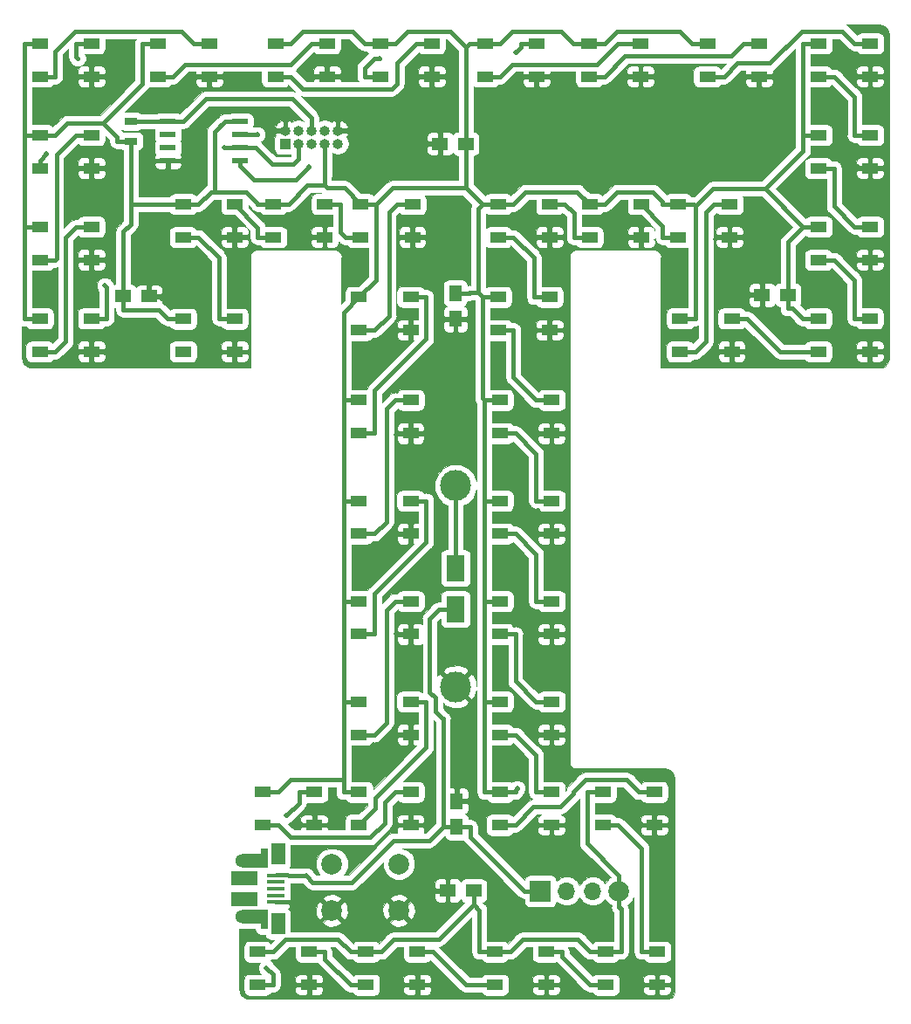
<source format=gbr>
G04 #@! TF.GenerationSoftware,KiCad,Pcbnew,(5.0.0)*
G04 #@! TF.CreationDate,2020-03-01T19:28:45-05:00*
G04 #@! TF.ProjectId,WS2812B Tiny T,575332383132422054696E7920542E6B,rev?*
G04 #@! TF.SameCoordinates,Original*
G04 #@! TF.FileFunction,Copper,L1,Top,Signal*
G04 #@! TF.FilePolarity,Positive*
%FSLAX46Y46*%
G04 Gerber Fmt 4.6, Leading zero omitted, Abs format (unit mm)*
G04 Created by KiCad (PCBNEW (5.0.0)) date 03/01/20 19:28:45*
%MOMM*%
%LPD*%
G01*
G04 APERTURE LIST*
G04 #@! TA.AperFunction,ComponentPad*
%ADD10C,3.000000*%
G04 #@! TD*
G04 #@! TA.AperFunction,SMDPad,CuDef*
%ADD11R,1.600000X1.000000*%
G04 #@! TD*
G04 #@! TA.AperFunction,SMDPad,CuDef*
%ADD12R,1.500000X1.250000*%
G04 #@! TD*
G04 #@! TA.AperFunction,SMDPad,CuDef*
%ADD13R,1.250000X1.500000*%
G04 #@! TD*
G04 #@! TA.AperFunction,ComponentPad*
%ADD14C,2.000000*%
G04 #@! TD*
G04 #@! TA.AperFunction,SMDPad,CuDef*
%ADD15R,1.300000X0.700000*%
G04 #@! TD*
G04 #@! TA.AperFunction,SMDPad,CuDef*
%ADD16R,1.550000X0.600000*%
G04 #@! TD*
G04 #@! TA.AperFunction,SMDPad,CuDef*
%ADD17R,1.800000X2.500000*%
G04 #@! TD*
G04 #@! TA.AperFunction,ComponentPad*
%ADD18O,1.700000X1.700000*%
G04 #@! TD*
G04 #@! TA.AperFunction,ComponentPad*
%ADD19R,2.000000X2.000000*%
G04 #@! TD*
G04 #@! TA.AperFunction,ComponentPad*
%ADD20O,1.000000X1.000000*%
G04 #@! TD*
G04 #@! TA.AperFunction,ComponentPad*
%ADD21R,1.000000X1.000000*%
G04 #@! TD*
G04 #@! TA.AperFunction,SMDPad,CuDef*
%ADD22R,2.500000X1.425000*%
G04 #@! TD*
G04 #@! TA.AperFunction,SMDPad,CuDef*
%ADD23R,0.700000X1.825000*%
G04 #@! TD*
G04 #@! TA.AperFunction,ComponentPad*
%ADD24O,3.150000X1.300000*%
G04 #@! TD*
G04 #@! TA.AperFunction,ComponentPad*
%ADD25R,1.400000X2.000000*%
G04 #@! TD*
G04 #@! TA.AperFunction,SMDPad,CuDef*
%ADD26R,1.750000X0.400000*%
G04 #@! TD*
G04 #@! TA.AperFunction,ViaPad*
%ADD27C,0.500000*%
G04 #@! TD*
G04 #@! TA.AperFunction,Conductor*
%ADD28C,0.400000*%
G04 #@! TD*
G04 #@! TA.AperFunction,Conductor*
%ADD29C,0.100000*%
G04 #@! TD*
G04 APERTURE END LIST*
D10*
G04 #@! TO.P,J1,1*
G04 #@! TO.N,GND*
X127512000Y-121412000D03*
G04 #@! TO.P,J1,2*
G04 #@! TO.N,Net-(D1-Pad2)*
X127512000Y-101912000D03*
G04 #@! TD*
D11*
G04 #@! TO.P,U1,1*
G04 #@! TO.N,+5V*
X87162000Y-85712500D03*
G04 #@! TO.P,U1,2*
G04 #@! TO.N,Net-(U1-Pad2)*
X87162000Y-88912500D03*
G04 #@! TO.P,U1,4*
G04 #@! TO.N,DIN*
X92162000Y-85712500D03*
G04 #@! TO.P,U1,3*
G04 #@! TO.N,GND*
X92162000Y-88912500D03*
G04 #@! TD*
G04 #@! TO.P,U2,3*
G04 #@! TO.N,GND*
X92162000Y-80022500D03*
G04 #@! TO.P,U2,4*
G04 #@! TO.N,Net-(U1-Pad2)*
X92162000Y-76822500D03*
G04 #@! TO.P,U2,2*
G04 #@! TO.N,Net-(U2-Pad2)*
X87162000Y-80022500D03*
G04 #@! TO.P,U2,1*
G04 #@! TO.N,+5V*
X87162000Y-76822500D03*
G04 #@! TD*
G04 #@! TO.P,U3,1*
G04 #@! TO.N,+5V*
X87162000Y-67932500D03*
G04 #@! TO.P,U3,2*
G04 #@! TO.N,Net-(U3-Pad2)*
X87162000Y-71132500D03*
G04 #@! TO.P,U3,4*
G04 #@! TO.N,Net-(U2-Pad2)*
X92162000Y-67932500D03*
G04 #@! TO.P,U3,3*
G04 #@! TO.N,GND*
X92162000Y-71132500D03*
G04 #@! TD*
G04 #@! TO.P,U4,3*
G04 #@! TO.N,GND*
X92162000Y-62242500D03*
G04 #@! TO.P,U4,4*
G04 #@! TO.N,Net-(U3-Pad2)*
X92162000Y-59042500D03*
G04 #@! TO.P,U4,2*
G04 #@! TO.N,Net-(U4-Pad2)*
X87162000Y-62242500D03*
G04 #@! TO.P,U4,1*
G04 #@! TO.N,+5V*
X87162000Y-59042500D03*
G04 #@! TD*
G04 #@! TO.P,U5,1*
G04 #@! TO.N,+5V*
X98592000Y-59042500D03*
G04 #@! TO.P,U5,2*
G04 #@! TO.N,Net-(U5-Pad2)*
X98592000Y-62242500D03*
G04 #@! TO.P,U5,4*
G04 #@! TO.N,Net-(U4-Pad2)*
X103592000Y-59042500D03*
G04 #@! TO.P,U5,3*
G04 #@! TO.N,GND*
X103592000Y-62242500D03*
G04 #@! TD*
G04 #@! TO.P,U6,3*
G04 #@! TO.N,GND*
X115022000Y-62242500D03*
G04 #@! TO.P,U6,4*
G04 #@! TO.N,Net-(U5-Pad2)*
X115022000Y-59042500D03*
G04 #@! TO.P,U6,2*
G04 #@! TO.N,Net-(U6-Pad2)*
X110022000Y-62242500D03*
G04 #@! TO.P,U6,1*
G04 #@! TO.N,+5V*
X110022000Y-59042500D03*
G04 #@! TD*
G04 #@! TO.P,U7,1*
G04 #@! TO.N,+5V*
X120182000Y-59042500D03*
G04 #@! TO.P,U7,2*
G04 #@! TO.N,Net-(U7-Pad2)*
X120182000Y-62242500D03*
G04 #@! TO.P,U7,4*
G04 #@! TO.N,Net-(U6-Pad2)*
X125182000Y-59042500D03*
G04 #@! TO.P,U7,3*
G04 #@! TO.N,GND*
X125182000Y-62242500D03*
G04 #@! TD*
G04 #@! TO.P,U8,3*
G04 #@! TO.N,GND*
X135342000Y-62242500D03*
G04 #@! TO.P,U8,4*
G04 #@! TO.N,Net-(U7-Pad2)*
X135342000Y-59042500D03*
G04 #@! TO.P,U8,2*
G04 #@! TO.N,Net-(U8-Pad2)*
X130342000Y-62242500D03*
G04 #@! TO.P,U8,1*
G04 #@! TO.N,+5V*
X130342000Y-59042500D03*
G04 #@! TD*
G04 #@! TO.P,U9,1*
G04 #@! TO.N,+5V*
X140462000Y-59042500D03*
G04 #@! TO.P,U9,2*
G04 #@! TO.N,Net-(U10-Pad4)*
X140462000Y-62242500D03*
G04 #@! TO.P,U9,4*
G04 #@! TO.N,Net-(U8-Pad2)*
X145462000Y-59042500D03*
G04 #@! TO.P,U9,3*
G04 #@! TO.N,GND*
X145462000Y-62242500D03*
G04 #@! TD*
G04 #@! TO.P,U10,3*
G04 #@! TO.N,GND*
X156932000Y-62242500D03*
G04 #@! TO.P,U10,4*
G04 #@! TO.N,Net-(U10-Pad4)*
X156932000Y-59042500D03*
G04 #@! TO.P,U10,2*
G04 #@! TO.N,Net-(U10-Pad2)*
X151932000Y-62242500D03*
G04 #@! TO.P,U10,1*
G04 #@! TO.N,+5V*
X151932000Y-59042500D03*
G04 #@! TD*
G04 #@! TO.P,U11,1*
G04 #@! TO.N,+5V*
X162727000Y-59042500D03*
G04 #@! TO.P,U11,2*
G04 #@! TO.N,Net-(U11-Pad2)*
X162727000Y-62242500D03*
G04 #@! TO.P,U11,4*
G04 #@! TO.N,Net-(U10-Pad2)*
X167727000Y-59042500D03*
G04 #@! TO.P,U11,3*
G04 #@! TO.N,GND*
X167727000Y-62242500D03*
G04 #@! TD*
G04 #@! TO.P,U12,3*
G04 #@! TO.N,GND*
X167727000Y-71132500D03*
G04 #@! TO.P,U12,4*
G04 #@! TO.N,Net-(U11-Pad2)*
X167727000Y-67932500D03*
G04 #@! TO.P,U12,2*
G04 #@! TO.N,Net-(U12-Pad2)*
X162727000Y-71132500D03*
G04 #@! TO.P,U12,1*
G04 #@! TO.N,+5V*
X162727000Y-67932500D03*
G04 #@! TD*
G04 #@! TO.P,U13,1*
G04 #@! TO.N,+5V*
X162727000Y-76822500D03*
G04 #@! TO.P,U13,2*
G04 #@! TO.N,Net-(U13-Pad2)*
X162727000Y-80022500D03*
G04 #@! TO.P,U13,4*
G04 #@! TO.N,Net-(U12-Pad2)*
X167727000Y-76822500D03*
G04 #@! TO.P,U13,3*
G04 #@! TO.N,GND*
X167727000Y-80022500D03*
G04 #@! TD*
G04 #@! TO.P,U15,3*
G04 #@! TO.N,GND*
X154301000Y-88912500D03*
G04 #@! TO.P,U15,4*
G04 #@! TO.N,Net-(U14-Pad2)*
X154301000Y-85712500D03*
G04 #@! TO.P,U15,2*
G04 #@! TO.N,Net-(U15-Pad2)*
X149301000Y-88912500D03*
G04 #@! TO.P,U15,1*
G04 #@! TO.N,+5V*
X149301000Y-85712500D03*
G04 #@! TD*
G04 #@! TO.P,U16,1*
G04 #@! TO.N,+5V*
X149098000Y-74622500D03*
G04 #@! TO.P,U16,2*
G04 #@! TO.N,Net-(U16-Pad2)*
X149098000Y-77822500D03*
G04 #@! TO.P,U16,4*
G04 #@! TO.N,Net-(U15-Pad2)*
X154098000Y-74622500D03*
G04 #@! TO.P,U16,3*
G04 #@! TO.N,GND*
X154098000Y-77822500D03*
G04 #@! TD*
G04 #@! TO.P,U17,3*
G04 #@! TO.N,GND*
X145502000Y-77822500D03*
G04 #@! TO.P,U17,4*
G04 #@! TO.N,Net-(U16-Pad2)*
X145502000Y-74622500D03*
G04 #@! TO.P,U17,2*
G04 #@! TO.N,Net-(U17-Pad2)*
X140502000Y-77822500D03*
G04 #@! TO.P,U17,1*
G04 #@! TO.N,+5V*
X140502000Y-74622500D03*
G04 #@! TD*
G04 #@! TO.P,U18,1*
G04 #@! TO.N,+5V*
X131612000Y-74622500D03*
G04 #@! TO.P,U18,2*
G04 #@! TO.N,Net-(U18-Pad2)*
X131612000Y-77822500D03*
G04 #@! TO.P,U18,4*
G04 #@! TO.N,Net-(U17-Pad2)*
X136612000Y-74622500D03*
G04 #@! TO.P,U18,3*
G04 #@! TO.N,GND*
X136612000Y-77822500D03*
G04 #@! TD*
G04 #@! TO.P,U19,3*
G04 #@! TO.N,GND*
X136612000Y-86822500D03*
G04 #@! TO.P,U19,4*
G04 #@! TO.N,Net-(U18-Pad2)*
X136612000Y-83622500D03*
G04 #@! TO.P,U19,2*
G04 #@! TO.N,Net-(U19-Pad2)*
X131612000Y-86822500D03*
G04 #@! TO.P,U19,1*
G04 #@! TO.N,+5V*
X131612000Y-83622500D03*
G04 #@! TD*
G04 #@! TO.P,U20,1*
G04 #@! TO.N,+5V*
X131812000Y-93622500D03*
G04 #@! TO.P,U20,2*
G04 #@! TO.N,Net-(U20-Pad2)*
X131812000Y-96822500D03*
G04 #@! TO.P,U20,4*
G04 #@! TO.N,Net-(U19-Pad2)*
X136812000Y-93622500D03*
G04 #@! TO.P,U20,3*
G04 #@! TO.N,GND*
X136812000Y-96822500D03*
G04 #@! TD*
G04 #@! TO.P,U21,1*
G04 #@! TO.N,+5V*
X131812000Y-103372000D03*
G04 #@! TO.P,U21,2*
G04 #@! TO.N,Net-(U21-Pad2)*
X131812000Y-106572000D03*
G04 #@! TO.P,U21,4*
G04 #@! TO.N,Net-(U20-Pad2)*
X136812000Y-103372000D03*
G04 #@! TO.P,U21,3*
G04 #@! TO.N,GND*
X136812000Y-106572000D03*
G04 #@! TD*
G04 #@! TO.P,U22,3*
G04 #@! TO.N,GND*
X136812000Y-116322000D03*
G04 #@! TO.P,U22,4*
G04 #@! TO.N,Net-(U21-Pad2)*
X136812000Y-113122000D03*
G04 #@! TO.P,U22,2*
G04 #@! TO.N,Net-(U22-Pad2)*
X131812000Y-116322000D03*
G04 #@! TO.P,U22,1*
G04 #@! TO.N,+5V*
X131812000Y-113122000D03*
G04 #@! TD*
G04 #@! TO.P,U23,1*
G04 #@! TO.N,+5V*
X131812000Y-122872000D03*
G04 #@! TO.P,U23,2*
G04 #@! TO.N,Net-(U23-Pad2)*
X131812000Y-126072000D03*
G04 #@! TO.P,U23,4*
G04 #@! TO.N,Net-(U22-Pad2)*
X136812000Y-122872000D03*
G04 #@! TO.P,U23,3*
G04 #@! TO.N,GND*
X136812000Y-126072000D03*
G04 #@! TD*
G04 #@! TO.P,U24,3*
G04 #@! TO.N,GND*
X136812000Y-134822000D03*
G04 #@! TO.P,U24,4*
G04 #@! TO.N,Net-(U23-Pad2)*
X136812000Y-131622000D03*
G04 #@! TO.P,U24,2*
G04 #@! TO.N,Net-(U24-Pad2)*
X131812000Y-134822000D03*
G04 #@! TO.P,U24,1*
G04 #@! TO.N,+5V*
X131812000Y-131622000D03*
G04 #@! TD*
G04 #@! TO.P,U25,1*
G04 #@! TO.N,+5V*
X141772000Y-131622000D03*
G04 #@! TO.P,U25,2*
G04 #@! TO.N,Net-(U25-Pad2)*
X141772000Y-134822000D03*
G04 #@! TO.P,U25,4*
G04 #@! TO.N,Net-(U24-Pad2)*
X146772000Y-131622000D03*
G04 #@! TO.P,U25,3*
G04 #@! TO.N,GND*
X146772000Y-134822000D03*
G04 #@! TD*
G04 #@! TO.P,U26,3*
G04 #@! TO.N,GND*
X147062000Y-150322000D03*
G04 #@! TO.P,U26,4*
G04 #@! TO.N,Net-(U25-Pad2)*
X147062000Y-147122000D03*
G04 #@! TO.P,U26,2*
G04 #@! TO.N,Net-(U26-Pad2)*
X142062000Y-150322000D03*
G04 #@! TO.P,U26,1*
G04 #@! TO.N,+5V*
X142062000Y-147122000D03*
G04 #@! TD*
G04 #@! TO.P,U27,1*
G04 #@! TO.N,+5V*
X131312000Y-147122000D03*
G04 #@! TO.P,U27,2*
G04 #@! TO.N,Net-(U27-Pad2)*
X131312000Y-150322000D03*
G04 #@! TO.P,U27,4*
G04 #@! TO.N,Net-(U26-Pad2)*
X136312000Y-147122000D03*
G04 #@! TO.P,U27,3*
G04 #@! TO.N,GND*
X136312000Y-150322000D03*
G04 #@! TD*
G04 #@! TO.P,U28,3*
G04 #@! TO.N,GND*
X123812000Y-150322000D03*
G04 #@! TO.P,U28,4*
G04 #@! TO.N,Net-(U27-Pad2)*
X123812000Y-147122000D03*
G04 #@! TO.P,U28,2*
G04 #@! TO.N,Net-(U28-Pad2)*
X118812000Y-150322000D03*
G04 #@! TO.P,U28,1*
G04 #@! TO.N,+5V*
X118812000Y-147122000D03*
G04 #@! TD*
G04 #@! TO.P,U29,1*
G04 #@! TO.N,+5V*
X108312000Y-147122000D03*
G04 #@! TO.P,U29,2*
G04 #@! TO.N,Net-(U29-Pad2)*
X108312000Y-150322000D03*
G04 #@! TO.P,U29,4*
G04 #@! TO.N,Net-(U28-Pad2)*
X113312000Y-147122000D03*
G04 #@! TO.P,U29,3*
G04 #@! TO.N,GND*
X113312000Y-150322000D03*
G04 #@! TD*
G04 #@! TO.P,U30,3*
G04 #@! TO.N,GND*
X113812000Y-134822000D03*
G04 #@! TO.P,U30,4*
G04 #@! TO.N,Net-(U29-Pad2)*
X113812000Y-131622000D03*
G04 #@! TO.P,U30,2*
G04 #@! TO.N,Net-(U30-Pad2)*
X108812000Y-134822000D03*
G04 #@! TO.P,U30,1*
G04 #@! TO.N,+5V*
X108812000Y-131622000D03*
G04 #@! TD*
G04 #@! TO.P,U31,1*
G04 #@! TO.N,+5V*
X118142000Y-131622000D03*
G04 #@! TO.P,U31,2*
G04 #@! TO.N,Net-(U31-Pad2)*
X118142000Y-134822000D03*
G04 #@! TO.P,U31,4*
G04 #@! TO.N,Net-(U30-Pad2)*
X123142000Y-131622000D03*
G04 #@! TO.P,U31,3*
G04 #@! TO.N,GND*
X123142000Y-134822000D03*
G04 #@! TD*
G04 #@! TO.P,U32,3*
G04 #@! TO.N,GND*
X123142000Y-126072000D03*
G04 #@! TO.P,U32,4*
G04 #@! TO.N,Net-(U31-Pad2)*
X123142000Y-122872000D03*
G04 #@! TO.P,U32,2*
G04 #@! TO.N,Net-(U32-Pad2)*
X118142000Y-126072000D03*
G04 #@! TO.P,U32,1*
G04 #@! TO.N,+5V*
X118142000Y-122872000D03*
G04 #@! TD*
G04 #@! TO.P,U33,1*
G04 #@! TO.N,+5V*
X118142000Y-113122000D03*
G04 #@! TO.P,U33,2*
G04 #@! TO.N,Net-(U33-Pad2)*
X118142000Y-116322000D03*
G04 #@! TO.P,U33,4*
G04 #@! TO.N,Net-(U32-Pad2)*
X123142000Y-113122000D03*
G04 #@! TO.P,U33,3*
G04 #@! TO.N,GND*
X123142000Y-116322000D03*
G04 #@! TD*
G04 #@! TO.P,U34,3*
G04 #@! TO.N,GND*
X123142000Y-106572000D03*
G04 #@! TO.P,U34,4*
G04 #@! TO.N,Net-(U33-Pad2)*
X123142000Y-103372000D03*
G04 #@! TO.P,U34,2*
G04 #@! TO.N,Net-(U34-Pad2)*
X118142000Y-106572000D03*
G04 #@! TO.P,U34,1*
G04 #@! TO.N,+5V*
X118142000Y-103372000D03*
G04 #@! TD*
G04 #@! TO.P,U35,1*
G04 #@! TO.N,+5V*
X118142000Y-93622500D03*
G04 #@! TO.P,U35,2*
G04 #@! TO.N,Net-(U35-Pad2)*
X118142000Y-96822500D03*
G04 #@! TO.P,U35,4*
G04 #@! TO.N,Net-(U34-Pad2)*
X123142000Y-93622500D03*
G04 #@! TO.P,U35,3*
G04 #@! TO.N,GND*
X123142000Y-96822500D03*
G04 #@! TD*
G04 #@! TO.P,U36,3*
G04 #@! TO.N,GND*
X123142000Y-86822500D03*
G04 #@! TO.P,U36,4*
G04 #@! TO.N,Net-(U35-Pad2)*
X123142000Y-83622500D03*
G04 #@! TO.P,U36,2*
G04 #@! TO.N,Net-(U36-Pad2)*
X118142000Y-86822500D03*
G04 #@! TO.P,U36,1*
G04 #@! TO.N,+5V*
X118142000Y-83622500D03*
G04 #@! TD*
G04 #@! TO.P,U37,1*
G04 #@! TO.N,+5V*
X118312000Y-74622500D03*
G04 #@! TO.P,U37,2*
G04 #@! TO.N,Net-(U37-Pad2)*
X118312000Y-77822500D03*
G04 #@! TO.P,U37,4*
G04 #@! TO.N,Net-(U36-Pad2)*
X123312000Y-74622500D03*
G04 #@! TO.P,U37,3*
G04 #@! TO.N,GND*
X123312000Y-77822500D03*
G04 #@! TD*
G04 #@! TO.P,U38,3*
G04 #@! TO.N,GND*
X114812000Y-77822500D03*
G04 #@! TO.P,U38,4*
G04 #@! TO.N,Net-(U37-Pad2)*
X114812000Y-74622500D03*
G04 #@! TO.P,U38,2*
G04 #@! TO.N,Net-(U38-Pad2)*
X109812000Y-77822500D03*
G04 #@! TO.P,U38,1*
G04 #@! TO.N,+5V*
X109812000Y-74622500D03*
G04 #@! TD*
G04 #@! TO.P,U39,1*
G04 #@! TO.N,+5V*
X101062000Y-74622500D03*
G04 #@! TO.P,U39,2*
G04 #@! TO.N,Net-(U39-Pad2)*
X101062000Y-77822500D03*
G04 #@! TO.P,U39,4*
G04 #@! TO.N,Net-(U38-Pad2)*
X106062000Y-74622500D03*
G04 #@! TO.P,U39,3*
G04 #@! TO.N,GND*
X106062000Y-77822500D03*
G04 #@! TD*
G04 #@! TO.P,U14,1*
G04 #@! TO.N,+5V*
X162687000Y-85712500D03*
G04 #@! TO.P,U14,2*
G04 #@! TO.N,Net-(U14-Pad2)*
X162687000Y-88912500D03*
G04 #@! TO.P,U14,4*
G04 #@! TO.N,Net-(U13-Pad2)*
X167687000Y-85712500D03*
G04 #@! TO.P,U14,3*
G04 #@! TO.N,GND*
X167687000Y-88912500D03*
G04 #@! TD*
D12*
G04 #@! TO.P,C3,2*
G04 #@! TO.N,GND*
X126750000Y-141200000D03*
G04 #@! TO.P,C3,1*
G04 #@! TO.N,+5V*
X129250000Y-141200000D03*
G04 #@! TD*
G04 #@! TO.P,C4,1*
G04 #@! TO.N,+5V*
X128500000Y-68750000D03*
G04 #@! TO.P,C4,2*
G04 #@! TO.N,GND*
X126000000Y-68750000D03*
G04 #@! TD*
G04 #@! TO.P,C5,2*
G04 #@! TO.N,GND*
X97770000Y-83553300D03*
G04 #@! TO.P,C5,1*
G04 #@! TO.N,+5V*
X95270000Y-83553300D03*
G04 #@! TD*
D13*
G04 #@! TO.P,C6,1*
G04 #@! TO.N,+5V*
X127500000Y-83250000D03*
G04 #@! TO.P,C6,2*
G04 #@! TO.N,GND*
X127500000Y-85750000D03*
G04 #@! TD*
D12*
G04 #@! TO.P,C7,2*
G04 #@! TO.N,GND*
X157246000Y-83400900D03*
G04 #@! TO.P,C7,1*
G04 #@! TO.N,+5V*
X159746000Y-83400900D03*
G04 #@! TD*
D13*
G04 #@! TO.P,C8,1*
G04 #@! TO.N,VIN_Switch*
X127600000Y-135000000D03*
G04 #@! TO.P,C8,2*
G04 #@! TO.N,GND*
X127600000Y-132500000D03*
G04 #@! TD*
D11*
G04 #@! TO.P,U40,1*
G04 #@! TO.N,+5V*
X101062000Y-85722500D03*
G04 #@! TO.P,U40,2*
G04 #@! TO.N,N/C*
X101062000Y-88922500D03*
G04 #@! TO.P,U40,4*
G04 #@! TO.N,Net-(U39-Pad2)*
X106062000Y-85722500D03*
G04 #@! TO.P,U40,3*
G04 #@! TO.N,GND*
X106062000Y-88922500D03*
G04 #@! TD*
D14*
G04 #@! TO.P,SW1,1*
G04 #@! TO.N,BTN*
X122000000Y-138622000D03*
G04 #@! TO.P,SW1,2*
G04 #@! TO.N,GND*
X122000000Y-143122000D03*
G04 #@! TO.P,SW1,1*
G04 #@! TO.N,BTN*
X115500000Y-138622000D03*
G04 #@! TO.P,SW1,2*
G04 #@! TO.N,GND*
X115500000Y-143122000D03*
G04 #@! TD*
D15*
G04 #@! TO.P,R1,2*
G04 #@! TO.N,RST*
X96000000Y-66600000D03*
G04 #@! TO.P,R1,1*
G04 #@! TO.N,+5V*
X96000000Y-68500000D03*
G04 #@! TD*
D16*
G04 #@! TO.P,MCU1,1*
G04 #@! TO.N,RST*
X99600000Y-66595000D03*
G04 #@! TO.P,MCU1,2*
G04 #@! TO.N,N/C*
X99600000Y-67865000D03*
G04 #@! TO.P,MCU1,3*
X99600000Y-69135000D03*
G04 #@! TO.P,MCU1,4*
G04 #@! TO.N,GND*
X99600000Y-70405000D03*
G04 #@! TO.P,MCU1,5*
G04 #@! TO.N,PB0*
X106600000Y-70405000D03*
G04 #@! TO.P,MCU1,6*
G04 #@! TO.N,DIN*
X106600000Y-69135000D03*
G04 #@! TO.P,MCU1,7*
G04 #@! TO.N,BTN*
X106600000Y-67865000D03*
G04 #@! TO.P,MCU1,8*
G04 #@! TO.N,+5V*
X106600000Y-66600000D03*
G04 #@! TD*
D17*
G04 #@! TO.P,D1,2*
G04 #@! TO.N,Net-(D1-Pad2)*
X127500000Y-109900000D03*
G04 #@! TO.P,D1,1*
G04 #@! TO.N,VIN_Switch*
X127500000Y-113900000D03*
G04 #@! TD*
D14*
G04 #@! TO.P,SW2,4*
G04 #@! TO.N,+5V*
X143370000Y-141250000D03*
D18*
G04 #@! TO.P,SW2,3*
G04 #@! TO.N,VIN_Switch*
X140830000Y-141250000D03*
G04 #@! TO.P,SW2,2*
X138290000Y-141250000D03*
D19*
G04 #@! TO.P,SW2,1*
X135750000Y-141250000D03*
G04 #@! TD*
D20*
G04 #@! TO.P,J2,10*
G04 #@! TO.N,GND*
X116060000Y-67480000D03*
G04 #@! TO.P,J2,9*
G04 #@! TO.N,PB0*
X116060000Y-68750000D03*
G04 #@! TO.P,J2,8*
G04 #@! TO.N,N/C*
X114790000Y-67480000D03*
G04 #@! TO.P,J2,7*
G04 #@! TO.N,+5V*
X114790000Y-68750000D03*
G04 #@! TO.P,J2,6*
G04 #@! TO.N,RST*
X113520000Y-67480000D03*
G04 #@! TO.P,J2,5*
G04 #@! TO.N,N/C*
X113520000Y-68750000D03*
G04 #@! TO.P,J2,4*
G04 #@! TO.N,+5V*
X112250000Y-67480000D03*
G04 #@! TO.P,J2,3*
G04 #@! TO.N,DIN*
X112250000Y-68750000D03*
G04 #@! TO.P,J2,2*
G04 #@! TO.N,GND*
X110980000Y-67480000D03*
D21*
G04 #@! TO.P,J2,1*
G04 #@! TO.N,BTN*
X110980000Y-68750000D03*
G04 #@! TD*
D22*
G04 #@! TO.P,USB1,SH*
G04 #@! TO.N,N/C*
X107000000Y-142000000D03*
D23*
X108960000Y-138010000D03*
D24*
X107730000Y-138275000D03*
D25*
X110280000Y-137575000D03*
D26*
G04 #@! TO.P,USB1,1*
G04 #@! TO.N,VIN_Switch*
X110075000Y-139700000D03*
D25*
G04 #@! TO.P,USB1,SH*
G04 #@! TO.N,N/C*
X110280000Y-144425000D03*
D26*
G04 #@! TO.P,USB1,2*
X110075000Y-140350000D03*
G04 #@! TO.P,USB1,3*
X110075000Y-141000000D03*
G04 #@! TO.P,USB1,4*
X110075000Y-141650000D03*
G04 #@! TO.P,USB1,5*
G04 #@! TO.N,GND*
X110075000Y-142300000D03*
D24*
G04 #@! TO.P,USB1,SH*
G04 #@! TO.N,N/C*
X107730000Y-143725000D03*
D23*
X108960000Y-143990000D03*
D22*
X107000000Y-140000000D03*
G04 #@! TD*
D27*
G04 #@! TO.N,GND*
X128750000Y-131250000D03*
X125250000Y-141250000D03*
X111750000Y-151000000D03*
X122250000Y-151000000D03*
X134750000Y-151000000D03*
X145500000Y-151000000D03*
X145500000Y-134750000D03*
X135250000Y-135000000D03*
X121750000Y-134750000D03*
X111750000Y-142750000D03*
X112500000Y-134750000D03*
X121750000Y-116250000D03*
X121750000Y-106500000D03*
X135500000Y-106500000D03*
X135500000Y-116250000D03*
X135500000Y-126250000D03*
X121750000Y-126250000D03*
X155750000Y-83000000D03*
X152750000Y-78000000D03*
X144250000Y-77750000D03*
X135000000Y-77750000D03*
X135250000Y-86750000D03*
X135500000Y-96750000D03*
X121750000Y-97000000D03*
X121750000Y-87000000D03*
X122000000Y-77750000D03*
X113500000Y-77750000D03*
X97500000Y-70500000D03*
X104750000Y-77750000D03*
X104750000Y-89000000D03*
X93500000Y-89000000D03*
X99000000Y-83750000D03*
X90750000Y-80000000D03*
X90750000Y-71250000D03*
X90750000Y-62250000D03*
X102250000Y-62250000D03*
X113500000Y-62250000D03*
X123750000Y-62250000D03*
X133750000Y-62250000D03*
X144000000Y-62250000D03*
X155500000Y-62250000D03*
X166250000Y-62250000D03*
X166500000Y-71000000D03*
X166250000Y-80000000D03*
X166250000Y-89000000D03*
X153000000Y-89000000D03*
G04 #@! TO.N,+5V*
X133475100Y-131265800D03*
G04 #@! TO.N,DIN*
X105057300Y-69107000D03*
X93493100Y-82514200D03*
G04 #@! TO.N,Net-(U3-Pad2)*
X87821300Y-69705700D03*
X90846500Y-60470000D03*
G04 #@! TO.N,Net-(U7-Pad2)*
X120176900Y-60470000D03*
X133372700Y-59889600D03*
G04 #@! TO.N,Net-(U29-Pad2)*
X109145000Y-148668500D03*
X111082500Y-133908400D03*
G04 #@! TO.N,VIN_Switch*
X113000000Y-139750000D03*
G04 #@! TO.N,GND*
X118000000Y-133250000D03*
X113500000Y-137500000D03*
G04 #@! TO.N,+5V*
X104724700Y-67000000D03*
G04 #@! TO.N,BTN*
X108250000Y-67865000D03*
G04 #@! TO.N,PB0*
X113250000Y-71000000D03*
G04 #@! TD*
D28*
G04 #@! TO.N,+5V*
X116641700Y-113122000D02*
X116641700Y-103372000D01*
X116641700Y-122872000D02*
X116641700Y-113122000D01*
X118142000Y-103372000D02*
X116641700Y-103372000D01*
X116641700Y-103372000D02*
X116641700Y-93622500D01*
X118142000Y-93622500D02*
X116641700Y-93622500D01*
X118142600Y-83622500D02*
X116641700Y-85123400D01*
X116641700Y-85123400D02*
X116641700Y-93622500D01*
X118142600Y-83622500D02*
X118143100Y-83622500D01*
X118142000Y-83622500D02*
X118142600Y-83622500D01*
X119812300Y-74622500D02*
X119812300Y-81953300D01*
X119812300Y-81953300D02*
X118143100Y-83622500D01*
X128500000Y-73010800D02*
X121424000Y-73010800D01*
X121424000Y-73010800D02*
X119812300Y-74622500D01*
X128500000Y-73010800D02*
X130111700Y-74622500D01*
X128500000Y-69850200D02*
X128500000Y-73010800D01*
X118312000Y-74622500D02*
X119812300Y-74622500D01*
X162727000Y-59042500D02*
X161226700Y-59042500D01*
X161226700Y-67932500D02*
X161226700Y-59042500D01*
X161451800Y-67932500D02*
X161226700Y-67932500D01*
X162727000Y-67932500D02*
X161451800Y-67932500D01*
X157529100Y-73124900D02*
X161226700Y-76822500D01*
X150801300Y-74825500D02*
X152501900Y-73124900D01*
X152501900Y-73124900D02*
X157529100Y-73124900D01*
X157529100Y-73124900D02*
X161226700Y-69427300D01*
X161226700Y-69427300D02*
X161226700Y-67932500D01*
X159746000Y-83400900D02*
X159746000Y-84726200D01*
X159746000Y-84726200D02*
X160200400Y-84726200D01*
X160200400Y-84726200D02*
X161186700Y-85712500D01*
X159746000Y-83400900D02*
X159746000Y-78303200D01*
X159746000Y-78303200D02*
X161226700Y-76822500D01*
X162687000Y-85712500D02*
X161186700Y-85712500D01*
X131812000Y-131622000D02*
X130311700Y-131622000D01*
X131812000Y-131622000D02*
X133312300Y-131622000D01*
X133475100Y-131265800D02*
X133312300Y-131428600D01*
X133312300Y-131428600D02*
X133312300Y-131622000D01*
X130311700Y-122872000D02*
X130311700Y-131622000D01*
X130311700Y-103372000D02*
X130311700Y-113122000D01*
X130311700Y-93622500D02*
X130311700Y-103372000D01*
X131812000Y-113122000D02*
X130311700Y-113122000D01*
X130311700Y-122872000D02*
X130311700Y-113122000D01*
X130536800Y-122872000D02*
X130311700Y-122872000D01*
X131812000Y-122872000D02*
X130536800Y-122872000D01*
X130111700Y-83622500D02*
X130111700Y-93422500D01*
X130111700Y-93422500D02*
X130311700Y-93622500D01*
X131812000Y-103372000D02*
X130311700Y-103372000D01*
X129697000Y-83207800D02*
X130111700Y-83622500D01*
X131812000Y-93622500D02*
X130311700Y-93622500D01*
X128500000Y-68750000D02*
X128500000Y-69850200D01*
X129697000Y-83207800D02*
X128867500Y-83207800D01*
X128867500Y-83207800D02*
X128825300Y-83250000D01*
X129697000Y-83207800D02*
X129697000Y-75037200D01*
X129697000Y-75037200D02*
X130111700Y-74622500D01*
X131612000Y-74622500D02*
X130111700Y-74622500D01*
X114770000Y-72796700D02*
X113138100Y-72796700D01*
X113138100Y-72796700D02*
X111312300Y-74622500D01*
X118312000Y-74622500D02*
X116732400Y-73042900D01*
X116732400Y-73042900D02*
X115016200Y-73042900D01*
X115016200Y-73042900D02*
X114770000Y-72796700D01*
X114770000Y-71875200D02*
X114770000Y-72796700D01*
X109812000Y-74622500D02*
X111312300Y-74622500D01*
X104103100Y-73422200D02*
X103762600Y-73422200D01*
X103762600Y-73422200D02*
X102562300Y-74622500D01*
X108311700Y-74622500D02*
X108311700Y-74547300D01*
X108311700Y-74547300D02*
X107186600Y-73422200D01*
X107186600Y-73422200D02*
X104103100Y-73422200D01*
X105124700Y-66600000D02*
X104724700Y-67000000D01*
X104103100Y-67621600D02*
X104103100Y-73422200D01*
X106600000Y-66600000D02*
X105124700Y-66600000D01*
X101062000Y-74622500D02*
X102562300Y-74622500D01*
X109812000Y-74622500D02*
X108311700Y-74622500D01*
X162727000Y-76822500D02*
X161226700Y-76822500D01*
X150801300Y-74825500D02*
X150598300Y-74622500D01*
X150801300Y-85712500D02*
X150801300Y-74825500D01*
X149098000Y-74622500D02*
X150598300Y-74622500D01*
X149301000Y-85712500D02*
X150801300Y-85712500D01*
X140502000Y-74622500D02*
X142002300Y-74622500D01*
X142002300Y-74622500D02*
X143202600Y-73422200D01*
X143202600Y-73422200D02*
X146622600Y-73422200D01*
X146622600Y-73422200D02*
X147597700Y-74397300D01*
X147597700Y-74397300D02*
X147597700Y-74622500D01*
X149098000Y-74622500D02*
X147597700Y-74622500D01*
X133112300Y-74622500D02*
X134312600Y-73422200D01*
X134312600Y-73422200D02*
X139301700Y-73422200D01*
X139301700Y-73422200D02*
X140502000Y-74622500D01*
X143370000Y-141250000D02*
X143370000Y-142800300D01*
X142062000Y-147122000D02*
X143562300Y-147122000D01*
X143562300Y-147122000D02*
X143562300Y-142992600D01*
X143562300Y-142992600D02*
X143370000Y-142800300D01*
X141996100Y-147122000D02*
X142062000Y-147122000D01*
X141996100Y-147122000D02*
X140561700Y-147122000D01*
X143370000Y-141250000D02*
X143370000Y-139699700D01*
X143370000Y-139699700D02*
X140271700Y-136601400D01*
X140271700Y-136601400D02*
X140271700Y-131622000D01*
X141772000Y-131622000D02*
X140271700Y-131622000D01*
X93314300Y-66732200D02*
X89862600Y-66732200D01*
X89862600Y-66732200D02*
X88662300Y-67932500D01*
X94649700Y-68500000D02*
X94649700Y-68067600D01*
X94649700Y-68067600D02*
X93314300Y-66732200D01*
X93314300Y-66732200D02*
X97091700Y-62954800D01*
X97091700Y-62954800D02*
X97091700Y-59042500D01*
X98592000Y-59042500D02*
X97091700Y-59042500D01*
X96000000Y-68500000D02*
X94649700Y-68500000D01*
X96000000Y-74622500D02*
X96000000Y-68500000D01*
X87162000Y-67932500D02*
X88662300Y-67932500D01*
X118142000Y-122872000D02*
X116641700Y-122872000D01*
X116534200Y-130421600D02*
X116641700Y-130314100D01*
X116641700Y-130314100D02*
X116641700Y-122872000D01*
X116534200Y-130421600D02*
X116641700Y-130529100D01*
X116641700Y-130529100D02*
X116641700Y-131622000D01*
X110312300Y-131622000D02*
X111512700Y-130421600D01*
X111512700Y-130421600D02*
X116534200Y-130421600D01*
X118142000Y-113122000D02*
X116641700Y-113122000D01*
X87162000Y-59042500D02*
X85661700Y-59042500D01*
X85661700Y-59042500D02*
X85661700Y-67932500D01*
X87162000Y-67932500D02*
X85661700Y-67932500D01*
X85661700Y-76822500D02*
X85661700Y-67932500D01*
X85886800Y-76822500D02*
X85661700Y-76822500D01*
X85661700Y-76822500D02*
X85661700Y-85712500D01*
X128500000Y-59384200D02*
X128841700Y-59042500D01*
X128500000Y-68750000D02*
X128500000Y-59384200D01*
X128500000Y-59384200D02*
X126958000Y-57842200D01*
X126958000Y-57842200D02*
X122882600Y-57842200D01*
X122882600Y-57842200D02*
X121682300Y-59042500D01*
X120182000Y-59042500D02*
X121682300Y-59042500D01*
X130342000Y-59042500D02*
X128841700Y-59042500D01*
X151932000Y-59042500D02*
X150431700Y-59042500D01*
X140462000Y-59042500D02*
X141962300Y-59042500D01*
X141962300Y-59042500D02*
X143162600Y-57842200D01*
X143162600Y-57842200D02*
X149231400Y-57842200D01*
X149231400Y-57842200D02*
X150431700Y-59042500D01*
X139711900Y-59042500D02*
X140462000Y-59042500D01*
X139711900Y-59042500D02*
X138961700Y-59042500D01*
X130342000Y-59042500D02*
X131842300Y-59042500D01*
X131842300Y-59042500D02*
X133042600Y-57842200D01*
X133042600Y-57842200D02*
X137761400Y-57842200D01*
X137761400Y-57842200D02*
X138961700Y-59042500D01*
X131612000Y-83622500D02*
X130111700Y-83622500D01*
X127500000Y-83250000D02*
X128825300Y-83250000D01*
X120182000Y-59042500D02*
X118681700Y-59042500D01*
X110022000Y-59042500D02*
X111522300Y-59042500D01*
X111522300Y-59042500D02*
X112722600Y-57842200D01*
X112722600Y-57842200D02*
X117481400Y-57842200D01*
X117481400Y-57842200D02*
X118681700Y-59042500D01*
X96000000Y-74622500D02*
X96000000Y-76556700D01*
X96000000Y-76556700D02*
X95270000Y-77286700D01*
X95270000Y-77286700D02*
X95270000Y-82228000D01*
X99561700Y-74622500D02*
X96000000Y-74622500D01*
X95270000Y-83553300D02*
X95270000Y-82228000D01*
X87162000Y-85712500D02*
X85661700Y-85712500D01*
X131312000Y-147122000D02*
X132812300Y-147122000D01*
X140561700Y-147122000D02*
X139361400Y-145921700D01*
X139361400Y-145921700D02*
X134012600Y-145921700D01*
X134012600Y-145921700D02*
X132812300Y-147122000D01*
X87162000Y-76822500D02*
X85886800Y-76822500D01*
X131612000Y-74622500D02*
X133112300Y-74622500D01*
X109812300Y-147122000D02*
X111012600Y-145921700D01*
X111012600Y-145921700D02*
X116111400Y-145921700D01*
X116111400Y-145921700D02*
X117311700Y-147122000D01*
X118812000Y-147122000D02*
X117311700Y-147122000D01*
X108312000Y-147122000D02*
X109812300Y-147122000D01*
X101062000Y-74622500D02*
X99561700Y-74622500D01*
X95270000Y-84215900D02*
X95270000Y-83553300D01*
X95270000Y-84215900D02*
X95270000Y-84878600D01*
X118812000Y-147122000D02*
X120312300Y-147122000D01*
X120312300Y-147122000D02*
X121512600Y-145921700D01*
X121512600Y-145921700D02*
X125853600Y-145921700D01*
X125853600Y-145921700D02*
X129250000Y-142525300D01*
X108812000Y-131622000D02*
X110312300Y-131622000D01*
X118142000Y-131622000D02*
X116641700Y-131622000D01*
X131312000Y-147122000D02*
X129811700Y-147122000D01*
X129250000Y-141200000D02*
X129250000Y-142525300D01*
X129250000Y-142525300D02*
X129811700Y-143087000D01*
X129811700Y-143087000D02*
X129811700Y-147122000D01*
X101062000Y-85722500D02*
X99561700Y-85722500D01*
X95270000Y-84878600D02*
X98717800Y-84878600D01*
X98717800Y-84878600D02*
X99561700Y-85722500D01*
G04 #@! TO.N,Net-(U1-Pad2)*
X87162000Y-88912500D02*
X88662300Y-88912500D01*
X92162000Y-76822500D02*
X90661700Y-76822500D01*
X90661700Y-76822500D02*
X89682100Y-77802100D01*
X89682100Y-77802100D02*
X89682100Y-87892700D01*
X89682100Y-87892700D02*
X88662300Y-88912500D01*
G04 #@! TO.N,DIN*
X92162000Y-85712500D02*
X93662300Y-85712500D01*
X106600000Y-69135000D02*
X105124700Y-69135000D01*
X105057300Y-69107000D02*
X105096700Y-69107000D01*
X105096700Y-69107000D02*
X105124700Y-69135000D01*
X93662300Y-85712500D02*
X93662300Y-82683400D01*
X93662300Y-82683400D02*
X93493100Y-82514200D01*
G04 #@! TO.N,Net-(U2-Pad2)*
X88662300Y-80022500D02*
X88771600Y-79913200D01*
X88771600Y-79913200D02*
X88771600Y-69822600D01*
X88771600Y-69822600D02*
X90661700Y-67932500D01*
X92162000Y-67932500D02*
X90661700Y-67932500D01*
X87162000Y-80022500D02*
X88662300Y-80022500D01*
G04 #@! TO.N,Net-(U3-Pad2)*
X92162000Y-59042500D02*
X90661700Y-59042500D01*
X87821300Y-69705700D02*
X87162000Y-70365000D01*
X87162000Y-70365000D02*
X87162000Y-71132500D01*
X90661700Y-59042500D02*
X90661700Y-60285200D01*
X90661700Y-60285200D02*
X90846500Y-60470000D01*
G04 #@! TO.N,Net-(U4-Pad2)*
X87162000Y-62242500D02*
X88662300Y-62242500D01*
X103592000Y-59042500D02*
X102091700Y-59042500D01*
X102091700Y-59042500D02*
X100891300Y-57842100D01*
X100891300Y-57842100D02*
X90588900Y-57842100D01*
X90588900Y-57842100D02*
X88662300Y-59768700D01*
X88662300Y-59768700D02*
X88662300Y-62242500D01*
G04 #@! TO.N,Net-(U5-Pad2)*
X98592000Y-62242500D02*
X100092300Y-62242500D01*
X115022000Y-59042500D02*
X113521700Y-59042500D01*
X113521700Y-59042500D02*
X111522000Y-61042200D01*
X111522000Y-61042200D02*
X101292600Y-61042200D01*
X101292600Y-61042200D02*
X100092300Y-62242500D01*
G04 #@! TO.N,Net-(U6-Pad2)*
X125182000Y-59042500D02*
X123681700Y-59042500D01*
X110022000Y-62242500D02*
X111522300Y-62242500D01*
X111522300Y-62242500D02*
X112722700Y-63442900D01*
X112722700Y-63442900D02*
X121294800Y-63442900D01*
X121294800Y-63442900D02*
X121807800Y-62929900D01*
X121807800Y-62929900D02*
X121807800Y-60916400D01*
X121807800Y-60916400D02*
X123681700Y-59042500D01*
G04 #@! TO.N,Net-(U7-Pad2)*
X135342000Y-59042500D02*
X133841700Y-59042500D01*
X120182000Y-62242500D02*
X118681700Y-62242500D01*
X120176900Y-60470000D02*
X119621300Y-60470000D01*
X119621300Y-60470000D02*
X118681700Y-61409600D01*
X118681700Y-61409600D02*
X118681700Y-62242500D01*
X133841700Y-59042500D02*
X133841700Y-59420600D01*
X133841700Y-59420600D02*
X133372700Y-59889600D01*
G04 #@! TO.N,Net-(U8-Pad2)*
X130342000Y-62242500D02*
X131842300Y-62242500D01*
X131842300Y-62242500D02*
X133042600Y-61042200D01*
X133042600Y-61042200D02*
X141243800Y-61042200D01*
X141243800Y-61042200D02*
X143243500Y-59042500D01*
X143243500Y-59042500D02*
X145462000Y-59042500D01*
G04 #@! TO.N,Net-(U10-Pad4)*
X156932000Y-59042500D02*
X155431700Y-59042500D01*
X140462000Y-62242500D02*
X141962300Y-62242500D01*
X155431700Y-59042500D02*
X154231400Y-60242800D01*
X154231400Y-60242800D02*
X143962000Y-60242800D01*
X143962000Y-60242800D02*
X141962300Y-62242500D01*
G04 #@! TO.N,Net-(U10-Pad2)*
X167727000Y-59042500D02*
X166226700Y-59042500D01*
X151932000Y-62242500D02*
X153549700Y-62242500D01*
X153549700Y-62242500D02*
X154855900Y-60936300D01*
X154855900Y-60936300D02*
X158000600Y-60936300D01*
X158000600Y-60936300D02*
X161094700Y-57842200D01*
X161094700Y-57842200D02*
X165026400Y-57842200D01*
X165026400Y-57842200D02*
X166226700Y-59042500D01*
G04 #@! TO.N,Net-(U11-Pad2)*
X162727000Y-62242500D02*
X164227300Y-62242500D01*
X167727000Y-67932500D02*
X166226700Y-67932500D01*
X166226700Y-67932500D02*
X166226700Y-64241900D01*
X166226700Y-64241900D02*
X164227300Y-62242500D01*
G04 #@! TO.N,Net-(U12-Pad2)*
X167727000Y-76822500D02*
X166226700Y-76822500D01*
X162727000Y-71132500D02*
X164227300Y-71132500D01*
X164227300Y-71132500D02*
X164227300Y-74823100D01*
X164227300Y-74823100D02*
X166226700Y-76822500D01*
G04 #@! TO.N,Net-(U13-Pad2)*
X162727000Y-80022500D02*
X164227300Y-80022500D01*
X167687000Y-85712500D02*
X166186700Y-85712500D01*
X166186700Y-85712500D02*
X166186700Y-81981900D01*
X166186700Y-81981900D02*
X164227300Y-80022500D01*
G04 #@! TO.N,Net-(U14-Pad2)*
X154301000Y-85712500D02*
X155801300Y-85712500D01*
X155801300Y-85712500D02*
X159001300Y-88912500D01*
X159001300Y-88912500D02*
X162687000Y-88912500D01*
G04 #@! TO.N,Net-(U15-Pad2)*
X154098000Y-74622500D02*
X152597700Y-74622500D01*
X149301000Y-88912500D02*
X150801300Y-88912500D01*
X150801300Y-88912500D02*
X151795700Y-87918100D01*
X151795700Y-87918100D02*
X151795700Y-75424500D01*
X151795700Y-75424500D02*
X152597700Y-74622500D01*
G04 #@! TO.N,Net-(U16-Pad2)*
X149098000Y-77822500D02*
X147597700Y-77822500D01*
X145502000Y-74622500D02*
X147597700Y-76718200D01*
X147597700Y-76718200D02*
X147597700Y-77822500D01*
G04 #@! TO.N,Net-(U17-Pad2)*
X138112300Y-74622500D02*
X139001700Y-75511900D01*
X139001700Y-75511900D02*
X139001700Y-77822500D01*
X136612000Y-74622500D02*
X138112300Y-74622500D01*
X140502000Y-77822500D02*
X139001700Y-77822500D01*
G04 #@! TO.N,Net-(U18-Pad2)*
X131612000Y-77822500D02*
X133112300Y-77822500D01*
X136612000Y-83622500D02*
X135111700Y-83622500D01*
X135111700Y-83622500D02*
X135111700Y-79821900D01*
X135111700Y-79821900D02*
X133112300Y-77822500D01*
G04 #@! TO.N,Net-(U19-Pad2)*
X136812000Y-93622500D02*
X135311700Y-93622500D01*
X131612000Y-86822500D02*
X133112300Y-86822500D01*
X133112300Y-86822500D02*
X133112300Y-91423100D01*
X133112300Y-91423100D02*
X135311700Y-93622500D01*
G04 #@! TO.N,Net-(U20-Pad2)*
X131812000Y-96822500D02*
X133312300Y-96822500D01*
X136812000Y-103372000D02*
X135311700Y-103372000D01*
X135311700Y-103372000D02*
X135311700Y-98821900D01*
X135311700Y-98821900D02*
X133312300Y-96822500D01*
G04 #@! TO.N,Net-(U21-Pad2)*
X131812000Y-106572000D02*
X133312300Y-106572000D01*
X136812000Y-113122000D02*
X135311700Y-113122000D01*
X135311700Y-113122000D02*
X135311700Y-108571400D01*
X135311700Y-108571400D02*
X133312300Y-106572000D01*
G04 #@! TO.N,Net-(U22-Pad2)*
X136812000Y-122872000D02*
X135311700Y-122872000D01*
X131812000Y-116322000D02*
X133312300Y-116322000D01*
X133312300Y-116322000D02*
X133312300Y-120872600D01*
X133312300Y-120872600D02*
X135311700Y-122872000D01*
G04 #@! TO.N,Net-(U23-Pad2)*
X131812000Y-126072000D02*
X133312300Y-126072000D01*
X136812000Y-131622000D02*
X135311700Y-131622000D01*
X135311700Y-131622000D02*
X135311700Y-128071400D01*
X135311700Y-128071400D02*
X133312300Y-126072000D01*
G04 #@! TO.N,Net-(U24-Pad2)*
X145271700Y-131622000D02*
X144071400Y-130421700D01*
X144071400Y-130421700D02*
X140136400Y-130421700D01*
X140136400Y-130421700D02*
X138973700Y-131584400D01*
X138973700Y-131584400D02*
X138973700Y-131750700D01*
X138973700Y-131750700D02*
X137667200Y-133057200D01*
X137667200Y-133057200D02*
X135077100Y-133057200D01*
X135077100Y-133057200D02*
X133312300Y-134822000D01*
X146772000Y-131622000D02*
X145271700Y-131622000D01*
X131812000Y-134822000D02*
X133312300Y-134822000D01*
G04 #@! TO.N,Net-(U25-Pad2)*
X141772000Y-134822000D02*
X143272300Y-134822000D01*
X147062000Y-147122000D02*
X145561700Y-147122000D01*
X145561700Y-147122000D02*
X145561700Y-137111400D01*
X145561700Y-137111400D02*
X143272300Y-134822000D01*
G04 #@! TO.N,Net-(U26-Pad2)*
X136312000Y-147122000D02*
X137812300Y-147122000D01*
X142062000Y-150322000D02*
X140561700Y-150322000D01*
X140561700Y-150322000D02*
X137812300Y-147572600D01*
X137812300Y-147572600D02*
X137812300Y-147122000D01*
G04 #@! TO.N,Net-(U27-Pad2)*
X123812000Y-147122000D02*
X125312300Y-147122000D01*
X125312300Y-147122000D02*
X128512300Y-150322000D01*
X128512300Y-150322000D02*
X131312000Y-150322000D01*
G04 #@! TO.N,Net-(U28-Pad2)*
X113312000Y-147122000D02*
X114812300Y-147122000D01*
X118812000Y-150322000D02*
X117311700Y-150322000D01*
X117311700Y-150322000D02*
X114812300Y-147822600D01*
X114812300Y-147822600D02*
X114812300Y-147122000D01*
G04 #@! TO.N,Net-(U29-Pad2)*
X113812000Y-131622000D02*
X112311700Y-131622000D01*
X108312000Y-150322000D02*
X109812300Y-150322000D01*
X109145000Y-148668500D02*
X109812300Y-149335800D01*
X109812300Y-149335800D02*
X109812300Y-150322000D01*
X112311700Y-131622000D02*
X112311700Y-132679200D01*
X112311700Y-132679200D02*
X111082500Y-133908400D01*
G04 #@! TO.N,Net-(U30-Pad2)*
X123142000Y-131622000D02*
X121641700Y-131622000D01*
X108812000Y-134822000D02*
X110312300Y-134822000D01*
X110312300Y-134822000D02*
X111512700Y-136022400D01*
X111512700Y-136022400D02*
X119242400Y-136022400D01*
X119242400Y-136022400D02*
X120632300Y-134632500D01*
X120632300Y-134632500D02*
X120632300Y-132631400D01*
X120632300Y-132631400D02*
X121641700Y-131622000D01*
G04 #@! TO.N,Net-(U31-Pad2)*
X123142000Y-122872000D02*
X124642300Y-122872000D01*
X124642300Y-122872000D02*
X124642300Y-127272500D01*
X124642300Y-127272500D02*
X119710900Y-132203900D01*
X119710900Y-132203900D02*
X119710900Y-133253100D01*
X119710900Y-133253100D02*
X118142000Y-134822000D01*
G04 #@! TO.N,Net-(U32-Pad2)*
X123142000Y-113122000D02*
X121641700Y-113122000D01*
X118142000Y-126072000D02*
X119642300Y-126072000D01*
X119642300Y-126072000D02*
X120799700Y-124914600D01*
X120799700Y-124914600D02*
X120799700Y-113964000D01*
X120799700Y-113964000D02*
X121641700Y-113122000D01*
G04 #@! TO.N,Net-(U33-Pad2)*
X118142000Y-116322000D02*
X119642300Y-116322000D01*
X123142000Y-103372000D02*
X124642300Y-103372000D01*
X124642300Y-103372000D02*
X124642300Y-107362000D01*
X124642300Y-107362000D02*
X119642300Y-112362000D01*
X119642300Y-112362000D02*
X119642300Y-116322000D01*
G04 #@! TO.N,Net-(U34-Pad2)*
X123142000Y-93622500D02*
X121641700Y-93622500D01*
X118142000Y-106572000D02*
X119642300Y-106572000D01*
X119642300Y-106572000D02*
X120799700Y-105414600D01*
X120799700Y-105414600D02*
X120799700Y-94464500D01*
X120799700Y-94464500D02*
X121641700Y-93622500D01*
G04 #@! TO.N,Net-(U35-Pad2)*
X118142000Y-96822500D02*
X119642300Y-96822500D01*
X123142000Y-83622500D02*
X124642300Y-83622500D01*
X124642300Y-83622500D02*
X124642300Y-87672000D01*
X124642300Y-87672000D02*
X119642300Y-92672000D01*
X119642300Y-92672000D02*
X119642300Y-96822500D01*
G04 #@! TO.N,Net-(U36-Pad2)*
X123312000Y-74622500D02*
X121811700Y-74622500D01*
X118142000Y-86822500D02*
X119642300Y-86822500D01*
X119642300Y-86822500D02*
X121027700Y-85437100D01*
X121027700Y-85437100D02*
X121027700Y-75406500D01*
X121027700Y-75406500D02*
X121811700Y-74622500D01*
G04 #@! TO.N,Net-(U37-Pad2)*
X114812000Y-74622500D02*
X116312300Y-74622500D01*
X118312000Y-77822500D02*
X116811700Y-77822500D01*
X116312300Y-74622500D02*
X116312300Y-77323100D01*
X116312300Y-77323100D02*
X116811700Y-77822500D01*
G04 #@! TO.N,Net-(U38-Pad2)*
X109812000Y-77822500D02*
X108311700Y-77822500D01*
X108311700Y-77822500D02*
X108311700Y-76872200D01*
X108311700Y-76872200D02*
X106062000Y-74622500D01*
G04 #@! TO.N,BTN*
X106600000Y-67865000D02*
X108250000Y-67865000D01*
G04 #@! TO.N,Net-(U39-Pad2)*
X101062000Y-77822500D02*
X102562300Y-77822500D01*
X106062000Y-85722500D02*
X104561700Y-85722500D01*
X104561700Y-85722500D02*
X104561700Y-79821900D01*
X104561700Y-79821900D02*
X102562300Y-77822500D01*
G04 #@! TO.N,PB0*
X107951500Y-72235300D02*
X106600000Y-70883800D01*
X106600000Y-70883800D02*
X106600000Y-70405000D01*
G04 #@! TO.N,RST*
X96000000Y-66600000D02*
X97350300Y-66600000D01*
X99600000Y-66595000D02*
X97355300Y-66595000D01*
X97355300Y-66595000D02*
X97350300Y-66600000D01*
G04 #@! TO.N,VIN_Switch*
X126499800Y-135000000D02*
X126274700Y-135000000D01*
X127600000Y-135000000D02*
X126499800Y-135000000D01*
X113000000Y-139750000D02*
X113631100Y-140381100D01*
X113631100Y-140381100D02*
X117446500Y-140381100D01*
X117446500Y-140381100D02*
X121502300Y-136325300D01*
X121502300Y-136325300D02*
X124949400Y-136325300D01*
X124949400Y-136325300D02*
X126274700Y-135000000D01*
X127600000Y-135000000D02*
X128925300Y-135000000D01*
X135750000Y-141250000D02*
X134199700Y-141250000D01*
X134199700Y-141250000D02*
X128925300Y-135975600D01*
X128925300Y-135975600D02*
X128925300Y-135000000D01*
X110110000Y-139662000D02*
X111200000Y-139662000D01*
X111200000Y-139662000D02*
X111288000Y-139750000D01*
X111288000Y-139750000D02*
X113000000Y-139750000D01*
X125899700Y-113900000D02*
X127500000Y-113900000D01*
X125000000Y-114799700D02*
X125899700Y-113900000D01*
X126274700Y-124500000D02*
X126250000Y-124500000D01*
X126250000Y-124500000D02*
X125542310Y-123792310D01*
X126274700Y-135000000D02*
X126274700Y-124500000D01*
X125542310Y-123792310D02*
X125542310Y-122499204D01*
X125542310Y-122499204D02*
X125000000Y-121956894D01*
X125000000Y-121956894D02*
X125000000Y-114799700D01*
G04 #@! TO.N,GND*
X111300000Y-142300000D02*
X111750000Y-142750000D01*
X110075000Y-142300000D02*
X111300000Y-142300000D01*
G04 #@! TO.N,+5V*
X114790000Y-71855200D02*
X114790000Y-68750000D01*
X114770000Y-71875200D02*
X114790000Y-71855200D01*
X104724700Y-67000000D02*
X104103100Y-67621600D01*
G04 #@! TO.N,DIN*
X108075300Y-69135000D02*
X106600000Y-69135000D01*
X108135000Y-69135000D02*
X108075300Y-69135000D01*
X109750000Y-70750000D02*
X108135000Y-69135000D01*
X111750000Y-70750000D02*
X109750000Y-70750000D01*
X112250000Y-68750000D02*
X112250000Y-70250000D01*
X112250000Y-70250000D02*
X111750000Y-70750000D01*
G04 #@! TO.N,BTN*
X108250000Y-67865000D02*
X108251000Y-67865000D01*
G04 #@! TO.N,PB0*
X107951500Y-72235300D02*
X112014700Y-72235300D01*
X112014700Y-72235300D02*
X113250000Y-71000000D01*
G04 #@! TO.N,RST*
X113520000Y-66250000D02*
X113520000Y-67480000D01*
X111669700Y-64399700D02*
X113520000Y-66250000D01*
X103270600Y-64399700D02*
X111669700Y-64399700D01*
X101075300Y-66595000D02*
X103270600Y-64399700D01*
X99600000Y-66595000D02*
X101075300Y-66595000D01*
G04 #@! TO.N,Net-(D1-Pad2)*
X127512000Y-109888000D02*
X127500000Y-109900000D01*
X127512000Y-101912000D02*
X127512000Y-109888000D01*
G04 #@! TD*
D29*
G04 #@! TO.N,GND*
G36*
X168944417Y-57260104D02*
X169201733Y-57398944D01*
X169400205Y-57613650D01*
X169523511Y-57892563D01*
X169555000Y-58141824D01*
X169555001Y-89546837D01*
X169498396Y-89886915D01*
X169359556Y-90144232D01*
X169144850Y-90342705D01*
X168865937Y-90466011D01*
X168616676Y-90497500D01*
X147437000Y-90497500D01*
X147437000Y-79754055D01*
X147449244Y-79692500D01*
X147400737Y-79448637D01*
X147262600Y-79241900D01*
X147055863Y-79103763D01*
X146873555Y-79067500D01*
X146812000Y-79055256D01*
X146750445Y-79067500D01*
X139253555Y-79067500D01*
X139192000Y-79055256D01*
X139130445Y-79067500D01*
X138948137Y-79103763D01*
X138741400Y-79241900D01*
X138603263Y-79448637D01*
X138554756Y-79692500D01*
X138567000Y-79754055D01*
X138567001Y-128652940D01*
X138554756Y-128714500D01*
X138603263Y-128958363D01*
X138741400Y-129165100D01*
X138948137Y-129303237D01*
X139130445Y-129339500D01*
X139192000Y-129351744D01*
X139253555Y-129339500D01*
X147776343Y-129339500D01*
X148116417Y-129396104D01*
X148373733Y-129534944D01*
X148572205Y-129749650D01*
X148695511Y-130028563D01*
X148727000Y-130277824D01*
X148727001Y-151011814D01*
X148679042Y-151283806D01*
X148568713Y-151474899D01*
X148399678Y-151616736D01*
X148166091Y-151701755D01*
X148054709Y-151711500D01*
X107493657Y-151711500D01*
X107153585Y-151654896D01*
X106896268Y-151516056D01*
X106697795Y-151301350D01*
X106574489Y-151022437D01*
X106543000Y-150773176D01*
X106543000Y-144896394D01*
X106686812Y-144925000D01*
X108053700Y-144925000D01*
X108091911Y-145117099D01*
X108213472Y-145299028D01*
X108395401Y-145420589D01*
X108610000Y-145463275D01*
X109026838Y-145463275D01*
X109061911Y-145639599D01*
X109183472Y-145821528D01*
X109365401Y-145943089D01*
X109580000Y-145985775D01*
X109887865Y-145985775D01*
X109564460Y-146309181D01*
X109508528Y-146225472D01*
X109326599Y-146103911D01*
X109112000Y-146061225D01*
X107512000Y-146061225D01*
X107297401Y-146103911D01*
X107115472Y-146225472D01*
X106993911Y-146407401D01*
X106951225Y-146622000D01*
X106951225Y-147622000D01*
X106993911Y-147836599D01*
X107115472Y-148018528D01*
X107297401Y-148140089D01*
X107512000Y-148182775D01*
X108499354Y-148182775D01*
X108466793Y-148215336D01*
X108345000Y-148509370D01*
X108345000Y-148827630D01*
X108466793Y-149121664D01*
X108606354Y-149261225D01*
X107512000Y-149261225D01*
X107297401Y-149303911D01*
X107115472Y-149425472D01*
X106993911Y-149607401D01*
X106951225Y-149822000D01*
X106951225Y-150822000D01*
X106993911Y-151036599D01*
X107115472Y-151218528D01*
X107297401Y-151340089D01*
X107512000Y-151382775D01*
X109112000Y-151382775D01*
X109326599Y-151340089D01*
X109508528Y-151218528D01*
X109606435Y-151072000D01*
X109738434Y-151072000D01*
X109812300Y-151086693D01*
X109886166Y-151072000D01*
X109964784Y-151056362D01*
X110104935Y-151028484D01*
X110353020Y-150862720D01*
X110488806Y-150659500D01*
X111962000Y-150659500D01*
X111962000Y-150931402D01*
X112045732Y-151133550D01*
X112200450Y-151288267D01*
X112402598Y-151372000D01*
X112974500Y-151372000D01*
X113112000Y-151234500D01*
X113112000Y-150522000D01*
X113512000Y-150522000D01*
X113512000Y-151234500D01*
X113649500Y-151372000D01*
X114221402Y-151372000D01*
X114423550Y-151288267D01*
X114578268Y-151133550D01*
X114662000Y-150931402D01*
X114662000Y-150659500D01*
X114524500Y-150522000D01*
X113512000Y-150522000D01*
X113112000Y-150522000D01*
X112099500Y-150522000D01*
X111962000Y-150659500D01*
X110488806Y-150659500D01*
X110518784Y-150614635D01*
X110562300Y-150395866D01*
X110576993Y-150322000D01*
X110562300Y-150248134D01*
X110562300Y-149712598D01*
X111962000Y-149712598D01*
X111962000Y-149984500D01*
X112099500Y-150122000D01*
X113112000Y-150122000D01*
X113112000Y-149409500D01*
X113512000Y-149409500D01*
X113512000Y-150122000D01*
X114524500Y-150122000D01*
X114662000Y-149984500D01*
X114662000Y-149712598D01*
X114578268Y-149510450D01*
X114423550Y-149355733D01*
X114221402Y-149272000D01*
X113649500Y-149272000D01*
X113512000Y-149409500D01*
X113112000Y-149409500D01*
X112974500Y-149272000D01*
X112402598Y-149272000D01*
X112200450Y-149355733D01*
X112045732Y-149510450D01*
X111962000Y-149712598D01*
X110562300Y-149712598D01*
X110562300Y-149409666D01*
X110576993Y-149335800D01*
X110518784Y-149043164D01*
X110459878Y-148955005D01*
X110353020Y-148795080D01*
X110290397Y-148753237D01*
X109873208Y-148336048D01*
X109823207Y-148215336D01*
X109598164Y-147990293D01*
X109542735Y-147967334D01*
X109606435Y-147872000D01*
X109738435Y-147872000D01*
X109812300Y-147886693D01*
X109886165Y-147872000D01*
X109886166Y-147872000D01*
X110104935Y-147828484D01*
X110353020Y-147662720D01*
X110394865Y-147600094D01*
X111323260Y-146671700D01*
X111951225Y-146671700D01*
X111951225Y-147622000D01*
X111993911Y-147836599D01*
X112115472Y-148018528D01*
X112297401Y-148140089D01*
X112512000Y-148182775D01*
X114112000Y-148182775D01*
X114146376Y-148175937D01*
X114271580Y-148363320D01*
X114334206Y-148405165D01*
X116729137Y-150800097D01*
X116770980Y-150862720D01*
X117019065Y-151028484D01*
X117237834Y-151072000D01*
X117311699Y-151086693D01*
X117385564Y-151072000D01*
X117517565Y-151072000D01*
X117615472Y-151218528D01*
X117797401Y-151340089D01*
X118012000Y-151382775D01*
X119612000Y-151382775D01*
X119826599Y-151340089D01*
X120008528Y-151218528D01*
X120130089Y-151036599D01*
X120172775Y-150822000D01*
X120172775Y-150659500D01*
X122462000Y-150659500D01*
X122462000Y-150931402D01*
X122545732Y-151133550D01*
X122700450Y-151288267D01*
X122902598Y-151372000D01*
X123474500Y-151372000D01*
X123612000Y-151234500D01*
X123612000Y-150522000D01*
X124012000Y-150522000D01*
X124012000Y-151234500D01*
X124149500Y-151372000D01*
X124721402Y-151372000D01*
X124923550Y-151288267D01*
X125078268Y-151133550D01*
X125162000Y-150931402D01*
X125162000Y-150659500D01*
X125024500Y-150522000D01*
X124012000Y-150522000D01*
X123612000Y-150522000D01*
X122599500Y-150522000D01*
X122462000Y-150659500D01*
X120172775Y-150659500D01*
X120172775Y-149822000D01*
X120151014Y-149712598D01*
X122462000Y-149712598D01*
X122462000Y-149984500D01*
X122599500Y-150122000D01*
X123612000Y-150122000D01*
X123612000Y-149409500D01*
X124012000Y-149409500D01*
X124012000Y-150122000D01*
X125024500Y-150122000D01*
X125162000Y-149984500D01*
X125162000Y-149712598D01*
X125078268Y-149510450D01*
X124923550Y-149355733D01*
X124721402Y-149272000D01*
X124149500Y-149272000D01*
X124012000Y-149409500D01*
X123612000Y-149409500D01*
X123474500Y-149272000D01*
X122902598Y-149272000D01*
X122700450Y-149355733D01*
X122545732Y-149510450D01*
X122462000Y-149712598D01*
X120151014Y-149712598D01*
X120130089Y-149607401D01*
X120008528Y-149425472D01*
X119826599Y-149303911D01*
X119612000Y-149261225D01*
X118012000Y-149261225D01*
X117797401Y-149303911D01*
X117615472Y-149425472D01*
X117559540Y-149509180D01*
X115562300Y-147511941D01*
X115562300Y-147195865D01*
X115576993Y-147122000D01*
X115518784Y-146829365D01*
X115413436Y-146671700D01*
X115800741Y-146671700D01*
X116729137Y-147600097D01*
X116770980Y-147662720D01*
X116930905Y-147769578D01*
X117019064Y-147828484D01*
X117311700Y-147886693D01*
X117385566Y-147872000D01*
X117517565Y-147872000D01*
X117615472Y-148018528D01*
X117797401Y-148140089D01*
X118012000Y-148182775D01*
X119612000Y-148182775D01*
X119826599Y-148140089D01*
X120008528Y-148018528D01*
X120106435Y-147872000D01*
X120238435Y-147872000D01*
X120312300Y-147886693D01*
X120386165Y-147872000D01*
X120386166Y-147872000D01*
X120604935Y-147828484D01*
X120853020Y-147662720D01*
X120894865Y-147600094D01*
X121823260Y-146671700D01*
X122451225Y-146671700D01*
X122451225Y-147622000D01*
X122493911Y-147836599D01*
X122615472Y-148018528D01*
X122797401Y-148140089D01*
X123012000Y-148182775D01*
X124612000Y-148182775D01*
X124826599Y-148140089D01*
X125008528Y-148018528D01*
X125064460Y-147934819D01*
X127929737Y-150800097D01*
X127971580Y-150862720D01*
X128219665Y-151028484D01*
X128438434Y-151072000D01*
X128512299Y-151086693D01*
X128586164Y-151072000D01*
X130017565Y-151072000D01*
X130115472Y-151218528D01*
X130297401Y-151340089D01*
X130512000Y-151382775D01*
X132112000Y-151382775D01*
X132326599Y-151340089D01*
X132508528Y-151218528D01*
X132630089Y-151036599D01*
X132672775Y-150822000D01*
X132672775Y-150659500D01*
X134962000Y-150659500D01*
X134962000Y-150931402D01*
X135045732Y-151133550D01*
X135200450Y-151288267D01*
X135402598Y-151372000D01*
X135974500Y-151372000D01*
X136112000Y-151234500D01*
X136112000Y-150522000D01*
X136512000Y-150522000D01*
X136512000Y-151234500D01*
X136649500Y-151372000D01*
X137221402Y-151372000D01*
X137423550Y-151288267D01*
X137578268Y-151133550D01*
X137662000Y-150931402D01*
X137662000Y-150659500D01*
X137524500Y-150522000D01*
X136512000Y-150522000D01*
X136112000Y-150522000D01*
X135099500Y-150522000D01*
X134962000Y-150659500D01*
X132672775Y-150659500D01*
X132672775Y-149822000D01*
X132651014Y-149712598D01*
X134962000Y-149712598D01*
X134962000Y-149984500D01*
X135099500Y-150122000D01*
X136112000Y-150122000D01*
X136112000Y-149409500D01*
X136512000Y-149409500D01*
X136512000Y-150122000D01*
X137524500Y-150122000D01*
X137662000Y-149984500D01*
X137662000Y-149712598D01*
X137578268Y-149510450D01*
X137423550Y-149355733D01*
X137221402Y-149272000D01*
X136649500Y-149272000D01*
X136512000Y-149409500D01*
X136112000Y-149409500D01*
X135974500Y-149272000D01*
X135402598Y-149272000D01*
X135200450Y-149355733D01*
X135045732Y-149510450D01*
X134962000Y-149712598D01*
X132651014Y-149712598D01*
X132630089Y-149607401D01*
X132508528Y-149425472D01*
X132326599Y-149303911D01*
X132112000Y-149261225D01*
X130512000Y-149261225D01*
X130297401Y-149303911D01*
X130115472Y-149425472D01*
X130017565Y-149572000D01*
X128822960Y-149572000D01*
X125923456Y-146672497D01*
X125927465Y-146671700D01*
X125927466Y-146671700D01*
X126146235Y-146628184D01*
X126394320Y-146462420D01*
X126436165Y-146399794D01*
X129061700Y-143774260D01*
X129061701Y-147048129D01*
X129047007Y-147122000D01*
X129105216Y-147414635D01*
X129270980Y-147662720D01*
X129519065Y-147828484D01*
X129737834Y-147872000D01*
X129811700Y-147886693D01*
X129885566Y-147872000D01*
X130017565Y-147872000D01*
X130115472Y-148018528D01*
X130297401Y-148140089D01*
X130512000Y-148182775D01*
X132112000Y-148182775D01*
X132326599Y-148140089D01*
X132508528Y-148018528D01*
X132606435Y-147872000D01*
X132738435Y-147872000D01*
X132812300Y-147886693D01*
X132886165Y-147872000D01*
X132886166Y-147872000D01*
X133104935Y-147828484D01*
X133353020Y-147662720D01*
X133394865Y-147600094D01*
X134323260Y-146671700D01*
X134951225Y-146671700D01*
X134951225Y-147622000D01*
X134993911Y-147836599D01*
X135115472Y-148018528D01*
X135297401Y-148140089D01*
X135512000Y-148182775D01*
X137112000Y-148182775D01*
X137315074Y-148142381D01*
X137334206Y-148155165D01*
X139979137Y-150800097D01*
X140020980Y-150862720D01*
X140269065Y-151028484D01*
X140487834Y-151072000D01*
X140487835Y-151072000D01*
X140561700Y-151086693D01*
X140635565Y-151072000D01*
X140767565Y-151072000D01*
X140865472Y-151218528D01*
X141047401Y-151340089D01*
X141262000Y-151382775D01*
X142862000Y-151382775D01*
X143076599Y-151340089D01*
X143258528Y-151218528D01*
X143380089Y-151036599D01*
X143422775Y-150822000D01*
X143422775Y-150659500D01*
X145712000Y-150659500D01*
X145712000Y-150931402D01*
X145795732Y-151133550D01*
X145950450Y-151288267D01*
X146152598Y-151372000D01*
X146724500Y-151372000D01*
X146862000Y-151234500D01*
X146862000Y-150522000D01*
X147262000Y-150522000D01*
X147262000Y-151234500D01*
X147399500Y-151372000D01*
X147971402Y-151372000D01*
X148173550Y-151288267D01*
X148328268Y-151133550D01*
X148412000Y-150931402D01*
X148412000Y-150659500D01*
X148274500Y-150522000D01*
X147262000Y-150522000D01*
X146862000Y-150522000D01*
X145849500Y-150522000D01*
X145712000Y-150659500D01*
X143422775Y-150659500D01*
X143422775Y-149822000D01*
X143401014Y-149712598D01*
X145712000Y-149712598D01*
X145712000Y-149984500D01*
X145849500Y-150122000D01*
X146862000Y-150122000D01*
X146862000Y-149409500D01*
X147262000Y-149409500D01*
X147262000Y-150122000D01*
X148274500Y-150122000D01*
X148412000Y-149984500D01*
X148412000Y-149712598D01*
X148328268Y-149510450D01*
X148173550Y-149355733D01*
X147971402Y-149272000D01*
X147399500Y-149272000D01*
X147262000Y-149409500D01*
X146862000Y-149409500D01*
X146724500Y-149272000D01*
X146152598Y-149272000D01*
X145950450Y-149355733D01*
X145795732Y-149510450D01*
X145712000Y-149712598D01*
X143401014Y-149712598D01*
X143380089Y-149607401D01*
X143258528Y-149425472D01*
X143076599Y-149303911D01*
X142862000Y-149261225D01*
X141262000Y-149261225D01*
X141047401Y-149303911D01*
X140865472Y-149425472D01*
X140809540Y-149509180D01*
X138562300Y-147261941D01*
X138562300Y-147195865D01*
X138576993Y-147122000D01*
X138518784Y-146829365D01*
X138413436Y-146671700D01*
X139050741Y-146671700D01*
X139979137Y-147600097D01*
X140020980Y-147662720D01*
X140180905Y-147769578D01*
X140269064Y-147828484D01*
X140561700Y-147886693D01*
X140635566Y-147872000D01*
X140767565Y-147872000D01*
X140865472Y-148018528D01*
X141047401Y-148140089D01*
X141262000Y-148182775D01*
X142862000Y-148182775D01*
X143076599Y-148140089D01*
X143258528Y-148018528D01*
X143356435Y-147872000D01*
X143488434Y-147872000D01*
X143562300Y-147886693D01*
X143636166Y-147872000D01*
X143854935Y-147828484D01*
X144103020Y-147662720D01*
X144268784Y-147414635D01*
X144326993Y-147122000D01*
X144312300Y-147048134D01*
X144312300Y-143066464D01*
X144326993Y-142992599D01*
X144296471Y-142839157D01*
X144268784Y-142699965D01*
X144193138Y-142586752D01*
X144248004Y-142564026D01*
X144684026Y-142128004D01*
X144811701Y-141819771D01*
X144811700Y-147048134D01*
X144797007Y-147122000D01*
X144855216Y-147414635D01*
X145020979Y-147662719D01*
X145020980Y-147662720D01*
X145269065Y-147828484D01*
X145561700Y-147886693D01*
X145635566Y-147872000D01*
X145767565Y-147872000D01*
X145865472Y-148018528D01*
X146047401Y-148140089D01*
X146262000Y-148182775D01*
X147862000Y-148182775D01*
X148076599Y-148140089D01*
X148258528Y-148018528D01*
X148380089Y-147836599D01*
X148422775Y-147622000D01*
X148422775Y-146622000D01*
X148380089Y-146407401D01*
X148258528Y-146225472D01*
X148076599Y-146103911D01*
X147862000Y-146061225D01*
X146311700Y-146061225D01*
X146311700Y-137185266D01*
X146326393Y-137111400D01*
X146268184Y-136818764D01*
X146176857Y-136682084D01*
X146102420Y-136570680D01*
X146039797Y-136528837D01*
X144670460Y-135159500D01*
X145422000Y-135159500D01*
X145422000Y-135431402D01*
X145505732Y-135633550D01*
X145660450Y-135788267D01*
X145862598Y-135872000D01*
X146434500Y-135872000D01*
X146572000Y-135734500D01*
X146572000Y-135022000D01*
X146972000Y-135022000D01*
X146972000Y-135734500D01*
X147109500Y-135872000D01*
X147681402Y-135872000D01*
X147883550Y-135788267D01*
X148038268Y-135633550D01*
X148122000Y-135431402D01*
X148122000Y-135159500D01*
X147984500Y-135022000D01*
X146972000Y-135022000D01*
X146572000Y-135022000D01*
X145559500Y-135022000D01*
X145422000Y-135159500D01*
X144670460Y-135159500D01*
X143854865Y-134343906D01*
X143813020Y-134281280D01*
X143710230Y-134212598D01*
X145422000Y-134212598D01*
X145422000Y-134484500D01*
X145559500Y-134622000D01*
X146572000Y-134622000D01*
X146572000Y-133909500D01*
X146972000Y-133909500D01*
X146972000Y-134622000D01*
X147984500Y-134622000D01*
X148122000Y-134484500D01*
X148122000Y-134212598D01*
X148038268Y-134010450D01*
X147883550Y-133855733D01*
X147681402Y-133772000D01*
X147109500Y-133772000D01*
X146972000Y-133909500D01*
X146572000Y-133909500D01*
X146434500Y-133772000D01*
X145862598Y-133772000D01*
X145660450Y-133855733D01*
X145505732Y-134010450D01*
X145422000Y-134212598D01*
X143710230Y-134212598D01*
X143564935Y-134115516D01*
X143346166Y-134072000D01*
X143346165Y-134072000D01*
X143272300Y-134057307D01*
X143198435Y-134072000D01*
X143066435Y-134072000D01*
X142968528Y-133925472D01*
X142786599Y-133803911D01*
X142572000Y-133761225D01*
X141021700Y-133761225D01*
X141021700Y-132682775D01*
X142572000Y-132682775D01*
X142786599Y-132640089D01*
X142968528Y-132518528D01*
X143090089Y-132336599D01*
X143132775Y-132122000D01*
X143132775Y-131171700D01*
X143760741Y-131171700D01*
X144689137Y-132100097D01*
X144730980Y-132162720D01*
X144890905Y-132269578D01*
X144979064Y-132328484D01*
X145271700Y-132386693D01*
X145345566Y-132372000D01*
X145477565Y-132372000D01*
X145575472Y-132518528D01*
X145757401Y-132640089D01*
X145972000Y-132682775D01*
X147572000Y-132682775D01*
X147786599Y-132640089D01*
X147968528Y-132518528D01*
X148090089Y-132336599D01*
X148132775Y-132122000D01*
X148132775Y-131122000D01*
X148090089Y-130907401D01*
X147968528Y-130725472D01*
X147786599Y-130603911D01*
X147572000Y-130561225D01*
X145972000Y-130561225D01*
X145757401Y-130603911D01*
X145575472Y-130725472D01*
X145519540Y-130809180D01*
X144653965Y-129943606D01*
X144612120Y-129880980D01*
X144364035Y-129715216D01*
X144145266Y-129671700D01*
X144145265Y-129671700D01*
X144071400Y-129657007D01*
X143997535Y-129671700D01*
X140210264Y-129671700D01*
X140136399Y-129657007D01*
X140062534Y-129671700D01*
X139843765Y-129715216D01*
X139595680Y-129880980D01*
X139553838Y-129943601D01*
X138495606Y-131001835D01*
X138432980Y-131043680D01*
X138267216Y-131291766D01*
X138254691Y-131354734D01*
X138241205Y-131422536D01*
X138172775Y-131490965D01*
X138172775Y-131122000D01*
X138130089Y-130907401D01*
X138008528Y-130725472D01*
X137826599Y-130603911D01*
X137612000Y-130561225D01*
X136061700Y-130561225D01*
X136061700Y-128145266D01*
X136076393Y-128071400D01*
X136018184Y-127778764D01*
X135959278Y-127690605D01*
X135852420Y-127530680D01*
X135789797Y-127488837D01*
X134710460Y-126409500D01*
X135462000Y-126409500D01*
X135462000Y-126681402D01*
X135545732Y-126883550D01*
X135700450Y-127038267D01*
X135902598Y-127122000D01*
X136474500Y-127122000D01*
X136612000Y-126984500D01*
X136612000Y-126272000D01*
X137012000Y-126272000D01*
X137012000Y-126984500D01*
X137149500Y-127122000D01*
X137721402Y-127122000D01*
X137923550Y-127038267D01*
X138078268Y-126883550D01*
X138162000Y-126681402D01*
X138162000Y-126409500D01*
X138024500Y-126272000D01*
X137012000Y-126272000D01*
X136612000Y-126272000D01*
X135599500Y-126272000D01*
X135462000Y-126409500D01*
X134710460Y-126409500D01*
X133894865Y-125593906D01*
X133853020Y-125531280D01*
X133750230Y-125462598D01*
X135462000Y-125462598D01*
X135462000Y-125734500D01*
X135599500Y-125872000D01*
X136612000Y-125872000D01*
X136612000Y-125159500D01*
X137012000Y-125159500D01*
X137012000Y-125872000D01*
X138024500Y-125872000D01*
X138162000Y-125734500D01*
X138162000Y-125462598D01*
X138078268Y-125260450D01*
X137923550Y-125105733D01*
X137721402Y-125022000D01*
X137149500Y-125022000D01*
X137012000Y-125159500D01*
X136612000Y-125159500D01*
X136474500Y-125022000D01*
X135902598Y-125022000D01*
X135700450Y-125105733D01*
X135545732Y-125260450D01*
X135462000Y-125462598D01*
X133750230Y-125462598D01*
X133604935Y-125365516D01*
X133386166Y-125322000D01*
X133386165Y-125322000D01*
X133312300Y-125307307D01*
X133238435Y-125322000D01*
X133106435Y-125322000D01*
X133008528Y-125175472D01*
X132826599Y-125053911D01*
X132612000Y-125011225D01*
X131061700Y-125011225D01*
X131061700Y-123932775D01*
X132612000Y-123932775D01*
X132826599Y-123890089D01*
X133008528Y-123768528D01*
X133130089Y-123586599D01*
X133172775Y-123372000D01*
X133172775Y-122372000D01*
X133130089Y-122157401D01*
X133008528Y-121975472D01*
X132826599Y-121853911D01*
X132612000Y-121811225D01*
X131061700Y-121811225D01*
X131061700Y-117382775D01*
X132562300Y-117382775D01*
X132562301Y-120798730D01*
X132547607Y-120872600D01*
X132605817Y-121165235D01*
X132771581Y-121413320D01*
X132834204Y-121455163D01*
X134729137Y-123350097D01*
X134770980Y-123412720D01*
X134930905Y-123519578D01*
X135019064Y-123578484D01*
X135311700Y-123636693D01*
X135385566Y-123622000D01*
X135517565Y-123622000D01*
X135615472Y-123768528D01*
X135797401Y-123890089D01*
X136012000Y-123932775D01*
X137612000Y-123932775D01*
X137826599Y-123890089D01*
X138008528Y-123768528D01*
X138130089Y-123586599D01*
X138172775Y-123372000D01*
X138172775Y-122372000D01*
X138130089Y-122157401D01*
X138008528Y-121975472D01*
X137826599Y-121853911D01*
X137612000Y-121811225D01*
X136012000Y-121811225D01*
X135797401Y-121853911D01*
X135615472Y-121975472D01*
X135559540Y-122059180D01*
X134062300Y-120561941D01*
X134062300Y-116659500D01*
X135462000Y-116659500D01*
X135462000Y-116931402D01*
X135545732Y-117133550D01*
X135700450Y-117288267D01*
X135902598Y-117372000D01*
X136474500Y-117372000D01*
X136612000Y-117234500D01*
X136612000Y-116522000D01*
X137012000Y-116522000D01*
X137012000Y-117234500D01*
X137149500Y-117372000D01*
X137721402Y-117372000D01*
X137923550Y-117288267D01*
X138078268Y-117133550D01*
X138162000Y-116931402D01*
X138162000Y-116659500D01*
X138024500Y-116522000D01*
X137012000Y-116522000D01*
X136612000Y-116522000D01*
X135599500Y-116522000D01*
X135462000Y-116659500D01*
X134062300Y-116659500D01*
X134062300Y-116395866D01*
X134076993Y-116322000D01*
X134018784Y-116029365D01*
X133853020Y-115781280D01*
X133750230Y-115712598D01*
X135462000Y-115712598D01*
X135462000Y-115984500D01*
X135599500Y-116122000D01*
X136612000Y-116122000D01*
X136612000Y-115409500D01*
X137012000Y-115409500D01*
X137012000Y-116122000D01*
X138024500Y-116122000D01*
X138162000Y-115984500D01*
X138162000Y-115712598D01*
X138078268Y-115510450D01*
X137923550Y-115355733D01*
X137721402Y-115272000D01*
X137149500Y-115272000D01*
X137012000Y-115409500D01*
X136612000Y-115409500D01*
X136474500Y-115272000D01*
X135902598Y-115272000D01*
X135700450Y-115355733D01*
X135545732Y-115510450D01*
X135462000Y-115712598D01*
X133750230Y-115712598D01*
X133604935Y-115615516D01*
X133386166Y-115572000D01*
X133312300Y-115557307D01*
X133238434Y-115572000D01*
X133106435Y-115572000D01*
X133008528Y-115425472D01*
X132826599Y-115303911D01*
X132612000Y-115261225D01*
X131061700Y-115261225D01*
X131061700Y-114182775D01*
X132612000Y-114182775D01*
X132826599Y-114140089D01*
X133008528Y-114018528D01*
X133130089Y-113836599D01*
X133172775Y-113622000D01*
X133172775Y-112622000D01*
X133130089Y-112407401D01*
X133008528Y-112225472D01*
X132826599Y-112103911D01*
X132612000Y-112061225D01*
X131061700Y-112061225D01*
X131061700Y-107632775D01*
X132612000Y-107632775D01*
X132826599Y-107590089D01*
X133008528Y-107468528D01*
X133064460Y-107384819D01*
X134561701Y-108882061D01*
X134561700Y-113048133D01*
X134547007Y-113122000D01*
X134605216Y-113414635D01*
X134652835Y-113485902D01*
X134770980Y-113662720D01*
X135019065Y-113828484D01*
X135311700Y-113886693D01*
X135385566Y-113872000D01*
X135517565Y-113872000D01*
X135615472Y-114018528D01*
X135797401Y-114140089D01*
X136012000Y-114182775D01*
X137612000Y-114182775D01*
X137826599Y-114140089D01*
X138008528Y-114018528D01*
X138130089Y-113836599D01*
X138172775Y-113622000D01*
X138172775Y-112622000D01*
X138130089Y-112407401D01*
X138008528Y-112225472D01*
X137826599Y-112103911D01*
X137612000Y-112061225D01*
X136061700Y-112061225D01*
X136061700Y-108645266D01*
X136076393Y-108571400D01*
X136018184Y-108278764D01*
X135959278Y-108190605D01*
X135852420Y-108030680D01*
X135789797Y-107988837D01*
X134710460Y-106909500D01*
X135462000Y-106909500D01*
X135462000Y-107181402D01*
X135545732Y-107383550D01*
X135700450Y-107538267D01*
X135902598Y-107622000D01*
X136474500Y-107622000D01*
X136612000Y-107484500D01*
X136612000Y-106772000D01*
X137012000Y-106772000D01*
X137012000Y-107484500D01*
X137149500Y-107622000D01*
X137721402Y-107622000D01*
X137923550Y-107538267D01*
X138078268Y-107383550D01*
X138162000Y-107181402D01*
X138162000Y-106909500D01*
X138024500Y-106772000D01*
X137012000Y-106772000D01*
X136612000Y-106772000D01*
X135599500Y-106772000D01*
X135462000Y-106909500D01*
X134710460Y-106909500D01*
X133894865Y-106093906D01*
X133853020Y-106031280D01*
X133750230Y-105962598D01*
X135462000Y-105962598D01*
X135462000Y-106234500D01*
X135599500Y-106372000D01*
X136612000Y-106372000D01*
X136612000Y-105659500D01*
X137012000Y-105659500D01*
X137012000Y-106372000D01*
X138024500Y-106372000D01*
X138162000Y-106234500D01*
X138162000Y-105962598D01*
X138078268Y-105760450D01*
X137923550Y-105605733D01*
X137721402Y-105522000D01*
X137149500Y-105522000D01*
X137012000Y-105659500D01*
X136612000Y-105659500D01*
X136474500Y-105522000D01*
X135902598Y-105522000D01*
X135700450Y-105605733D01*
X135545732Y-105760450D01*
X135462000Y-105962598D01*
X133750230Y-105962598D01*
X133604935Y-105865516D01*
X133386166Y-105822000D01*
X133386165Y-105822000D01*
X133312300Y-105807307D01*
X133238435Y-105822000D01*
X133106435Y-105822000D01*
X133008528Y-105675472D01*
X132826599Y-105553911D01*
X132612000Y-105511225D01*
X131061700Y-105511225D01*
X131061700Y-104432775D01*
X132612000Y-104432775D01*
X132826599Y-104390089D01*
X133008528Y-104268528D01*
X133130089Y-104086599D01*
X133172775Y-103872000D01*
X133172775Y-102872000D01*
X133130089Y-102657401D01*
X133008528Y-102475472D01*
X132826599Y-102353911D01*
X132612000Y-102311225D01*
X131061700Y-102311225D01*
X131061700Y-97883275D01*
X132612000Y-97883275D01*
X132826599Y-97840589D01*
X133008528Y-97719028D01*
X133064460Y-97635319D01*
X134561701Y-99132561D01*
X134561700Y-103298133D01*
X134547007Y-103372000D01*
X134605216Y-103664635D01*
X134743772Y-103872000D01*
X134770980Y-103912720D01*
X135019065Y-104078484D01*
X135311700Y-104136693D01*
X135385566Y-104122000D01*
X135517565Y-104122000D01*
X135615472Y-104268528D01*
X135797401Y-104390089D01*
X136012000Y-104432775D01*
X137612000Y-104432775D01*
X137826599Y-104390089D01*
X138008528Y-104268528D01*
X138130089Y-104086599D01*
X138172775Y-103872000D01*
X138172775Y-102872000D01*
X138130089Y-102657401D01*
X138008528Y-102475472D01*
X137826599Y-102353911D01*
X137612000Y-102311225D01*
X136061700Y-102311225D01*
X136061700Y-98895766D01*
X136076393Y-98821900D01*
X136018184Y-98529264D01*
X135959278Y-98441105D01*
X135852420Y-98281180D01*
X135789797Y-98239337D01*
X134710460Y-97160000D01*
X135462000Y-97160000D01*
X135462000Y-97431902D01*
X135545732Y-97634050D01*
X135700450Y-97788767D01*
X135902598Y-97872500D01*
X136474500Y-97872500D01*
X136612000Y-97735000D01*
X136612000Y-97022500D01*
X137012000Y-97022500D01*
X137012000Y-97735000D01*
X137149500Y-97872500D01*
X137721402Y-97872500D01*
X137923550Y-97788767D01*
X138078268Y-97634050D01*
X138162000Y-97431902D01*
X138162000Y-97160000D01*
X138024500Y-97022500D01*
X137012000Y-97022500D01*
X136612000Y-97022500D01*
X135599500Y-97022500D01*
X135462000Y-97160000D01*
X134710460Y-97160000D01*
X133894865Y-96344406D01*
X133853020Y-96281780D01*
X133750230Y-96213098D01*
X135462000Y-96213098D01*
X135462000Y-96485000D01*
X135599500Y-96622500D01*
X136612000Y-96622500D01*
X136612000Y-95910000D01*
X137012000Y-95910000D01*
X137012000Y-96622500D01*
X138024500Y-96622500D01*
X138162000Y-96485000D01*
X138162000Y-96213098D01*
X138078268Y-96010950D01*
X137923550Y-95856233D01*
X137721402Y-95772500D01*
X137149500Y-95772500D01*
X137012000Y-95910000D01*
X136612000Y-95910000D01*
X136474500Y-95772500D01*
X135902598Y-95772500D01*
X135700450Y-95856233D01*
X135545732Y-96010950D01*
X135462000Y-96213098D01*
X133750230Y-96213098D01*
X133604935Y-96116016D01*
X133386166Y-96072500D01*
X133386165Y-96072500D01*
X133312300Y-96057807D01*
X133238435Y-96072500D01*
X133106435Y-96072500D01*
X133008528Y-95925972D01*
X132826599Y-95804411D01*
X132612000Y-95761725D01*
X131061700Y-95761725D01*
X131061700Y-94683275D01*
X132612000Y-94683275D01*
X132826599Y-94640589D01*
X133008528Y-94519028D01*
X133130089Y-94337099D01*
X133172775Y-94122500D01*
X133172775Y-93122500D01*
X133130089Y-92907901D01*
X133008528Y-92725972D01*
X132826599Y-92604411D01*
X132612000Y-92561725D01*
X131012000Y-92561725D01*
X130861700Y-92591621D01*
X130861700Y-87883275D01*
X132362300Y-87883275D01*
X132362301Y-91349230D01*
X132347607Y-91423100D01*
X132394104Y-91656852D01*
X132405817Y-91715735D01*
X132571581Y-91963820D01*
X132634204Y-92005663D01*
X134729138Y-94100599D01*
X134770980Y-94163220D01*
X135019065Y-94328984D01*
X135237834Y-94372500D01*
X135311699Y-94387193D01*
X135385564Y-94372500D01*
X135517565Y-94372500D01*
X135615472Y-94519028D01*
X135797401Y-94640589D01*
X136012000Y-94683275D01*
X137612000Y-94683275D01*
X137826599Y-94640589D01*
X138008528Y-94519028D01*
X138130089Y-94337099D01*
X138172775Y-94122500D01*
X138172775Y-93122500D01*
X138130089Y-92907901D01*
X138008528Y-92725972D01*
X137826599Y-92604411D01*
X137612000Y-92561725D01*
X136012000Y-92561725D01*
X135797401Y-92604411D01*
X135615472Y-92725972D01*
X135559540Y-92809680D01*
X133862300Y-91112441D01*
X133862300Y-87160000D01*
X135262000Y-87160000D01*
X135262000Y-87431902D01*
X135345732Y-87634050D01*
X135500450Y-87788767D01*
X135702598Y-87872500D01*
X136274500Y-87872500D01*
X136412000Y-87735000D01*
X136412000Y-87022500D01*
X136812000Y-87022500D01*
X136812000Y-87735000D01*
X136949500Y-87872500D01*
X137521402Y-87872500D01*
X137723550Y-87788767D01*
X137878268Y-87634050D01*
X137962000Y-87431902D01*
X137962000Y-87160000D01*
X137824500Y-87022500D01*
X136812000Y-87022500D01*
X136412000Y-87022500D01*
X135399500Y-87022500D01*
X135262000Y-87160000D01*
X133862300Y-87160000D01*
X133862300Y-86896366D01*
X133876993Y-86822500D01*
X133818784Y-86529865D01*
X133653020Y-86281780D01*
X133550230Y-86213098D01*
X135262000Y-86213098D01*
X135262000Y-86485000D01*
X135399500Y-86622500D01*
X136412000Y-86622500D01*
X136412000Y-85910000D01*
X136812000Y-85910000D01*
X136812000Y-86622500D01*
X137824500Y-86622500D01*
X137962000Y-86485000D01*
X137962000Y-86213098D01*
X137878268Y-86010950D01*
X137723550Y-85856233D01*
X137521402Y-85772500D01*
X136949500Y-85772500D01*
X136812000Y-85910000D01*
X136412000Y-85910000D01*
X136274500Y-85772500D01*
X135702598Y-85772500D01*
X135500450Y-85856233D01*
X135345732Y-86010950D01*
X135262000Y-86213098D01*
X133550230Y-86213098D01*
X133404935Y-86116016D01*
X133186166Y-86072500D01*
X133112300Y-86057807D01*
X133038434Y-86072500D01*
X132906435Y-86072500D01*
X132808528Y-85925972D01*
X132626599Y-85804411D01*
X132412000Y-85761725D01*
X130861700Y-85761725D01*
X130861700Y-84683275D01*
X132412000Y-84683275D01*
X132626599Y-84640589D01*
X132808528Y-84519028D01*
X132930089Y-84337099D01*
X132972775Y-84122500D01*
X132972775Y-83122500D01*
X132930089Y-82907901D01*
X132808528Y-82725972D01*
X132626599Y-82604411D01*
X132412000Y-82561725D01*
X130812000Y-82561725D01*
X130597401Y-82604411D01*
X130447000Y-82704906D01*
X130447000Y-78740094D01*
X130597401Y-78840589D01*
X130812000Y-78883275D01*
X132412000Y-78883275D01*
X132626599Y-78840589D01*
X132808528Y-78719028D01*
X132864460Y-78635319D01*
X134361701Y-80132561D01*
X134361700Y-83548633D01*
X134347007Y-83622500D01*
X134405216Y-83915135D01*
X134570979Y-84163219D01*
X134570980Y-84163220D01*
X134819065Y-84328984D01*
X135111700Y-84387193D01*
X135185566Y-84372500D01*
X135317565Y-84372500D01*
X135415472Y-84519028D01*
X135597401Y-84640589D01*
X135812000Y-84683275D01*
X137412000Y-84683275D01*
X137626599Y-84640589D01*
X137808528Y-84519028D01*
X137930089Y-84337099D01*
X137972775Y-84122500D01*
X137972775Y-83122500D01*
X137930089Y-82907901D01*
X137808528Y-82725972D01*
X137626599Y-82604411D01*
X137412000Y-82561725D01*
X135861700Y-82561725D01*
X135861700Y-79895766D01*
X135876393Y-79821900D01*
X135818184Y-79529264D01*
X135740564Y-79413098D01*
X135652420Y-79281180D01*
X135589797Y-79239337D01*
X134510460Y-78160000D01*
X135262000Y-78160000D01*
X135262000Y-78431902D01*
X135345732Y-78634050D01*
X135500450Y-78788767D01*
X135702598Y-78872500D01*
X136274500Y-78872500D01*
X136412000Y-78735000D01*
X136412000Y-78022500D01*
X136812000Y-78022500D01*
X136812000Y-78735000D01*
X136949500Y-78872500D01*
X137521402Y-78872500D01*
X137723550Y-78788767D01*
X137878268Y-78634050D01*
X137962000Y-78431902D01*
X137962000Y-78160000D01*
X137824500Y-78022500D01*
X136812000Y-78022500D01*
X136412000Y-78022500D01*
X135399500Y-78022500D01*
X135262000Y-78160000D01*
X134510460Y-78160000D01*
X133694865Y-77344406D01*
X133653020Y-77281780D01*
X133550230Y-77213098D01*
X135262000Y-77213098D01*
X135262000Y-77485000D01*
X135399500Y-77622500D01*
X136412000Y-77622500D01*
X136412000Y-76910000D01*
X136812000Y-76910000D01*
X136812000Y-77622500D01*
X137824500Y-77622500D01*
X137962000Y-77485000D01*
X137962000Y-77213098D01*
X137878268Y-77010950D01*
X137723550Y-76856233D01*
X137521402Y-76772500D01*
X136949500Y-76772500D01*
X136812000Y-76910000D01*
X136412000Y-76910000D01*
X136274500Y-76772500D01*
X135702598Y-76772500D01*
X135500450Y-76856233D01*
X135345732Y-77010950D01*
X135262000Y-77213098D01*
X133550230Y-77213098D01*
X133404935Y-77116016D01*
X133186166Y-77072500D01*
X133186165Y-77072500D01*
X133112300Y-77057807D01*
X133038435Y-77072500D01*
X132906435Y-77072500D01*
X132808528Y-76925972D01*
X132626599Y-76804411D01*
X132412000Y-76761725D01*
X130812000Y-76761725D01*
X130597401Y-76804411D01*
X130447000Y-76904906D01*
X130447000Y-75540094D01*
X130597401Y-75640589D01*
X130812000Y-75683275D01*
X132412000Y-75683275D01*
X132626599Y-75640589D01*
X132808528Y-75519028D01*
X132906435Y-75372500D01*
X133038435Y-75372500D01*
X133112300Y-75387193D01*
X133186165Y-75372500D01*
X133186166Y-75372500D01*
X133404935Y-75328984D01*
X133653020Y-75163220D01*
X133694865Y-75100594D01*
X134623260Y-74172200D01*
X135251225Y-74172200D01*
X135251225Y-75122500D01*
X135293911Y-75337099D01*
X135415472Y-75519028D01*
X135597401Y-75640589D01*
X135812000Y-75683275D01*
X137412000Y-75683275D01*
X137626599Y-75640589D01*
X137808528Y-75519028D01*
X137864460Y-75435320D01*
X138251700Y-75822560D01*
X138251701Y-77748629D01*
X138237007Y-77822500D01*
X138295216Y-78115135D01*
X138460980Y-78363220D01*
X138709065Y-78528984D01*
X138927834Y-78572500D01*
X139001700Y-78587193D01*
X139075566Y-78572500D01*
X139207565Y-78572500D01*
X139305472Y-78719028D01*
X139487401Y-78840589D01*
X139702000Y-78883275D01*
X141302000Y-78883275D01*
X141516599Y-78840589D01*
X141698528Y-78719028D01*
X141820089Y-78537099D01*
X141862775Y-78322500D01*
X141862775Y-78160000D01*
X144152000Y-78160000D01*
X144152000Y-78431902D01*
X144235732Y-78634050D01*
X144390450Y-78788767D01*
X144592598Y-78872500D01*
X145164500Y-78872500D01*
X145302000Y-78735000D01*
X145302000Y-78022500D01*
X144289500Y-78022500D01*
X144152000Y-78160000D01*
X141862775Y-78160000D01*
X141862775Y-77322500D01*
X141841014Y-77213098D01*
X144152000Y-77213098D01*
X144152000Y-77485000D01*
X144289500Y-77622500D01*
X145302000Y-77622500D01*
X145302000Y-76910000D01*
X145164500Y-76772500D01*
X144592598Y-76772500D01*
X144390450Y-76856233D01*
X144235732Y-77010950D01*
X144152000Y-77213098D01*
X141841014Y-77213098D01*
X141820089Y-77107901D01*
X141698528Y-76925972D01*
X141516599Y-76804411D01*
X141302000Y-76761725D01*
X139751700Y-76761725D01*
X139751700Y-75683275D01*
X141302000Y-75683275D01*
X141516599Y-75640589D01*
X141698528Y-75519028D01*
X141796435Y-75372500D01*
X141928435Y-75372500D01*
X142002300Y-75387193D01*
X142076165Y-75372500D01*
X142076166Y-75372500D01*
X142294935Y-75328984D01*
X142543020Y-75163220D01*
X142584865Y-75100594D01*
X143513260Y-74172200D01*
X144141225Y-74172200D01*
X144141225Y-75122500D01*
X144183911Y-75337099D01*
X144305472Y-75519028D01*
X144487401Y-75640589D01*
X144702000Y-75683275D01*
X145502116Y-75683275D01*
X146847700Y-77028860D01*
X146847700Y-77202718D01*
X146768268Y-77010950D01*
X146613550Y-76856233D01*
X146411402Y-76772500D01*
X145839500Y-76772500D01*
X145702000Y-76910000D01*
X145702000Y-77622500D01*
X145722000Y-77622500D01*
X145722000Y-78022500D01*
X145702000Y-78022500D01*
X145702000Y-78735000D01*
X145839500Y-78872500D01*
X146411402Y-78872500D01*
X146613550Y-78788767D01*
X146768268Y-78634050D01*
X146852000Y-78431902D01*
X146852000Y-78160000D01*
X146714502Y-78022502D01*
X146852000Y-78022502D01*
X146852000Y-77917984D01*
X146891216Y-78115135D01*
X147056980Y-78363220D01*
X147305065Y-78528984D01*
X147523834Y-78572500D01*
X147597700Y-78587193D01*
X147671566Y-78572500D01*
X147803565Y-78572500D01*
X147901472Y-78719028D01*
X148083401Y-78840589D01*
X148298000Y-78883275D01*
X149898000Y-78883275D01*
X150051301Y-78852782D01*
X150051300Y-84651725D01*
X148501000Y-84651725D01*
X148286401Y-84694411D01*
X148104472Y-84815972D01*
X147982911Y-84997901D01*
X147940225Y-85212500D01*
X147940225Y-86212500D01*
X147982911Y-86427099D01*
X148104472Y-86609028D01*
X148286401Y-86730589D01*
X148501000Y-86773275D01*
X150101000Y-86773275D01*
X150315599Y-86730589D01*
X150497528Y-86609028D01*
X150595435Y-86462500D01*
X150727434Y-86462500D01*
X150801300Y-86477193D01*
X150875166Y-86462500D01*
X151045700Y-86428579D01*
X151045700Y-87607440D01*
X150553460Y-88099680D01*
X150497528Y-88015972D01*
X150315599Y-87894411D01*
X150101000Y-87851725D01*
X148501000Y-87851725D01*
X148286401Y-87894411D01*
X148104472Y-88015972D01*
X147982911Y-88197901D01*
X147940225Y-88412500D01*
X147940225Y-89412500D01*
X147982911Y-89627099D01*
X148104472Y-89809028D01*
X148286401Y-89930589D01*
X148501000Y-89973275D01*
X150101000Y-89973275D01*
X150315599Y-89930589D01*
X150497528Y-89809028D01*
X150595435Y-89662500D01*
X150727435Y-89662500D01*
X150801300Y-89677193D01*
X150875165Y-89662500D01*
X150875166Y-89662500D01*
X151093935Y-89618984D01*
X151342020Y-89453220D01*
X151383865Y-89390594D01*
X151524459Y-89250000D01*
X152951000Y-89250000D01*
X152951000Y-89521902D01*
X153034732Y-89724050D01*
X153189450Y-89878767D01*
X153391598Y-89962500D01*
X153963500Y-89962500D01*
X154101000Y-89825000D01*
X154101000Y-89112500D01*
X154501000Y-89112500D01*
X154501000Y-89825000D01*
X154638500Y-89962500D01*
X155210402Y-89962500D01*
X155412550Y-89878767D01*
X155567268Y-89724050D01*
X155651000Y-89521902D01*
X155651000Y-89250000D01*
X155513500Y-89112500D01*
X154501000Y-89112500D01*
X154101000Y-89112500D01*
X153088500Y-89112500D01*
X152951000Y-89250000D01*
X151524459Y-89250000D01*
X152273797Y-88500663D01*
X152336420Y-88458820D01*
X152440469Y-88303098D01*
X152951000Y-88303098D01*
X152951000Y-88575000D01*
X153088500Y-88712500D01*
X154101000Y-88712500D01*
X154101000Y-88000000D01*
X154501000Y-88000000D01*
X154501000Y-88712500D01*
X155513500Y-88712500D01*
X155651000Y-88575000D01*
X155651000Y-88303098D01*
X155567268Y-88100950D01*
X155412550Y-87946233D01*
X155210402Y-87862500D01*
X154638500Y-87862500D01*
X154501000Y-88000000D01*
X154101000Y-88000000D01*
X153963500Y-87862500D01*
X153391598Y-87862500D01*
X153189450Y-87946233D01*
X153034732Y-88100950D01*
X152951000Y-88303098D01*
X152440469Y-88303098D01*
X152502184Y-88210735D01*
X152545700Y-87991966D01*
X152545700Y-87991965D01*
X152560393Y-87918100D01*
X152545700Y-87844235D01*
X152545700Y-85212500D01*
X152940225Y-85212500D01*
X152940225Y-86212500D01*
X152982911Y-86427099D01*
X153104472Y-86609028D01*
X153286401Y-86730589D01*
X153501000Y-86773275D01*
X155101000Y-86773275D01*
X155315599Y-86730589D01*
X155497528Y-86609028D01*
X155553460Y-86525319D01*
X158418737Y-89390597D01*
X158460580Y-89453220D01*
X158708665Y-89618984D01*
X158927434Y-89662500D01*
X159001299Y-89677193D01*
X159075164Y-89662500D01*
X161392565Y-89662500D01*
X161490472Y-89809028D01*
X161672401Y-89930589D01*
X161887000Y-89973275D01*
X163487000Y-89973275D01*
X163701599Y-89930589D01*
X163883528Y-89809028D01*
X164005089Y-89627099D01*
X164047775Y-89412500D01*
X164047775Y-89250000D01*
X166337000Y-89250000D01*
X166337000Y-89521902D01*
X166420732Y-89724050D01*
X166575450Y-89878767D01*
X166777598Y-89962500D01*
X167349500Y-89962500D01*
X167487000Y-89825000D01*
X167487000Y-89112500D01*
X167887000Y-89112500D01*
X167887000Y-89825000D01*
X168024500Y-89962500D01*
X168596402Y-89962500D01*
X168798550Y-89878767D01*
X168953268Y-89724050D01*
X169037000Y-89521902D01*
X169037000Y-89250000D01*
X168899500Y-89112500D01*
X167887000Y-89112500D01*
X167487000Y-89112500D01*
X166474500Y-89112500D01*
X166337000Y-89250000D01*
X164047775Y-89250000D01*
X164047775Y-88412500D01*
X164026014Y-88303098D01*
X166337000Y-88303098D01*
X166337000Y-88575000D01*
X166474500Y-88712500D01*
X167487000Y-88712500D01*
X167487000Y-88000000D01*
X167887000Y-88000000D01*
X167887000Y-88712500D01*
X168899500Y-88712500D01*
X169037000Y-88575000D01*
X169037000Y-88303098D01*
X168953268Y-88100950D01*
X168798550Y-87946233D01*
X168596402Y-87862500D01*
X168024500Y-87862500D01*
X167887000Y-88000000D01*
X167487000Y-88000000D01*
X167349500Y-87862500D01*
X166777598Y-87862500D01*
X166575450Y-87946233D01*
X166420732Y-88100950D01*
X166337000Y-88303098D01*
X164026014Y-88303098D01*
X164005089Y-88197901D01*
X163883528Y-88015972D01*
X163701599Y-87894411D01*
X163487000Y-87851725D01*
X161887000Y-87851725D01*
X161672401Y-87894411D01*
X161490472Y-88015972D01*
X161392565Y-88162500D01*
X159311960Y-88162500D01*
X156383865Y-85234406D01*
X156342020Y-85171780D01*
X156093935Y-85006016D01*
X155875166Y-84962500D01*
X155875165Y-84962500D01*
X155801300Y-84947807D01*
X155727435Y-84962500D01*
X155595435Y-84962500D01*
X155497528Y-84815972D01*
X155315599Y-84694411D01*
X155101000Y-84651725D01*
X153501000Y-84651725D01*
X153286401Y-84694411D01*
X153104472Y-84815972D01*
X152982911Y-84997901D01*
X152940225Y-85212500D01*
X152545700Y-85212500D01*
X152545700Y-83738400D01*
X155946000Y-83738400D01*
X155946000Y-84135302D01*
X156029732Y-84337450D01*
X156184450Y-84492167D01*
X156386598Y-84575900D01*
X156908500Y-84575900D01*
X157046000Y-84438400D01*
X157046000Y-83600900D01*
X156083500Y-83600900D01*
X155946000Y-83738400D01*
X152545700Y-83738400D01*
X152545700Y-82666498D01*
X155946000Y-82666498D01*
X155946000Y-83063400D01*
X156083500Y-83200900D01*
X157046000Y-83200900D01*
X157046000Y-82363400D01*
X156908500Y-82225900D01*
X156386598Y-82225900D01*
X156184450Y-82309633D01*
X156029732Y-82464350D01*
X155946000Y-82666498D01*
X152545700Y-82666498D01*
X152545700Y-78160000D01*
X152748000Y-78160000D01*
X152748000Y-78431902D01*
X152831732Y-78634050D01*
X152986450Y-78788767D01*
X153188598Y-78872500D01*
X153760500Y-78872500D01*
X153898000Y-78735000D01*
X153898000Y-78022500D01*
X154298000Y-78022500D01*
X154298000Y-78735000D01*
X154435500Y-78872500D01*
X155007402Y-78872500D01*
X155209550Y-78788767D01*
X155364268Y-78634050D01*
X155448000Y-78431902D01*
X155448000Y-78160000D01*
X155310500Y-78022500D01*
X154298000Y-78022500D01*
X153898000Y-78022500D01*
X152885500Y-78022500D01*
X152748000Y-78160000D01*
X152545700Y-78160000D01*
X152545700Y-77213098D01*
X152748000Y-77213098D01*
X152748000Y-77485000D01*
X152885500Y-77622500D01*
X153898000Y-77622500D01*
X153898000Y-76910000D01*
X154298000Y-76910000D01*
X154298000Y-77622500D01*
X155310500Y-77622500D01*
X155448000Y-77485000D01*
X155448000Y-77213098D01*
X155364268Y-77010950D01*
X155209550Y-76856233D01*
X155007402Y-76772500D01*
X154435500Y-76772500D01*
X154298000Y-76910000D01*
X153898000Y-76910000D01*
X153760500Y-76772500D01*
X153188598Y-76772500D01*
X152986450Y-76856233D01*
X152831732Y-77010950D01*
X152748000Y-77213098D01*
X152545700Y-77213098D01*
X152545700Y-75735160D01*
X152845540Y-75435320D01*
X152901472Y-75519028D01*
X153083401Y-75640589D01*
X153298000Y-75683275D01*
X154898000Y-75683275D01*
X155112599Y-75640589D01*
X155294528Y-75519028D01*
X155416089Y-75337099D01*
X155458775Y-75122500D01*
X155458775Y-74122500D01*
X155416089Y-73907901D01*
X155394038Y-73874900D01*
X157218441Y-73874900D01*
X160166040Y-76822500D01*
X159267904Y-77720637D01*
X159205281Y-77762480D01*
X159115822Y-77896366D01*
X159039517Y-78010565D01*
X158981307Y-78303200D01*
X158996001Y-78377070D01*
X158996000Y-82215125D01*
X158781401Y-82257811D01*
X158599472Y-82379372D01*
X158493045Y-82538652D01*
X158462268Y-82464350D01*
X158307550Y-82309633D01*
X158105402Y-82225900D01*
X157583500Y-82225900D01*
X157446000Y-82363400D01*
X157446000Y-83200900D01*
X157466000Y-83200900D01*
X157466000Y-83600900D01*
X157446000Y-83600900D01*
X157446000Y-84438400D01*
X157583500Y-84575900D01*
X158105402Y-84575900D01*
X158307550Y-84492167D01*
X158462268Y-84337450D01*
X158493045Y-84263148D01*
X158599472Y-84422428D01*
X158781401Y-84543989D01*
X158996000Y-84586675D01*
X158996001Y-84586675D01*
X158996001Y-84652329D01*
X158981307Y-84726200D01*
X159039516Y-85018835D01*
X159205280Y-85266920D01*
X159453365Y-85432684D01*
X159672134Y-85476200D01*
X159746000Y-85490893D01*
X159819866Y-85476200D01*
X159889741Y-85476200D01*
X160604137Y-86190596D01*
X160645980Y-86253220D01*
X160894065Y-86418984D01*
X161112834Y-86462500D01*
X161112835Y-86462500D01*
X161186700Y-86477193D01*
X161260565Y-86462500D01*
X161392565Y-86462500D01*
X161490472Y-86609028D01*
X161672401Y-86730589D01*
X161887000Y-86773275D01*
X163487000Y-86773275D01*
X163701599Y-86730589D01*
X163883528Y-86609028D01*
X164005089Y-86427099D01*
X164047775Y-86212500D01*
X164047775Y-85212500D01*
X164005089Y-84997901D01*
X163883528Y-84815972D01*
X163701599Y-84694411D01*
X163487000Y-84651725D01*
X161887000Y-84651725D01*
X161672401Y-84694411D01*
X161490472Y-84815972D01*
X161434540Y-84899680D01*
X160918467Y-84383608D01*
X161014089Y-84240499D01*
X161056775Y-84025900D01*
X161056775Y-82775900D01*
X161014089Y-82561301D01*
X160892528Y-82379372D01*
X160710599Y-82257811D01*
X160496000Y-82215125D01*
X160496000Y-79522500D01*
X161366225Y-79522500D01*
X161366225Y-80522500D01*
X161408911Y-80737099D01*
X161530472Y-80919028D01*
X161712401Y-81040589D01*
X161927000Y-81083275D01*
X163527000Y-81083275D01*
X163741599Y-81040589D01*
X163923528Y-80919028D01*
X163979460Y-80835319D01*
X165436701Y-82292561D01*
X165436700Y-85638633D01*
X165422007Y-85712500D01*
X165480216Y-86005135D01*
X165548882Y-86107901D01*
X165645980Y-86253220D01*
X165894065Y-86418984D01*
X166186700Y-86477193D01*
X166260566Y-86462500D01*
X166392565Y-86462500D01*
X166490472Y-86609028D01*
X166672401Y-86730589D01*
X166887000Y-86773275D01*
X168487000Y-86773275D01*
X168701599Y-86730589D01*
X168883528Y-86609028D01*
X169005089Y-86427099D01*
X169047775Y-86212500D01*
X169047775Y-85212500D01*
X169005089Y-84997901D01*
X168883528Y-84815972D01*
X168701599Y-84694411D01*
X168487000Y-84651725D01*
X166936700Y-84651725D01*
X166936700Y-82055764D01*
X166951393Y-81981899D01*
X166922370Y-81835993D01*
X166893184Y-81689265D01*
X166727420Y-81441180D01*
X166664797Y-81399337D01*
X165625460Y-80360000D01*
X166377000Y-80360000D01*
X166377000Y-80631902D01*
X166460732Y-80834050D01*
X166615450Y-80988767D01*
X166817598Y-81072500D01*
X167389500Y-81072500D01*
X167527000Y-80935000D01*
X167527000Y-80222500D01*
X167927000Y-80222500D01*
X167927000Y-80935000D01*
X168064500Y-81072500D01*
X168636402Y-81072500D01*
X168838550Y-80988767D01*
X168993268Y-80834050D01*
X169077000Y-80631902D01*
X169077000Y-80360000D01*
X168939500Y-80222500D01*
X167927000Y-80222500D01*
X167527000Y-80222500D01*
X166514500Y-80222500D01*
X166377000Y-80360000D01*
X165625460Y-80360000D01*
X164809865Y-79544406D01*
X164768020Y-79481780D01*
X164665230Y-79413098D01*
X166377000Y-79413098D01*
X166377000Y-79685000D01*
X166514500Y-79822500D01*
X167527000Y-79822500D01*
X167527000Y-79110000D01*
X167927000Y-79110000D01*
X167927000Y-79822500D01*
X168939500Y-79822500D01*
X169077000Y-79685000D01*
X169077000Y-79413098D01*
X168993268Y-79210950D01*
X168838550Y-79056233D01*
X168636402Y-78972500D01*
X168064500Y-78972500D01*
X167927000Y-79110000D01*
X167527000Y-79110000D01*
X167389500Y-78972500D01*
X166817598Y-78972500D01*
X166615450Y-79056233D01*
X166460732Y-79210950D01*
X166377000Y-79413098D01*
X164665230Y-79413098D01*
X164519935Y-79316016D01*
X164301166Y-79272500D01*
X164301165Y-79272500D01*
X164227300Y-79257807D01*
X164153435Y-79272500D01*
X164021435Y-79272500D01*
X163923528Y-79125972D01*
X163741599Y-79004411D01*
X163527000Y-78961725D01*
X161927000Y-78961725D01*
X161712401Y-79004411D01*
X161530472Y-79125972D01*
X161408911Y-79307901D01*
X161366225Y-79522500D01*
X160496000Y-79522500D01*
X160496000Y-78613859D01*
X161474540Y-77635320D01*
X161530472Y-77719028D01*
X161712401Y-77840589D01*
X161927000Y-77883275D01*
X163527000Y-77883275D01*
X163741599Y-77840589D01*
X163923528Y-77719028D01*
X164045089Y-77537099D01*
X164087775Y-77322500D01*
X164087775Y-76322500D01*
X164045089Y-76107901D01*
X163923528Y-75925972D01*
X163741599Y-75804411D01*
X163527000Y-75761725D01*
X161927000Y-75761725D01*
X161712401Y-75804411D01*
X161530472Y-75925972D01*
X161474540Y-76009680D01*
X158589759Y-73124900D01*
X161082159Y-70632500D01*
X161366225Y-70632500D01*
X161366225Y-71632500D01*
X161408911Y-71847099D01*
X161530472Y-72029028D01*
X161712401Y-72150589D01*
X161927000Y-72193275D01*
X163477300Y-72193275D01*
X163477301Y-74749230D01*
X163462607Y-74823100D01*
X163504519Y-75033801D01*
X163520817Y-75115735D01*
X163686581Y-75363820D01*
X163749204Y-75405663D01*
X165644137Y-77300597D01*
X165685980Y-77363220D01*
X165822982Y-77454761D01*
X165934064Y-77528984D01*
X166226700Y-77587193D01*
X166300566Y-77572500D01*
X166432565Y-77572500D01*
X166530472Y-77719028D01*
X166712401Y-77840589D01*
X166927000Y-77883275D01*
X168527000Y-77883275D01*
X168741599Y-77840589D01*
X168923528Y-77719028D01*
X169045089Y-77537099D01*
X169087775Y-77322500D01*
X169087775Y-76322500D01*
X169045089Y-76107901D01*
X168923528Y-75925972D01*
X168741599Y-75804411D01*
X168527000Y-75761725D01*
X166927000Y-75761725D01*
X166712401Y-75804411D01*
X166530472Y-75925972D01*
X166474540Y-76009680D01*
X164977300Y-74512441D01*
X164977300Y-71470000D01*
X166377000Y-71470000D01*
X166377000Y-71741902D01*
X166460732Y-71944050D01*
X166615450Y-72098767D01*
X166817598Y-72182500D01*
X167389500Y-72182500D01*
X167527000Y-72045000D01*
X167527000Y-71332500D01*
X167927000Y-71332500D01*
X167927000Y-72045000D01*
X168064500Y-72182500D01*
X168636402Y-72182500D01*
X168838550Y-72098767D01*
X168993268Y-71944050D01*
X169077000Y-71741902D01*
X169077000Y-71470000D01*
X168939500Y-71332500D01*
X167927000Y-71332500D01*
X167527000Y-71332500D01*
X166514500Y-71332500D01*
X166377000Y-71470000D01*
X164977300Y-71470000D01*
X164977300Y-71206366D01*
X164991993Y-71132500D01*
X164933784Y-70839865D01*
X164768020Y-70591780D01*
X164665230Y-70523098D01*
X166377000Y-70523098D01*
X166377000Y-70795000D01*
X166514500Y-70932500D01*
X167527000Y-70932500D01*
X167527000Y-70220000D01*
X167927000Y-70220000D01*
X167927000Y-70932500D01*
X168939500Y-70932500D01*
X169077000Y-70795000D01*
X169077000Y-70523098D01*
X168993268Y-70320950D01*
X168838550Y-70166233D01*
X168636402Y-70082500D01*
X168064500Y-70082500D01*
X167927000Y-70220000D01*
X167527000Y-70220000D01*
X167389500Y-70082500D01*
X166817598Y-70082500D01*
X166615450Y-70166233D01*
X166460732Y-70320950D01*
X166377000Y-70523098D01*
X164665230Y-70523098D01*
X164519935Y-70426016D01*
X164319637Y-70386174D01*
X164227300Y-70367807D01*
X164153434Y-70382500D01*
X164021435Y-70382500D01*
X163923528Y-70235972D01*
X163741599Y-70114411D01*
X163527000Y-70071725D01*
X161927000Y-70071725D01*
X161712401Y-70114411D01*
X161530472Y-70235972D01*
X161408911Y-70417901D01*
X161366225Y-70632500D01*
X161082159Y-70632500D01*
X161704797Y-70009863D01*
X161767420Y-69968020D01*
X161933184Y-69719935D01*
X161976700Y-69501166D01*
X161976700Y-69501165D01*
X161991393Y-69427301D01*
X161976700Y-69353436D01*
X161976700Y-68993275D01*
X163527000Y-68993275D01*
X163741599Y-68950589D01*
X163923528Y-68829028D01*
X164045089Y-68647099D01*
X164087775Y-68432500D01*
X164087775Y-67432500D01*
X164045089Y-67217901D01*
X163923528Y-67035972D01*
X163741599Y-66914411D01*
X163527000Y-66871725D01*
X161976700Y-66871725D01*
X161976700Y-63303275D01*
X163527000Y-63303275D01*
X163741599Y-63260589D01*
X163923528Y-63139028D01*
X163979460Y-63055319D01*
X165476701Y-64552561D01*
X165476700Y-67858633D01*
X165462007Y-67932500D01*
X165520216Y-68225135D01*
X165654518Y-68426134D01*
X165685980Y-68473220D01*
X165934065Y-68638984D01*
X166226700Y-68697193D01*
X166300566Y-68682500D01*
X166432565Y-68682500D01*
X166530472Y-68829028D01*
X166712401Y-68950589D01*
X166927000Y-68993275D01*
X168527000Y-68993275D01*
X168741599Y-68950589D01*
X168923528Y-68829028D01*
X169045089Y-68647099D01*
X169087775Y-68432500D01*
X169087775Y-67432500D01*
X169045089Y-67217901D01*
X168923528Y-67035972D01*
X168741599Y-66914411D01*
X168527000Y-66871725D01*
X166976700Y-66871725D01*
X166976700Y-64315766D01*
X166991393Y-64241900D01*
X166933184Y-63949264D01*
X166872858Y-63858980D01*
X166767420Y-63701180D01*
X166704797Y-63659337D01*
X165625460Y-62580000D01*
X166377000Y-62580000D01*
X166377000Y-62851902D01*
X166460732Y-63054050D01*
X166615450Y-63208767D01*
X166817598Y-63292500D01*
X167389500Y-63292500D01*
X167527000Y-63155000D01*
X167527000Y-62442500D01*
X167927000Y-62442500D01*
X167927000Y-63155000D01*
X168064500Y-63292500D01*
X168636402Y-63292500D01*
X168838550Y-63208767D01*
X168993268Y-63054050D01*
X169077000Y-62851902D01*
X169077000Y-62580000D01*
X168939500Y-62442500D01*
X167927000Y-62442500D01*
X167527000Y-62442500D01*
X166514500Y-62442500D01*
X166377000Y-62580000D01*
X165625460Y-62580000D01*
X164809865Y-61764406D01*
X164768020Y-61701780D01*
X164665230Y-61633098D01*
X166377000Y-61633098D01*
X166377000Y-61905000D01*
X166514500Y-62042500D01*
X167527000Y-62042500D01*
X167527000Y-61330000D01*
X167927000Y-61330000D01*
X167927000Y-62042500D01*
X168939500Y-62042500D01*
X169077000Y-61905000D01*
X169077000Y-61633098D01*
X168993268Y-61430950D01*
X168838550Y-61276233D01*
X168636402Y-61192500D01*
X168064500Y-61192500D01*
X167927000Y-61330000D01*
X167527000Y-61330000D01*
X167389500Y-61192500D01*
X166817598Y-61192500D01*
X166615450Y-61276233D01*
X166460732Y-61430950D01*
X166377000Y-61633098D01*
X164665230Y-61633098D01*
X164519935Y-61536016D01*
X164301166Y-61492500D01*
X164301165Y-61492500D01*
X164227300Y-61477807D01*
X164153435Y-61492500D01*
X164021435Y-61492500D01*
X163923528Y-61345972D01*
X163741599Y-61224411D01*
X163527000Y-61181725D01*
X161976700Y-61181725D01*
X161976700Y-60103275D01*
X163527000Y-60103275D01*
X163741599Y-60060589D01*
X163923528Y-59939028D01*
X164045089Y-59757099D01*
X164087775Y-59542500D01*
X164087775Y-58592200D01*
X164715741Y-58592200D01*
X165644137Y-59520597D01*
X165685980Y-59583220D01*
X165826086Y-59676835D01*
X165934064Y-59748984D01*
X166226700Y-59807193D01*
X166300566Y-59792500D01*
X166432565Y-59792500D01*
X166530472Y-59939028D01*
X166712401Y-60060589D01*
X166927000Y-60103275D01*
X168527000Y-60103275D01*
X168741599Y-60060589D01*
X168923528Y-59939028D01*
X169045089Y-59757099D01*
X169087775Y-59542500D01*
X169087775Y-58542500D01*
X169045089Y-58327901D01*
X168923528Y-58145972D01*
X168741599Y-58024411D01*
X168527000Y-57981725D01*
X166927000Y-57981725D01*
X166712401Y-58024411D01*
X166530472Y-58145972D01*
X166474540Y-58229680D01*
X165608965Y-57364106D01*
X165567120Y-57301480D01*
X165420482Y-57203500D01*
X168604343Y-57203500D01*
X168944417Y-57260104D01*
X168944417Y-57260104D01*
G37*
X168944417Y-57260104D02*
X169201733Y-57398944D01*
X169400205Y-57613650D01*
X169523511Y-57892563D01*
X169555000Y-58141824D01*
X169555001Y-89546837D01*
X169498396Y-89886915D01*
X169359556Y-90144232D01*
X169144850Y-90342705D01*
X168865937Y-90466011D01*
X168616676Y-90497500D01*
X147437000Y-90497500D01*
X147437000Y-79754055D01*
X147449244Y-79692500D01*
X147400737Y-79448637D01*
X147262600Y-79241900D01*
X147055863Y-79103763D01*
X146873555Y-79067500D01*
X146812000Y-79055256D01*
X146750445Y-79067500D01*
X139253555Y-79067500D01*
X139192000Y-79055256D01*
X139130445Y-79067500D01*
X138948137Y-79103763D01*
X138741400Y-79241900D01*
X138603263Y-79448637D01*
X138554756Y-79692500D01*
X138567000Y-79754055D01*
X138567001Y-128652940D01*
X138554756Y-128714500D01*
X138603263Y-128958363D01*
X138741400Y-129165100D01*
X138948137Y-129303237D01*
X139130445Y-129339500D01*
X139192000Y-129351744D01*
X139253555Y-129339500D01*
X147776343Y-129339500D01*
X148116417Y-129396104D01*
X148373733Y-129534944D01*
X148572205Y-129749650D01*
X148695511Y-130028563D01*
X148727000Y-130277824D01*
X148727001Y-151011814D01*
X148679042Y-151283806D01*
X148568713Y-151474899D01*
X148399678Y-151616736D01*
X148166091Y-151701755D01*
X148054709Y-151711500D01*
X107493657Y-151711500D01*
X107153585Y-151654896D01*
X106896268Y-151516056D01*
X106697795Y-151301350D01*
X106574489Y-151022437D01*
X106543000Y-150773176D01*
X106543000Y-144896394D01*
X106686812Y-144925000D01*
X108053700Y-144925000D01*
X108091911Y-145117099D01*
X108213472Y-145299028D01*
X108395401Y-145420589D01*
X108610000Y-145463275D01*
X109026838Y-145463275D01*
X109061911Y-145639599D01*
X109183472Y-145821528D01*
X109365401Y-145943089D01*
X109580000Y-145985775D01*
X109887865Y-145985775D01*
X109564460Y-146309181D01*
X109508528Y-146225472D01*
X109326599Y-146103911D01*
X109112000Y-146061225D01*
X107512000Y-146061225D01*
X107297401Y-146103911D01*
X107115472Y-146225472D01*
X106993911Y-146407401D01*
X106951225Y-146622000D01*
X106951225Y-147622000D01*
X106993911Y-147836599D01*
X107115472Y-148018528D01*
X107297401Y-148140089D01*
X107512000Y-148182775D01*
X108499354Y-148182775D01*
X108466793Y-148215336D01*
X108345000Y-148509370D01*
X108345000Y-148827630D01*
X108466793Y-149121664D01*
X108606354Y-149261225D01*
X107512000Y-149261225D01*
X107297401Y-149303911D01*
X107115472Y-149425472D01*
X106993911Y-149607401D01*
X106951225Y-149822000D01*
X106951225Y-150822000D01*
X106993911Y-151036599D01*
X107115472Y-151218528D01*
X107297401Y-151340089D01*
X107512000Y-151382775D01*
X109112000Y-151382775D01*
X109326599Y-151340089D01*
X109508528Y-151218528D01*
X109606435Y-151072000D01*
X109738434Y-151072000D01*
X109812300Y-151086693D01*
X109886166Y-151072000D01*
X109964784Y-151056362D01*
X110104935Y-151028484D01*
X110353020Y-150862720D01*
X110488806Y-150659500D01*
X111962000Y-150659500D01*
X111962000Y-150931402D01*
X112045732Y-151133550D01*
X112200450Y-151288267D01*
X112402598Y-151372000D01*
X112974500Y-151372000D01*
X113112000Y-151234500D01*
X113112000Y-150522000D01*
X113512000Y-150522000D01*
X113512000Y-151234500D01*
X113649500Y-151372000D01*
X114221402Y-151372000D01*
X114423550Y-151288267D01*
X114578268Y-151133550D01*
X114662000Y-150931402D01*
X114662000Y-150659500D01*
X114524500Y-150522000D01*
X113512000Y-150522000D01*
X113112000Y-150522000D01*
X112099500Y-150522000D01*
X111962000Y-150659500D01*
X110488806Y-150659500D01*
X110518784Y-150614635D01*
X110562300Y-150395866D01*
X110576993Y-150322000D01*
X110562300Y-150248134D01*
X110562300Y-149712598D01*
X111962000Y-149712598D01*
X111962000Y-149984500D01*
X112099500Y-150122000D01*
X113112000Y-150122000D01*
X113112000Y-149409500D01*
X113512000Y-149409500D01*
X113512000Y-150122000D01*
X114524500Y-150122000D01*
X114662000Y-149984500D01*
X114662000Y-149712598D01*
X114578268Y-149510450D01*
X114423550Y-149355733D01*
X114221402Y-149272000D01*
X113649500Y-149272000D01*
X113512000Y-149409500D01*
X113112000Y-149409500D01*
X112974500Y-149272000D01*
X112402598Y-149272000D01*
X112200450Y-149355733D01*
X112045732Y-149510450D01*
X111962000Y-149712598D01*
X110562300Y-149712598D01*
X110562300Y-149409666D01*
X110576993Y-149335800D01*
X110518784Y-149043164D01*
X110459878Y-148955005D01*
X110353020Y-148795080D01*
X110290397Y-148753237D01*
X109873208Y-148336048D01*
X109823207Y-148215336D01*
X109598164Y-147990293D01*
X109542735Y-147967334D01*
X109606435Y-147872000D01*
X109738435Y-147872000D01*
X109812300Y-147886693D01*
X109886165Y-147872000D01*
X109886166Y-147872000D01*
X110104935Y-147828484D01*
X110353020Y-147662720D01*
X110394865Y-147600094D01*
X111323260Y-146671700D01*
X111951225Y-146671700D01*
X111951225Y-147622000D01*
X111993911Y-147836599D01*
X112115472Y-148018528D01*
X112297401Y-148140089D01*
X112512000Y-148182775D01*
X114112000Y-148182775D01*
X114146376Y-148175937D01*
X114271580Y-148363320D01*
X114334206Y-148405165D01*
X116729137Y-150800097D01*
X116770980Y-150862720D01*
X117019065Y-151028484D01*
X117237834Y-151072000D01*
X117311699Y-151086693D01*
X117385564Y-151072000D01*
X117517565Y-151072000D01*
X117615472Y-151218528D01*
X117797401Y-151340089D01*
X118012000Y-151382775D01*
X119612000Y-151382775D01*
X119826599Y-151340089D01*
X120008528Y-151218528D01*
X120130089Y-151036599D01*
X120172775Y-150822000D01*
X120172775Y-150659500D01*
X122462000Y-150659500D01*
X122462000Y-150931402D01*
X122545732Y-151133550D01*
X122700450Y-151288267D01*
X122902598Y-151372000D01*
X123474500Y-151372000D01*
X123612000Y-151234500D01*
X123612000Y-150522000D01*
X124012000Y-150522000D01*
X124012000Y-151234500D01*
X124149500Y-151372000D01*
X124721402Y-151372000D01*
X124923550Y-151288267D01*
X125078268Y-151133550D01*
X125162000Y-150931402D01*
X125162000Y-150659500D01*
X125024500Y-150522000D01*
X124012000Y-150522000D01*
X123612000Y-150522000D01*
X122599500Y-150522000D01*
X122462000Y-150659500D01*
X120172775Y-150659500D01*
X120172775Y-149822000D01*
X120151014Y-149712598D01*
X122462000Y-149712598D01*
X122462000Y-149984500D01*
X122599500Y-150122000D01*
X123612000Y-150122000D01*
X123612000Y-149409500D01*
X124012000Y-149409500D01*
X124012000Y-150122000D01*
X125024500Y-150122000D01*
X125162000Y-149984500D01*
X125162000Y-149712598D01*
X125078268Y-149510450D01*
X124923550Y-149355733D01*
X124721402Y-149272000D01*
X124149500Y-149272000D01*
X124012000Y-149409500D01*
X123612000Y-149409500D01*
X123474500Y-149272000D01*
X122902598Y-149272000D01*
X122700450Y-149355733D01*
X122545732Y-149510450D01*
X122462000Y-149712598D01*
X120151014Y-149712598D01*
X120130089Y-149607401D01*
X120008528Y-149425472D01*
X119826599Y-149303911D01*
X119612000Y-149261225D01*
X118012000Y-149261225D01*
X117797401Y-149303911D01*
X117615472Y-149425472D01*
X117559540Y-149509180D01*
X115562300Y-147511941D01*
X115562300Y-147195865D01*
X115576993Y-147122000D01*
X115518784Y-146829365D01*
X115413436Y-146671700D01*
X115800741Y-146671700D01*
X116729137Y-147600097D01*
X116770980Y-147662720D01*
X116930905Y-147769578D01*
X117019064Y-147828484D01*
X117311700Y-147886693D01*
X117385566Y-147872000D01*
X117517565Y-147872000D01*
X117615472Y-148018528D01*
X117797401Y-148140089D01*
X118012000Y-148182775D01*
X119612000Y-148182775D01*
X119826599Y-148140089D01*
X120008528Y-148018528D01*
X120106435Y-147872000D01*
X120238435Y-147872000D01*
X120312300Y-147886693D01*
X120386165Y-147872000D01*
X120386166Y-147872000D01*
X120604935Y-147828484D01*
X120853020Y-147662720D01*
X120894865Y-147600094D01*
X121823260Y-146671700D01*
X122451225Y-146671700D01*
X122451225Y-147622000D01*
X122493911Y-147836599D01*
X122615472Y-148018528D01*
X122797401Y-148140089D01*
X123012000Y-148182775D01*
X124612000Y-148182775D01*
X124826599Y-148140089D01*
X125008528Y-148018528D01*
X125064460Y-147934819D01*
X127929737Y-150800097D01*
X127971580Y-150862720D01*
X128219665Y-151028484D01*
X128438434Y-151072000D01*
X128512299Y-151086693D01*
X128586164Y-151072000D01*
X130017565Y-151072000D01*
X130115472Y-151218528D01*
X130297401Y-151340089D01*
X130512000Y-151382775D01*
X132112000Y-151382775D01*
X132326599Y-151340089D01*
X132508528Y-151218528D01*
X132630089Y-151036599D01*
X132672775Y-150822000D01*
X132672775Y-150659500D01*
X134962000Y-150659500D01*
X134962000Y-150931402D01*
X135045732Y-151133550D01*
X135200450Y-151288267D01*
X135402598Y-151372000D01*
X135974500Y-151372000D01*
X136112000Y-151234500D01*
X136112000Y-150522000D01*
X136512000Y-150522000D01*
X136512000Y-151234500D01*
X136649500Y-151372000D01*
X137221402Y-151372000D01*
X137423550Y-151288267D01*
X137578268Y-151133550D01*
X137662000Y-150931402D01*
X137662000Y-150659500D01*
X137524500Y-150522000D01*
X136512000Y-150522000D01*
X136112000Y-150522000D01*
X135099500Y-150522000D01*
X134962000Y-150659500D01*
X132672775Y-150659500D01*
X132672775Y-149822000D01*
X132651014Y-149712598D01*
X134962000Y-149712598D01*
X134962000Y-149984500D01*
X135099500Y-150122000D01*
X136112000Y-150122000D01*
X136112000Y-149409500D01*
X136512000Y-149409500D01*
X136512000Y-150122000D01*
X137524500Y-150122000D01*
X137662000Y-149984500D01*
X137662000Y-149712598D01*
X137578268Y-149510450D01*
X137423550Y-149355733D01*
X137221402Y-149272000D01*
X136649500Y-149272000D01*
X136512000Y-149409500D01*
X136112000Y-149409500D01*
X135974500Y-149272000D01*
X135402598Y-149272000D01*
X135200450Y-149355733D01*
X135045732Y-149510450D01*
X134962000Y-149712598D01*
X132651014Y-149712598D01*
X132630089Y-149607401D01*
X132508528Y-149425472D01*
X132326599Y-149303911D01*
X132112000Y-149261225D01*
X130512000Y-149261225D01*
X130297401Y-149303911D01*
X130115472Y-149425472D01*
X130017565Y-149572000D01*
X128822960Y-149572000D01*
X125923456Y-146672497D01*
X125927465Y-146671700D01*
X125927466Y-146671700D01*
X126146235Y-146628184D01*
X126394320Y-146462420D01*
X126436165Y-146399794D01*
X129061700Y-143774260D01*
X129061701Y-147048129D01*
X129047007Y-147122000D01*
X129105216Y-147414635D01*
X129270980Y-147662720D01*
X129519065Y-147828484D01*
X129737834Y-147872000D01*
X129811700Y-147886693D01*
X129885566Y-147872000D01*
X130017565Y-147872000D01*
X130115472Y-148018528D01*
X130297401Y-148140089D01*
X130512000Y-148182775D01*
X132112000Y-148182775D01*
X132326599Y-148140089D01*
X132508528Y-148018528D01*
X132606435Y-147872000D01*
X132738435Y-147872000D01*
X132812300Y-147886693D01*
X132886165Y-147872000D01*
X132886166Y-147872000D01*
X133104935Y-147828484D01*
X133353020Y-147662720D01*
X133394865Y-147600094D01*
X134323260Y-146671700D01*
X134951225Y-146671700D01*
X134951225Y-147622000D01*
X134993911Y-147836599D01*
X135115472Y-148018528D01*
X135297401Y-148140089D01*
X135512000Y-148182775D01*
X137112000Y-148182775D01*
X137315074Y-148142381D01*
X137334206Y-148155165D01*
X139979137Y-150800097D01*
X140020980Y-150862720D01*
X140269065Y-151028484D01*
X140487834Y-151072000D01*
X140487835Y-151072000D01*
X140561700Y-151086693D01*
X140635565Y-151072000D01*
X140767565Y-151072000D01*
X140865472Y-151218528D01*
X141047401Y-151340089D01*
X141262000Y-151382775D01*
X142862000Y-151382775D01*
X143076599Y-151340089D01*
X143258528Y-151218528D01*
X143380089Y-151036599D01*
X143422775Y-150822000D01*
X143422775Y-150659500D01*
X145712000Y-150659500D01*
X145712000Y-150931402D01*
X145795732Y-151133550D01*
X145950450Y-151288267D01*
X146152598Y-151372000D01*
X146724500Y-151372000D01*
X146862000Y-151234500D01*
X146862000Y-150522000D01*
X147262000Y-150522000D01*
X147262000Y-151234500D01*
X147399500Y-151372000D01*
X147971402Y-151372000D01*
X148173550Y-151288267D01*
X148328268Y-151133550D01*
X148412000Y-150931402D01*
X148412000Y-150659500D01*
X148274500Y-150522000D01*
X147262000Y-150522000D01*
X146862000Y-150522000D01*
X145849500Y-150522000D01*
X145712000Y-150659500D01*
X143422775Y-150659500D01*
X143422775Y-149822000D01*
X143401014Y-149712598D01*
X145712000Y-149712598D01*
X145712000Y-149984500D01*
X145849500Y-150122000D01*
X146862000Y-150122000D01*
X146862000Y-149409500D01*
X147262000Y-149409500D01*
X147262000Y-150122000D01*
X148274500Y-150122000D01*
X148412000Y-149984500D01*
X148412000Y-149712598D01*
X148328268Y-149510450D01*
X148173550Y-149355733D01*
X147971402Y-149272000D01*
X147399500Y-149272000D01*
X147262000Y-149409500D01*
X146862000Y-149409500D01*
X146724500Y-149272000D01*
X146152598Y-149272000D01*
X145950450Y-149355733D01*
X145795732Y-149510450D01*
X145712000Y-149712598D01*
X143401014Y-149712598D01*
X143380089Y-149607401D01*
X143258528Y-149425472D01*
X143076599Y-149303911D01*
X142862000Y-149261225D01*
X141262000Y-149261225D01*
X141047401Y-149303911D01*
X140865472Y-149425472D01*
X140809540Y-149509180D01*
X138562300Y-147261941D01*
X138562300Y-147195865D01*
X138576993Y-147122000D01*
X138518784Y-146829365D01*
X138413436Y-146671700D01*
X139050741Y-146671700D01*
X139979137Y-147600097D01*
X140020980Y-147662720D01*
X140180905Y-147769578D01*
X140269064Y-147828484D01*
X140561700Y-147886693D01*
X140635566Y-147872000D01*
X140767565Y-147872000D01*
X140865472Y-148018528D01*
X141047401Y-148140089D01*
X141262000Y-148182775D01*
X142862000Y-148182775D01*
X143076599Y-148140089D01*
X143258528Y-148018528D01*
X143356435Y-147872000D01*
X143488434Y-147872000D01*
X143562300Y-147886693D01*
X143636166Y-147872000D01*
X143854935Y-147828484D01*
X144103020Y-147662720D01*
X144268784Y-147414635D01*
X144326993Y-147122000D01*
X144312300Y-147048134D01*
X144312300Y-143066464D01*
X144326993Y-142992599D01*
X144296471Y-142839157D01*
X144268784Y-142699965D01*
X144193138Y-142586752D01*
X144248004Y-142564026D01*
X144684026Y-142128004D01*
X144811701Y-141819771D01*
X144811700Y-147048134D01*
X144797007Y-147122000D01*
X144855216Y-147414635D01*
X145020979Y-147662719D01*
X145020980Y-147662720D01*
X145269065Y-147828484D01*
X145561700Y-147886693D01*
X145635566Y-147872000D01*
X145767565Y-147872000D01*
X145865472Y-148018528D01*
X146047401Y-148140089D01*
X146262000Y-148182775D01*
X147862000Y-148182775D01*
X148076599Y-148140089D01*
X148258528Y-148018528D01*
X148380089Y-147836599D01*
X148422775Y-147622000D01*
X148422775Y-146622000D01*
X148380089Y-146407401D01*
X148258528Y-146225472D01*
X148076599Y-146103911D01*
X147862000Y-146061225D01*
X146311700Y-146061225D01*
X146311700Y-137185266D01*
X146326393Y-137111400D01*
X146268184Y-136818764D01*
X146176857Y-136682084D01*
X146102420Y-136570680D01*
X146039797Y-136528837D01*
X144670460Y-135159500D01*
X145422000Y-135159500D01*
X145422000Y-135431402D01*
X145505732Y-135633550D01*
X145660450Y-135788267D01*
X145862598Y-135872000D01*
X146434500Y-135872000D01*
X146572000Y-135734500D01*
X146572000Y-135022000D01*
X146972000Y-135022000D01*
X146972000Y-135734500D01*
X147109500Y-135872000D01*
X147681402Y-135872000D01*
X147883550Y-135788267D01*
X148038268Y-135633550D01*
X148122000Y-135431402D01*
X148122000Y-135159500D01*
X147984500Y-135022000D01*
X146972000Y-135022000D01*
X146572000Y-135022000D01*
X145559500Y-135022000D01*
X145422000Y-135159500D01*
X144670460Y-135159500D01*
X143854865Y-134343906D01*
X143813020Y-134281280D01*
X143710230Y-134212598D01*
X145422000Y-134212598D01*
X145422000Y-134484500D01*
X145559500Y-134622000D01*
X146572000Y-134622000D01*
X146572000Y-133909500D01*
X146972000Y-133909500D01*
X146972000Y-134622000D01*
X147984500Y-134622000D01*
X148122000Y-134484500D01*
X148122000Y-134212598D01*
X148038268Y-134010450D01*
X147883550Y-133855733D01*
X147681402Y-133772000D01*
X147109500Y-133772000D01*
X146972000Y-133909500D01*
X146572000Y-133909500D01*
X146434500Y-133772000D01*
X145862598Y-133772000D01*
X145660450Y-133855733D01*
X145505732Y-134010450D01*
X145422000Y-134212598D01*
X143710230Y-134212598D01*
X143564935Y-134115516D01*
X143346166Y-134072000D01*
X143346165Y-134072000D01*
X143272300Y-134057307D01*
X143198435Y-134072000D01*
X143066435Y-134072000D01*
X142968528Y-133925472D01*
X142786599Y-133803911D01*
X142572000Y-133761225D01*
X141021700Y-133761225D01*
X141021700Y-132682775D01*
X142572000Y-132682775D01*
X142786599Y-132640089D01*
X142968528Y-132518528D01*
X143090089Y-132336599D01*
X143132775Y-132122000D01*
X143132775Y-131171700D01*
X143760741Y-131171700D01*
X144689137Y-132100097D01*
X144730980Y-132162720D01*
X144890905Y-132269578D01*
X144979064Y-132328484D01*
X145271700Y-132386693D01*
X145345566Y-132372000D01*
X145477565Y-132372000D01*
X145575472Y-132518528D01*
X145757401Y-132640089D01*
X145972000Y-132682775D01*
X147572000Y-132682775D01*
X147786599Y-132640089D01*
X147968528Y-132518528D01*
X148090089Y-132336599D01*
X148132775Y-132122000D01*
X148132775Y-131122000D01*
X148090089Y-130907401D01*
X147968528Y-130725472D01*
X147786599Y-130603911D01*
X147572000Y-130561225D01*
X145972000Y-130561225D01*
X145757401Y-130603911D01*
X145575472Y-130725472D01*
X145519540Y-130809180D01*
X144653965Y-129943606D01*
X144612120Y-129880980D01*
X144364035Y-129715216D01*
X144145266Y-129671700D01*
X144145265Y-129671700D01*
X144071400Y-129657007D01*
X143997535Y-129671700D01*
X140210264Y-129671700D01*
X140136399Y-129657007D01*
X140062534Y-129671700D01*
X139843765Y-129715216D01*
X139595680Y-129880980D01*
X139553838Y-129943601D01*
X138495606Y-131001835D01*
X138432980Y-131043680D01*
X138267216Y-131291766D01*
X138254691Y-131354734D01*
X138241205Y-131422536D01*
X138172775Y-131490965D01*
X138172775Y-131122000D01*
X138130089Y-130907401D01*
X138008528Y-130725472D01*
X137826599Y-130603911D01*
X137612000Y-130561225D01*
X136061700Y-130561225D01*
X136061700Y-128145266D01*
X136076393Y-128071400D01*
X136018184Y-127778764D01*
X135959278Y-127690605D01*
X135852420Y-127530680D01*
X135789797Y-127488837D01*
X134710460Y-126409500D01*
X135462000Y-126409500D01*
X135462000Y-126681402D01*
X135545732Y-126883550D01*
X135700450Y-127038267D01*
X135902598Y-127122000D01*
X136474500Y-127122000D01*
X136612000Y-126984500D01*
X136612000Y-126272000D01*
X137012000Y-126272000D01*
X137012000Y-126984500D01*
X137149500Y-127122000D01*
X137721402Y-127122000D01*
X137923550Y-127038267D01*
X138078268Y-126883550D01*
X138162000Y-126681402D01*
X138162000Y-126409500D01*
X138024500Y-126272000D01*
X137012000Y-126272000D01*
X136612000Y-126272000D01*
X135599500Y-126272000D01*
X135462000Y-126409500D01*
X134710460Y-126409500D01*
X133894865Y-125593906D01*
X133853020Y-125531280D01*
X133750230Y-125462598D01*
X135462000Y-125462598D01*
X135462000Y-125734500D01*
X135599500Y-125872000D01*
X136612000Y-125872000D01*
X136612000Y-125159500D01*
X137012000Y-125159500D01*
X137012000Y-125872000D01*
X138024500Y-125872000D01*
X138162000Y-125734500D01*
X138162000Y-125462598D01*
X138078268Y-125260450D01*
X137923550Y-125105733D01*
X137721402Y-125022000D01*
X137149500Y-125022000D01*
X137012000Y-125159500D01*
X136612000Y-125159500D01*
X136474500Y-125022000D01*
X135902598Y-125022000D01*
X135700450Y-125105733D01*
X135545732Y-125260450D01*
X135462000Y-125462598D01*
X133750230Y-125462598D01*
X133604935Y-125365516D01*
X133386166Y-125322000D01*
X133386165Y-125322000D01*
X133312300Y-125307307D01*
X133238435Y-125322000D01*
X133106435Y-125322000D01*
X133008528Y-125175472D01*
X132826599Y-125053911D01*
X132612000Y-125011225D01*
X131061700Y-125011225D01*
X131061700Y-123932775D01*
X132612000Y-123932775D01*
X132826599Y-123890089D01*
X133008528Y-123768528D01*
X133130089Y-123586599D01*
X133172775Y-123372000D01*
X133172775Y-122372000D01*
X133130089Y-122157401D01*
X133008528Y-121975472D01*
X132826599Y-121853911D01*
X132612000Y-121811225D01*
X131061700Y-121811225D01*
X131061700Y-117382775D01*
X132562300Y-117382775D01*
X132562301Y-120798730D01*
X132547607Y-120872600D01*
X132605817Y-121165235D01*
X132771581Y-121413320D01*
X132834204Y-121455163D01*
X134729137Y-123350097D01*
X134770980Y-123412720D01*
X134930905Y-123519578D01*
X135019064Y-123578484D01*
X135311700Y-123636693D01*
X135385566Y-123622000D01*
X135517565Y-123622000D01*
X135615472Y-123768528D01*
X135797401Y-123890089D01*
X136012000Y-123932775D01*
X137612000Y-123932775D01*
X137826599Y-123890089D01*
X138008528Y-123768528D01*
X138130089Y-123586599D01*
X138172775Y-123372000D01*
X138172775Y-122372000D01*
X138130089Y-122157401D01*
X138008528Y-121975472D01*
X137826599Y-121853911D01*
X137612000Y-121811225D01*
X136012000Y-121811225D01*
X135797401Y-121853911D01*
X135615472Y-121975472D01*
X135559540Y-122059180D01*
X134062300Y-120561941D01*
X134062300Y-116659500D01*
X135462000Y-116659500D01*
X135462000Y-116931402D01*
X135545732Y-117133550D01*
X135700450Y-117288267D01*
X135902598Y-117372000D01*
X136474500Y-117372000D01*
X136612000Y-117234500D01*
X136612000Y-116522000D01*
X137012000Y-116522000D01*
X137012000Y-117234500D01*
X137149500Y-117372000D01*
X137721402Y-117372000D01*
X137923550Y-117288267D01*
X138078268Y-117133550D01*
X138162000Y-116931402D01*
X138162000Y-116659500D01*
X138024500Y-116522000D01*
X137012000Y-116522000D01*
X136612000Y-116522000D01*
X135599500Y-116522000D01*
X135462000Y-116659500D01*
X134062300Y-116659500D01*
X134062300Y-116395866D01*
X134076993Y-116322000D01*
X134018784Y-116029365D01*
X133853020Y-115781280D01*
X133750230Y-115712598D01*
X135462000Y-115712598D01*
X135462000Y-115984500D01*
X135599500Y-116122000D01*
X136612000Y-116122000D01*
X136612000Y-115409500D01*
X137012000Y-115409500D01*
X137012000Y-116122000D01*
X138024500Y-116122000D01*
X138162000Y-115984500D01*
X138162000Y-115712598D01*
X138078268Y-115510450D01*
X137923550Y-115355733D01*
X137721402Y-115272000D01*
X137149500Y-115272000D01*
X137012000Y-115409500D01*
X136612000Y-115409500D01*
X136474500Y-115272000D01*
X135902598Y-115272000D01*
X135700450Y-115355733D01*
X135545732Y-115510450D01*
X135462000Y-115712598D01*
X133750230Y-115712598D01*
X133604935Y-115615516D01*
X133386166Y-115572000D01*
X133312300Y-115557307D01*
X133238434Y-115572000D01*
X133106435Y-115572000D01*
X133008528Y-115425472D01*
X132826599Y-115303911D01*
X132612000Y-115261225D01*
X131061700Y-115261225D01*
X131061700Y-114182775D01*
X132612000Y-114182775D01*
X132826599Y-114140089D01*
X133008528Y-114018528D01*
X133130089Y-113836599D01*
X133172775Y-113622000D01*
X133172775Y-112622000D01*
X133130089Y-112407401D01*
X133008528Y-112225472D01*
X132826599Y-112103911D01*
X132612000Y-112061225D01*
X131061700Y-112061225D01*
X131061700Y-107632775D01*
X132612000Y-107632775D01*
X132826599Y-107590089D01*
X133008528Y-107468528D01*
X133064460Y-107384819D01*
X134561701Y-108882061D01*
X134561700Y-113048133D01*
X134547007Y-113122000D01*
X134605216Y-113414635D01*
X134652835Y-113485902D01*
X134770980Y-113662720D01*
X135019065Y-113828484D01*
X135311700Y-113886693D01*
X135385566Y-113872000D01*
X135517565Y-113872000D01*
X135615472Y-114018528D01*
X135797401Y-114140089D01*
X136012000Y-114182775D01*
X137612000Y-114182775D01*
X137826599Y-114140089D01*
X138008528Y-114018528D01*
X138130089Y-113836599D01*
X138172775Y-113622000D01*
X138172775Y-112622000D01*
X138130089Y-112407401D01*
X138008528Y-112225472D01*
X137826599Y-112103911D01*
X137612000Y-112061225D01*
X136061700Y-112061225D01*
X136061700Y-108645266D01*
X136076393Y-108571400D01*
X136018184Y-108278764D01*
X135959278Y-108190605D01*
X135852420Y-108030680D01*
X135789797Y-107988837D01*
X134710460Y-106909500D01*
X135462000Y-106909500D01*
X135462000Y-107181402D01*
X135545732Y-107383550D01*
X135700450Y-107538267D01*
X135902598Y-107622000D01*
X136474500Y-107622000D01*
X136612000Y-107484500D01*
X136612000Y-106772000D01*
X137012000Y-106772000D01*
X137012000Y-107484500D01*
X137149500Y-107622000D01*
X137721402Y-107622000D01*
X137923550Y-107538267D01*
X138078268Y-107383550D01*
X138162000Y-107181402D01*
X138162000Y-106909500D01*
X138024500Y-106772000D01*
X137012000Y-106772000D01*
X136612000Y-106772000D01*
X135599500Y-106772000D01*
X135462000Y-106909500D01*
X134710460Y-106909500D01*
X133894865Y-106093906D01*
X133853020Y-106031280D01*
X133750230Y-105962598D01*
X135462000Y-105962598D01*
X135462000Y-106234500D01*
X135599500Y-106372000D01*
X136612000Y-106372000D01*
X136612000Y-105659500D01*
X137012000Y-105659500D01*
X137012000Y-106372000D01*
X138024500Y-106372000D01*
X138162000Y-106234500D01*
X138162000Y-105962598D01*
X138078268Y-105760450D01*
X137923550Y-105605733D01*
X137721402Y-105522000D01*
X137149500Y-105522000D01*
X137012000Y-105659500D01*
X136612000Y-105659500D01*
X136474500Y-105522000D01*
X135902598Y-105522000D01*
X135700450Y-105605733D01*
X135545732Y-105760450D01*
X135462000Y-105962598D01*
X133750230Y-105962598D01*
X133604935Y-105865516D01*
X133386166Y-105822000D01*
X133386165Y-105822000D01*
X133312300Y-105807307D01*
X133238435Y-105822000D01*
X133106435Y-105822000D01*
X133008528Y-105675472D01*
X132826599Y-105553911D01*
X132612000Y-105511225D01*
X131061700Y-105511225D01*
X131061700Y-104432775D01*
X132612000Y-104432775D01*
X132826599Y-104390089D01*
X133008528Y-104268528D01*
X133130089Y-104086599D01*
X133172775Y-103872000D01*
X133172775Y-102872000D01*
X133130089Y-102657401D01*
X133008528Y-102475472D01*
X132826599Y-102353911D01*
X132612000Y-102311225D01*
X131061700Y-102311225D01*
X131061700Y-97883275D01*
X132612000Y-97883275D01*
X132826599Y-97840589D01*
X133008528Y-97719028D01*
X133064460Y-97635319D01*
X134561701Y-99132561D01*
X134561700Y-103298133D01*
X134547007Y-103372000D01*
X134605216Y-103664635D01*
X134743772Y-103872000D01*
X134770980Y-103912720D01*
X135019065Y-104078484D01*
X135311700Y-104136693D01*
X135385566Y-104122000D01*
X135517565Y-104122000D01*
X135615472Y-104268528D01*
X135797401Y-104390089D01*
X136012000Y-104432775D01*
X137612000Y-104432775D01*
X137826599Y-104390089D01*
X138008528Y-104268528D01*
X138130089Y-104086599D01*
X138172775Y-103872000D01*
X138172775Y-102872000D01*
X138130089Y-102657401D01*
X138008528Y-102475472D01*
X137826599Y-102353911D01*
X137612000Y-102311225D01*
X136061700Y-102311225D01*
X136061700Y-98895766D01*
X136076393Y-98821900D01*
X136018184Y-98529264D01*
X135959278Y-98441105D01*
X135852420Y-98281180D01*
X135789797Y-98239337D01*
X134710460Y-97160000D01*
X135462000Y-97160000D01*
X135462000Y-97431902D01*
X135545732Y-97634050D01*
X135700450Y-97788767D01*
X135902598Y-97872500D01*
X136474500Y-97872500D01*
X136612000Y-97735000D01*
X136612000Y-97022500D01*
X137012000Y-97022500D01*
X137012000Y-97735000D01*
X137149500Y-97872500D01*
X137721402Y-97872500D01*
X137923550Y-97788767D01*
X138078268Y-97634050D01*
X138162000Y-97431902D01*
X138162000Y-97160000D01*
X138024500Y-97022500D01*
X137012000Y-97022500D01*
X136612000Y-97022500D01*
X135599500Y-97022500D01*
X135462000Y-97160000D01*
X134710460Y-97160000D01*
X133894865Y-96344406D01*
X133853020Y-96281780D01*
X133750230Y-96213098D01*
X135462000Y-96213098D01*
X135462000Y-96485000D01*
X135599500Y-96622500D01*
X136612000Y-96622500D01*
X136612000Y-95910000D01*
X137012000Y-95910000D01*
X137012000Y-96622500D01*
X138024500Y-96622500D01*
X138162000Y-96485000D01*
X138162000Y-96213098D01*
X138078268Y-96010950D01*
X137923550Y-95856233D01*
X137721402Y-95772500D01*
X137149500Y-95772500D01*
X137012000Y-95910000D01*
X136612000Y-95910000D01*
X136474500Y-95772500D01*
X135902598Y-95772500D01*
X135700450Y-95856233D01*
X135545732Y-96010950D01*
X135462000Y-96213098D01*
X133750230Y-96213098D01*
X133604935Y-96116016D01*
X133386166Y-96072500D01*
X133386165Y-96072500D01*
X133312300Y-96057807D01*
X133238435Y-96072500D01*
X133106435Y-96072500D01*
X133008528Y-95925972D01*
X132826599Y-95804411D01*
X132612000Y-95761725D01*
X131061700Y-95761725D01*
X131061700Y-94683275D01*
X132612000Y-94683275D01*
X132826599Y-94640589D01*
X133008528Y-94519028D01*
X133130089Y-94337099D01*
X133172775Y-94122500D01*
X133172775Y-93122500D01*
X133130089Y-92907901D01*
X133008528Y-92725972D01*
X132826599Y-92604411D01*
X132612000Y-92561725D01*
X131012000Y-92561725D01*
X130861700Y-92591621D01*
X130861700Y-87883275D01*
X132362300Y-87883275D01*
X132362301Y-91349230D01*
X132347607Y-91423100D01*
X132394104Y-91656852D01*
X132405817Y-91715735D01*
X132571581Y-91963820D01*
X132634204Y-92005663D01*
X134729138Y-94100599D01*
X134770980Y-94163220D01*
X135019065Y-94328984D01*
X135237834Y-94372500D01*
X135311699Y-94387193D01*
X135385564Y-94372500D01*
X135517565Y-94372500D01*
X135615472Y-94519028D01*
X135797401Y-94640589D01*
X136012000Y-94683275D01*
X137612000Y-94683275D01*
X137826599Y-94640589D01*
X138008528Y-94519028D01*
X138130089Y-94337099D01*
X138172775Y-94122500D01*
X138172775Y-93122500D01*
X138130089Y-92907901D01*
X138008528Y-92725972D01*
X137826599Y-92604411D01*
X137612000Y-92561725D01*
X136012000Y-92561725D01*
X135797401Y-92604411D01*
X135615472Y-92725972D01*
X135559540Y-92809680D01*
X133862300Y-91112441D01*
X133862300Y-87160000D01*
X135262000Y-87160000D01*
X135262000Y-87431902D01*
X135345732Y-87634050D01*
X135500450Y-87788767D01*
X135702598Y-87872500D01*
X136274500Y-87872500D01*
X136412000Y-87735000D01*
X136412000Y-87022500D01*
X136812000Y-87022500D01*
X136812000Y-87735000D01*
X136949500Y-87872500D01*
X137521402Y-87872500D01*
X137723550Y-87788767D01*
X137878268Y-87634050D01*
X137962000Y-87431902D01*
X137962000Y-87160000D01*
X137824500Y-87022500D01*
X136812000Y-87022500D01*
X136412000Y-87022500D01*
X135399500Y-87022500D01*
X135262000Y-87160000D01*
X133862300Y-87160000D01*
X133862300Y-86896366D01*
X133876993Y-86822500D01*
X133818784Y-86529865D01*
X133653020Y-86281780D01*
X133550230Y-86213098D01*
X135262000Y-86213098D01*
X135262000Y-86485000D01*
X135399500Y-86622500D01*
X136412000Y-86622500D01*
X136412000Y-85910000D01*
X136812000Y-85910000D01*
X136812000Y-86622500D01*
X137824500Y-86622500D01*
X137962000Y-86485000D01*
X137962000Y-86213098D01*
X137878268Y-86010950D01*
X137723550Y-85856233D01*
X137521402Y-85772500D01*
X136949500Y-85772500D01*
X136812000Y-85910000D01*
X136412000Y-85910000D01*
X136274500Y-85772500D01*
X135702598Y-85772500D01*
X135500450Y-85856233D01*
X135345732Y-86010950D01*
X135262000Y-86213098D01*
X133550230Y-86213098D01*
X133404935Y-86116016D01*
X133186166Y-86072500D01*
X133112300Y-86057807D01*
X133038434Y-86072500D01*
X132906435Y-86072500D01*
X132808528Y-85925972D01*
X132626599Y-85804411D01*
X132412000Y-85761725D01*
X130861700Y-85761725D01*
X130861700Y-84683275D01*
X132412000Y-84683275D01*
X132626599Y-84640589D01*
X132808528Y-84519028D01*
X132930089Y-84337099D01*
X132972775Y-84122500D01*
X132972775Y-83122500D01*
X132930089Y-82907901D01*
X132808528Y-82725972D01*
X132626599Y-82604411D01*
X132412000Y-82561725D01*
X130812000Y-82561725D01*
X130597401Y-82604411D01*
X130447000Y-82704906D01*
X130447000Y-78740094D01*
X130597401Y-78840589D01*
X130812000Y-78883275D01*
X132412000Y-78883275D01*
X132626599Y-78840589D01*
X132808528Y-78719028D01*
X132864460Y-78635319D01*
X134361701Y-80132561D01*
X134361700Y-83548633D01*
X134347007Y-83622500D01*
X134405216Y-83915135D01*
X134570979Y-84163219D01*
X134570980Y-84163220D01*
X134819065Y-84328984D01*
X135111700Y-84387193D01*
X135185566Y-84372500D01*
X135317565Y-84372500D01*
X135415472Y-84519028D01*
X135597401Y-84640589D01*
X135812000Y-84683275D01*
X137412000Y-84683275D01*
X137626599Y-84640589D01*
X137808528Y-84519028D01*
X137930089Y-84337099D01*
X137972775Y-84122500D01*
X137972775Y-83122500D01*
X137930089Y-82907901D01*
X137808528Y-82725972D01*
X137626599Y-82604411D01*
X137412000Y-82561725D01*
X135861700Y-82561725D01*
X135861700Y-79895766D01*
X135876393Y-79821900D01*
X135818184Y-79529264D01*
X135740564Y-79413098D01*
X135652420Y-79281180D01*
X135589797Y-79239337D01*
X134510460Y-78160000D01*
X135262000Y-78160000D01*
X135262000Y-78431902D01*
X135345732Y-78634050D01*
X135500450Y-78788767D01*
X135702598Y-78872500D01*
X136274500Y-78872500D01*
X136412000Y-78735000D01*
X136412000Y-78022500D01*
X136812000Y-78022500D01*
X136812000Y-78735000D01*
X136949500Y-78872500D01*
X137521402Y-78872500D01*
X137723550Y-78788767D01*
X137878268Y-78634050D01*
X137962000Y-78431902D01*
X137962000Y-78160000D01*
X137824500Y-78022500D01*
X136812000Y-78022500D01*
X136412000Y-78022500D01*
X135399500Y-78022500D01*
X135262000Y-78160000D01*
X134510460Y-78160000D01*
X133694865Y-77344406D01*
X133653020Y-77281780D01*
X133550230Y-77213098D01*
X135262000Y-77213098D01*
X135262000Y-77485000D01*
X135399500Y-77622500D01*
X136412000Y-77622500D01*
X136412000Y-76910000D01*
X136812000Y-76910000D01*
X136812000Y-77622500D01*
X137824500Y-77622500D01*
X137962000Y-77485000D01*
X137962000Y-77213098D01*
X137878268Y-77010950D01*
X137723550Y-76856233D01*
X137521402Y-76772500D01*
X136949500Y-76772500D01*
X136812000Y-76910000D01*
X136412000Y-76910000D01*
X136274500Y-76772500D01*
X135702598Y-76772500D01*
X135500450Y-76856233D01*
X135345732Y-77010950D01*
X135262000Y-77213098D01*
X133550230Y-77213098D01*
X133404935Y-77116016D01*
X133186166Y-77072500D01*
X133186165Y-77072500D01*
X133112300Y-77057807D01*
X133038435Y-77072500D01*
X132906435Y-77072500D01*
X132808528Y-76925972D01*
X132626599Y-76804411D01*
X132412000Y-76761725D01*
X130812000Y-76761725D01*
X130597401Y-76804411D01*
X130447000Y-76904906D01*
X130447000Y-75540094D01*
X130597401Y-75640589D01*
X130812000Y-75683275D01*
X132412000Y-75683275D01*
X132626599Y-75640589D01*
X132808528Y-75519028D01*
X132906435Y-75372500D01*
X133038435Y-75372500D01*
X133112300Y-75387193D01*
X133186165Y-75372500D01*
X133186166Y-75372500D01*
X133404935Y-75328984D01*
X133653020Y-75163220D01*
X133694865Y-75100594D01*
X134623260Y-74172200D01*
X135251225Y-74172200D01*
X135251225Y-75122500D01*
X135293911Y-75337099D01*
X135415472Y-75519028D01*
X135597401Y-75640589D01*
X135812000Y-75683275D01*
X137412000Y-75683275D01*
X137626599Y-75640589D01*
X137808528Y-75519028D01*
X137864460Y-75435320D01*
X138251700Y-75822560D01*
X138251701Y-77748629D01*
X138237007Y-77822500D01*
X138295216Y-78115135D01*
X138460980Y-78363220D01*
X138709065Y-78528984D01*
X138927834Y-78572500D01*
X139001700Y-78587193D01*
X139075566Y-78572500D01*
X139207565Y-78572500D01*
X139305472Y-78719028D01*
X139487401Y-78840589D01*
X139702000Y-78883275D01*
X141302000Y-78883275D01*
X141516599Y-78840589D01*
X141698528Y-78719028D01*
X141820089Y-78537099D01*
X141862775Y-78322500D01*
X141862775Y-78160000D01*
X144152000Y-78160000D01*
X144152000Y-78431902D01*
X144235732Y-78634050D01*
X144390450Y-78788767D01*
X144592598Y-78872500D01*
X145164500Y-78872500D01*
X145302000Y-78735000D01*
X145302000Y-78022500D01*
X144289500Y-78022500D01*
X144152000Y-78160000D01*
X141862775Y-78160000D01*
X141862775Y-77322500D01*
X141841014Y-77213098D01*
X144152000Y-77213098D01*
X144152000Y-77485000D01*
X144289500Y-77622500D01*
X145302000Y-77622500D01*
X145302000Y-76910000D01*
X145164500Y-76772500D01*
X144592598Y-76772500D01*
X144390450Y-76856233D01*
X144235732Y-77010950D01*
X144152000Y-77213098D01*
X141841014Y-77213098D01*
X141820089Y-77107901D01*
X141698528Y-76925972D01*
X141516599Y-76804411D01*
X141302000Y-76761725D01*
X139751700Y-76761725D01*
X139751700Y-75683275D01*
X141302000Y-75683275D01*
X141516599Y-75640589D01*
X141698528Y-75519028D01*
X141796435Y-75372500D01*
X141928435Y-75372500D01*
X142002300Y-75387193D01*
X142076165Y-75372500D01*
X142076166Y-75372500D01*
X142294935Y-75328984D01*
X142543020Y-75163220D01*
X142584865Y-75100594D01*
X143513260Y-74172200D01*
X144141225Y-74172200D01*
X144141225Y-75122500D01*
X144183911Y-75337099D01*
X144305472Y-75519028D01*
X144487401Y-75640589D01*
X144702000Y-75683275D01*
X145502116Y-75683275D01*
X146847700Y-77028860D01*
X146847700Y-77202718D01*
X146768268Y-77010950D01*
X146613550Y-76856233D01*
X146411402Y-76772500D01*
X145839500Y-76772500D01*
X145702000Y-76910000D01*
X145702000Y-77622500D01*
X145722000Y-77622500D01*
X145722000Y-78022500D01*
X145702000Y-78022500D01*
X145702000Y-78735000D01*
X145839500Y-78872500D01*
X146411402Y-78872500D01*
X146613550Y-78788767D01*
X146768268Y-78634050D01*
X146852000Y-78431902D01*
X146852000Y-78160000D01*
X146714502Y-78022502D01*
X146852000Y-78022502D01*
X146852000Y-77917984D01*
X146891216Y-78115135D01*
X147056980Y-78363220D01*
X147305065Y-78528984D01*
X147523834Y-78572500D01*
X147597700Y-78587193D01*
X147671566Y-78572500D01*
X147803565Y-78572500D01*
X147901472Y-78719028D01*
X148083401Y-78840589D01*
X148298000Y-78883275D01*
X149898000Y-78883275D01*
X150051301Y-78852782D01*
X150051300Y-84651725D01*
X148501000Y-84651725D01*
X148286401Y-84694411D01*
X148104472Y-84815972D01*
X147982911Y-84997901D01*
X147940225Y-85212500D01*
X147940225Y-86212500D01*
X147982911Y-86427099D01*
X148104472Y-86609028D01*
X148286401Y-86730589D01*
X148501000Y-86773275D01*
X150101000Y-86773275D01*
X150315599Y-86730589D01*
X150497528Y-86609028D01*
X150595435Y-86462500D01*
X150727434Y-86462500D01*
X150801300Y-86477193D01*
X150875166Y-86462500D01*
X151045700Y-86428579D01*
X151045700Y-87607440D01*
X150553460Y-88099680D01*
X150497528Y-88015972D01*
X150315599Y-87894411D01*
X150101000Y-87851725D01*
X148501000Y-87851725D01*
X148286401Y-87894411D01*
X148104472Y-88015972D01*
X147982911Y-88197901D01*
X147940225Y-88412500D01*
X147940225Y-89412500D01*
X147982911Y-89627099D01*
X148104472Y-89809028D01*
X148286401Y-89930589D01*
X148501000Y-89973275D01*
X150101000Y-89973275D01*
X150315599Y-89930589D01*
X150497528Y-89809028D01*
X150595435Y-89662500D01*
X150727435Y-89662500D01*
X150801300Y-89677193D01*
X150875165Y-89662500D01*
X150875166Y-89662500D01*
X151093935Y-89618984D01*
X151342020Y-89453220D01*
X151383865Y-89390594D01*
X151524459Y-89250000D01*
X152951000Y-89250000D01*
X152951000Y-89521902D01*
X153034732Y-89724050D01*
X153189450Y-89878767D01*
X153391598Y-89962500D01*
X153963500Y-89962500D01*
X154101000Y-89825000D01*
X154101000Y-89112500D01*
X154501000Y-89112500D01*
X154501000Y-89825000D01*
X154638500Y-89962500D01*
X155210402Y-89962500D01*
X155412550Y-89878767D01*
X155567268Y-89724050D01*
X155651000Y-89521902D01*
X155651000Y-89250000D01*
X155513500Y-89112500D01*
X154501000Y-89112500D01*
X154101000Y-89112500D01*
X153088500Y-89112500D01*
X152951000Y-89250000D01*
X151524459Y-89250000D01*
X152273797Y-88500663D01*
X152336420Y-88458820D01*
X152440469Y-88303098D01*
X152951000Y-88303098D01*
X152951000Y-88575000D01*
X153088500Y-88712500D01*
X154101000Y-88712500D01*
X154101000Y-88000000D01*
X154501000Y-88000000D01*
X154501000Y-88712500D01*
X155513500Y-88712500D01*
X155651000Y-88575000D01*
X155651000Y-88303098D01*
X155567268Y-88100950D01*
X155412550Y-87946233D01*
X155210402Y-87862500D01*
X154638500Y-87862500D01*
X154501000Y-88000000D01*
X154101000Y-88000000D01*
X153963500Y-87862500D01*
X153391598Y-87862500D01*
X153189450Y-87946233D01*
X153034732Y-88100950D01*
X152951000Y-88303098D01*
X152440469Y-88303098D01*
X152502184Y-88210735D01*
X152545700Y-87991966D01*
X152545700Y-87991965D01*
X152560393Y-87918100D01*
X152545700Y-87844235D01*
X152545700Y-85212500D01*
X152940225Y-85212500D01*
X152940225Y-86212500D01*
X152982911Y-86427099D01*
X153104472Y-86609028D01*
X153286401Y-86730589D01*
X153501000Y-86773275D01*
X155101000Y-86773275D01*
X155315599Y-86730589D01*
X155497528Y-86609028D01*
X155553460Y-86525319D01*
X158418737Y-89390597D01*
X158460580Y-89453220D01*
X158708665Y-89618984D01*
X158927434Y-89662500D01*
X159001299Y-89677193D01*
X159075164Y-89662500D01*
X161392565Y-89662500D01*
X161490472Y-89809028D01*
X161672401Y-89930589D01*
X161887000Y-89973275D01*
X163487000Y-89973275D01*
X163701599Y-89930589D01*
X163883528Y-89809028D01*
X164005089Y-89627099D01*
X164047775Y-89412500D01*
X164047775Y-89250000D01*
X166337000Y-89250000D01*
X166337000Y-89521902D01*
X166420732Y-89724050D01*
X166575450Y-89878767D01*
X166777598Y-89962500D01*
X167349500Y-89962500D01*
X167487000Y-89825000D01*
X167487000Y-89112500D01*
X167887000Y-89112500D01*
X167887000Y-89825000D01*
X168024500Y-89962500D01*
X168596402Y-89962500D01*
X168798550Y-89878767D01*
X168953268Y-89724050D01*
X169037000Y-89521902D01*
X169037000Y-89250000D01*
X168899500Y-89112500D01*
X167887000Y-89112500D01*
X167487000Y-89112500D01*
X166474500Y-89112500D01*
X166337000Y-89250000D01*
X164047775Y-89250000D01*
X164047775Y-88412500D01*
X164026014Y-88303098D01*
X166337000Y-88303098D01*
X166337000Y-88575000D01*
X166474500Y-88712500D01*
X167487000Y-88712500D01*
X167487000Y-88000000D01*
X167887000Y-88000000D01*
X167887000Y-88712500D01*
X168899500Y-88712500D01*
X169037000Y-88575000D01*
X169037000Y-88303098D01*
X168953268Y-88100950D01*
X168798550Y-87946233D01*
X168596402Y-87862500D01*
X168024500Y-87862500D01*
X167887000Y-88000000D01*
X167487000Y-88000000D01*
X167349500Y-87862500D01*
X166777598Y-87862500D01*
X166575450Y-87946233D01*
X166420732Y-88100950D01*
X166337000Y-88303098D01*
X164026014Y-88303098D01*
X164005089Y-88197901D01*
X163883528Y-88015972D01*
X163701599Y-87894411D01*
X163487000Y-87851725D01*
X161887000Y-87851725D01*
X161672401Y-87894411D01*
X161490472Y-88015972D01*
X161392565Y-88162500D01*
X159311960Y-88162500D01*
X156383865Y-85234406D01*
X156342020Y-85171780D01*
X156093935Y-85006016D01*
X155875166Y-84962500D01*
X155875165Y-84962500D01*
X155801300Y-84947807D01*
X155727435Y-84962500D01*
X155595435Y-84962500D01*
X155497528Y-84815972D01*
X155315599Y-84694411D01*
X155101000Y-84651725D01*
X153501000Y-84651725D01*
X153286401Y-84694411D01*
X153104472Y-84815972D01*
X152982911Y-84997901D01*
X152940225Y-85212500D01*
X152545700Y-85212500D01*
X152545700Y-83738400D01*
X155946000Y-83738400D01*
X155946000Y-84135302D01*
X156029732Y-84337450D01*
X156184450Y-84492167D01*
X156386598Y-84575900D01*
X156908500Y-84575900D01*
X157046000Y-84438400D01*
X157046000Y-83600900D01*
X156083500Y-83600900D01*
X155946000Y-83738400D01*
X152545700Y-83738400D01*
X152545700Y-82666498D01*
X155946000Y-82666498D01*
X155946000Y-83063400D01*
X156083500Y-83200900D01*
X157046000Y-83200900D01*
X157046000Y-82363400D01*
X156908500Y-82225900D01*
X156386598Y-82225900D01*
X156184450Y-82309633D01*
X156029732Y-82464350D01*
X155946000Y-82666498D01*
X152545700Y-82666498D01*
X152545700Y-78160000D01*
X152748000Y-78160000D01*
X152748000Y-78431902D01*
X152831732Y-78634050D01*
X152986450Y-78788767D01*
X153188598Y-78872500D01*
X153760500Y-78872500D01*
X153898000Y-78735000D01*
X153898000Y-78022500D01*
X154298000Y-78022500D01*
X154298000Y-78735000D01*
X154435500Y-78872500D01*
X155007402Y-78872500D01*
X155209550Y-78788767D01*
X155364268Y-78634050D01*
X155448000Y-78431902D01*
X155448000Y-78160000D01*
X155310500Y-78022500D01*
X154298000Y-78022500D01*
X153898000Y-78022500D01*
X152885500Y-78022500D01*
X152748000Y-78160000D01*
X152545700Y-78160000D01*
X152545700Y-77213098D01*
X152748000Y-77213098D01*
X152748000Y-77485000D01*
X152885500Y-77622500D01*
X153898000Y-77622500D01*
X153898000Y-76910000D01*
X154298000Y-76910000D01*
X154298000Y-77622500D01*
X155310500Y-77622500D01*
X155448000Y-77485000D01*
X155448000Y-77213098D01*
X155364268Y-77010950D01*
X155209550Y-76856233D01*
X155007402Y-76772500D01*
X154435500Y-76772500D01*
X154298000Y-76910000D01*
X153898000Y-76910000D01*
X153760500Y-76772500D01*
X153188598Y-76772500D01*
X152986450Y-76856233D01*
X152831732Y-77010950D01*
X152748000Y-77213098D01*
X152545700Y-77213098D01*
X152545700Y-75735160D01*
X152845540Y-75435320D01*
X152901472Y-75519028D01*
X153083401Y-75640589D01*
X153298000Y-75683275D01*
X154898000Y-75683275D01*
X155112599Y-75640589D01*
X155294528Y-75519028D01*
X155416089Y-75337099D01*
X155458775Y-75122500D01*
X155458775Y-74122500D01*
X155416089Y-73907901D01*
X155394038Y-73874900D01*
X157218441Y-73874900D01*
X160166040Y-76822500D01*
X159267904Y-77720637D01*
X159205281Y-77762480D01*
X159115822Y-77896366D01*
X159039517Y-78010565D01*
X158981307Y-78303200D01*
X158996001Y-78377070D01*
X158996000Y-82215125D01*
X158781401Y-82257811D01*
X158599472Y-82379372D01*
X158493045Y-82538652D01*
X158462268Y-82464350D01*
X158307550Y-82309633D01*
X158105402Y-82225900D01*
X157583500Y-82225900D01*
X157446000Y-82363400D01*
X157446000Y-83200900D01*
X157466000Y-83200900D01*
X157466000Y-83600900D01*
X157446000Y-83600900D01*
X157446000Y-84438400D01*
X157583500Y-84575900D01*
X158105402Y-84575900D01*
X158307550Y-84492167D01*
X158462268Y-84337450D01*
X158493045Y-84263148D01*
X158599472Y-84422428D01*
X158781401Y-84543989D01*
X158996000Y-84586675D01*
X158996001Y-84586675D01*
X158996001Y-84652329D01*
X158981307Y-84726200D01*
X159039516Y-85018835D01*
X159205280Y-85266920D01*
X159453365Y-85432684D01*
X159672134Y-85476200D01*
X159746000Y-85490893D01*
X159819866Y-85476200D01*
X159889741Y-85476200D01*
X160604137Y-86190596D01*
X160645980Y-86253220D01*
X160894065Y-86418984D01*
X161112834Y-86462500D01*
X161112835Y-86462500D01*
X161186700Y-86477193D01*
X161260565Y-86462500D01*
X161392565Y-86462500D01*
X161490472Y-86609028D01*
X161672401Y-86730589D01*
X161887000Y-86773275D01*
X163487000Y-86773275D01*
X163701599Y-86730589D01*
X163883528Y-86609028D01*
X164005089Y-86427099D01*
X164047775Y-86212500D01*
X164047775Y-85212500D01*
X164005089Y-84997901D01*
X163883528Y-84815972D01*
X163701599Y-84694411D01*
X163487000Y-84651725D01*
X161887000Y-84651725D01*
X161672401Y-84694411D01*
X161490472Y-84815972D01*
X161434540Y-84899680D01*
X160918467Y-84383608D01*
X161014089Y-84240499D01*
X161056775Y-84025900D01*
X161056775Y-82775900D01*
X161014089Y-82561301D01*
X160892528Y-82379372D01*
X160710599Y-82257811D01*
X160496000Y-82215125D01*
X160496000Y-79522500D01*
X161366225Y-79522500D01*
X161366225Y-80522500D01*
X161408911Y-80737099D01*
X161530472Y-80919028D01*
X161712401Y-81040589D01*
X161927000Y-81083275D01*
X163527000Y-81083275D01*
X163741599Y-81040589D01*
X163923528Y-80919028D01*
X163979460Y-80835319D01*
X165436701Y-82292561D01*
X165436700Y-85638633D01*
X165422007Y-85712500D01*
X165480216Y-86005135D01*
X165548882Y-86107901D01*
X165645980Y-86253220D01*
X165894065Y-86418984D01*
X166186700Y-86477193D01*
X166260566Y-86462500D01*
X166392565Y-86462500D01*
X166490472Y-86609028D01*
X166672401Y-86730589D01*
X166887000Y-86773275D01*
X168487000Y-86773275D01*
X168701599Y-86730589D01*
X168883528Y-86609028D01*
X169005089Y-86427099D01*
X169047775Y-86212500D01*
X169047775Y-85212500D01*
X169005089Y-84997901D01*
X168883528Y-84815972D01*
X168701599Y-84694411D01*
X168487000Y-84651725D01*
X166936700Y-84651725D01*
X166936700Y-82055764D01*
X166951393Y-81981899D01*
X166922370Y-81835993D01*
X166893184Y-81689265D01*
X166727420Y-81441180D01*
X166664797Y-81399337D01*
X165625460Y-80360000D01*
X166377000Y-80360000D01*
X166377000Y-80631902D01*
X166460732Y-80834050D01*
X166615450Y-80988767D01*
X166817598Y-81072500D01*
X167389500Y-81072500D01*
X167527000Y-80935000D01*
X167527000Y-80222500D01*
X167927000Y-80222500D01*
X167927000Y-80935000D01*
X168064500Y-81072500D01*
X168636402Y-81072500D01*
X168838550Y-80988767D01*
X168993268Y-80834050D01*
X169077000Y-80631902D01*
X169077000Y-80360000D01*
X168939500Y-80222500D01*
X167927000Y-80222500D01*
X167527000Y-80222500D01*
X166514500Y-80222500D01*
X166377000Y-80360000D01*
X165625460Y-80360000D01*
X164809865Y-79544406D01*
X164768020Y-79481780D01*
X164665230Y-79413098D01*
X166377000Y-79413098D01*
X166377000Y-79685000D01*
X166514500Y-79822500D01*
X167527000Y-79822500D01*
X167527000Y-79110000D01*
X167927000Y-79110000D01*
X167927000Y-79822500D01*
X168939500Y-79822500D01*
X169077000Y-79685000D01*
X169077000Y-79413098D01*
X168993268Y-79210950D01*
X168838550Y-79056233D01*
X168636402Y-78972500D01*
X168064500Y-78972500D01*
X167927000Y-79110000D01*
X167527000Y-79110000D01*
X167389500Y-78972500D01*
X166817598Y-78972500D01*
X166615450Y-79056233D01*
X166460732Y-79210950D01*
X166377000Y-79413098D01*
X164665230Y-79413098D01*
X164519935Y-79316016D01*
X164301166Y-79272500D01*
X164301165Y-79272500D01*
X164227300Y-79257807D01*
X164153435Y-79272500D01*
X164021435Y-79272500D01*
X163923528Y-79125972D01*
X163741599Y-79004411D01*
X163527000Y-78961725D01*
X161927000Y-78961725D01*
X161712401Y-79004411D01*
X161530472Y-79125972D01*
X161408911Y-79307901D01*
X161366225Y-79522500D01*
X160496000Y-79522500D01*
X160496000Y-78613859D01*
X161474540Y-77635320D01*
X161530472Y-77719028D01*
X161712401Y-77840589D01*
X161927000Y-77883275D01*
X163527000Y-77883275D01*
X163741599Y-77840589D01*
X163923528Y-77719028D01*
X164045089Y-77537099D01*
X164087775Y-77322500D01*
X164087775Y-76322500D01*
X164045089Y-76107901D01*
X163923528Y-75925972D01*
X163741599Y-75804411D01*
X163527000Y-75761725D01*
X161927000Y-75761725D01*
X161712401Y-75804411D01*
X161530472Y-75925972D01*
X161474540Y-76009680D01*
X158589759Y-73124900D01*
X161082159Y-70632500D01*
X161366225Y-70632500D01*
X161366225Y-71632500D01*
X161408911Y-71847099D01*
X161530472Y-72029028D01*
X161712401Y-72150589D01*
X161927000Y-72193275D01*
X163477300Y-72193275D01*
X163477301Y-74749230D01*
X163462607Y-74823100D01*
X163504519Y-75033801D01*
X163520817Y-75115735D01*
X163686581Y-75363820D01*
X163749204Y-75405663D01*
X165644137Y-77300597D01*
X165685980Y-77363220D01*
X165822982Y-77454761D01*
X165934064Y-77528984D01*
X166226700Y-77587193D01*
X166300566Y-77572500D01*
X166432565Y-77572500D01*
X166530472Y-77719028D01*
X166712401Y-77840589D01*
X166927000Y-77883275D01*
X168527000Y-77883275D01*
X168741599Y-77840589D01*
X168923528Y-77719028D01*
X169045089Y-77537099D01*
X169087775Y-77322500D01*
X169087775Y-76322500D01*
X169045089Y-76107901D01*
X168923528Y-75925972D01*
X168741599Y-75804411D01*
X168527000Y-75761725D01*
X166927000Y-75761725D01*
X166712401Y-75804411D01*
X166530472Y-75925972D01*
X166474540Y-76009680D01*
X164977300Y-74512441D01*
X164977300Y-71470000D01*
X166377000Y-71470000D01*
X166377000Y-71741902D01*
X166460732Y-71944050D01*
X166615450Y-72098767D01*
X166817598Y-72182500D01*
X167389500Y-72182500D01*
X167527000Y-72045000D01*
X167527000Y-71332500D01*
X167927000Y-71332500D01*
X167927000Y-72045000D01*
X168064500Y-72182500D01*
X168636402Y-72182500D01*
X168838550Y-72098767D01*
X168993268Y-71944050D01*
X169077000Y-71741902D01*
X169077000Y-71470000D01*
X168939500Y-71332500D01*
X167927000Y-71332500D01*
X167527000Y-71332500D01*
X166514500Y-71332500D01*
X166377000Y-71470000D01*
X164977300Y-71470000D01*
X164977300Y-71206366D01*
X164991993Y-71132500D01*
X164933784Y-70839865D01*
X164768020Y-70591780D01*
X164665230Y-70523098D01*
X166377000Y-70523098D01*
X166377000Y-70795000D01*
X166514500Y-70932500D01*
X167527000Y-70932500D01*
X167527000Y-70220000D01*
X167927000Y-70220000D01*
X167927000Y-70932500D01*
X168939500Y-70932500D01*
X169077000Y-70795000D01*
X169077000Y-70523098D01*
X168993268Y-70320950D01*
X168838550Y-70166233D01*
X168636402Y-70082500D01*
X168064500Y-70082500D01*
X167927000Y-70220000D01*
X167527000Y-70220000D01*
X167389500Y-70082500D01*
X166817598Y-70082500D01*
X166615450Y-70166233D01*
X166460732Y-70320950D01*
X166377000Y-70523098D01*
X164665230Y-70523098D01*
X164519935Y-70426016D01*
X164319637Y-70386174D01*
X164227300Y-70367807D01*
X164153434Y-70382500D01*
X164021435Y-70382500D01*
X163923528Y-70235972D01*
X163741599Y-70114411D01*
X163527000Y-70071725D01*
X161927000Y-70071725D01*
X161712401Y-70114411D01*
X161530472Y-70235972D01*
X161408911Y-70417901D01*
X161366225Y-70632500D01*
X161082159Y-70632500D01*
X161704797Y-70009863D01*
X161767420Y-69968020D01*
X161933184Y-69719935D01*
X161976700Y-69501166D01*
X161976700Y-69501165D01*
X161991393Y-69427301D01*
X161976700Y-69353436D01*
X161976700Y-68993275D01*
X163527000Y-68993275D01*
X163741599Y-68950589D01*
X163923528Y-68829028D01*
X164045089Y-68647099D01*
X164087775Y-68432500D01*
X164087775Y-67432500D01*
X164045089Y-67217901D01*
X163923528Y-67035972D01*
X163741599Y-66914411D01*
X163527000Y-66871725D01*
X161976700Y-66871725D01*
X161976700Y-63303275D01*
X163527000Y-63303275D01*
X163741599Y-63260589D01*
X163923528Y-63139028D01*
X163979460Y-63055319D01*
X165476701Y-64552561D01*
X165476700Y-67858633D01*
X165462007Y-67932500D01*
X165520216Y-68225135D01*
X165654518Y-68426134D01*
X165685980Y-68473220D01*
X165934065Y-68638984D01*
X166226700Y-68697193D01*
X166300566Y-68682500D01*
X166432565Y-68682500D01*
X166530472Y-68829028D01*
X166712401Y-68950589D01*
X166927000Y-68993275D01*
X168527000Y-68993275D01*
X168741599Y-68950589D01*
X168923528Y-68829028D01*
X169045089Y-68647099D01*
X169087775Y-68432500D01*
X169087775Y-67432500D01*
X169045089Y-67217901D01*
X168923528Y-67035972D01*
X168741599Y-66914411D01*
X168527000Y-66871725D01*
X166976700Y-66871725D01*
X166976700Y-64315766D01*
X166991393Y-64241900D01*
X166933184Y-63949264D01*
X166872858Y-63858980D01*
X166767420Y-63701180D01*
X166704797Y-63659337D01*
X165625460Y-62580000D01*
X166377000Y-62580000D01*
X166377000Y-62851902D01*
X166460732Y-63054050D01*
X166615450Y-63208767D01*
X166817598Y-63292500D01*
X167389500Y-63292500D01*
X167527000Y-63155000D01*
X167527000Y-62442500D01*
X167927000Y-62442500D01*
X167927000Y-63155000D01*
X168064500Y-63292500D01*
X168636402Y-63292500D01*
X168838550Y-63208767D01*
X168993268Y-63054050D01*
X169077000Y-62851902D01*
X169077000Y-62580000D01*
X168939500Y-62442500D01*
X167927000Y-62442500D01*
X167527000Y-62442500D01*
X166514500Y-62442500D01*
X166377000Y-62580000D01*
X165625460Y-62580000D01*
X164809865Y-61764406D01*
X164768020Y-61701780D01*
X164665230Y-61633098D01*
X166377000Y-61633098D01*
X166377000Y-61905000D01*
X166514500Y-62042500D01*
X167527000Y-62042500D01*
X167527000Y-61330000D01*
X167927000Y-61330000D01*
X167927000Y-62042500D01*
X168939500Y-62042500D01*
X169077000Y-61905000D01*
X169077000Y-61633098D01*
X168993268Y-61430950D01*
X168838550Y-61276233D01*
X168636402Y-61192500D01*
X168064500Y-61192500D01*
X167927000Y-61330000D01*
X167527000Y-61330000D01*
X167389500Y-61192500D01*
X166817598Y-61192500D01*
X166615450Y-61276233D01*
X166460732Y-61430950D01*
X166377000Y-61633098D01*
X164665230Y-61633098D01*
X164519935Y-61536016D01*
X164301166Y-61492500D01*
X164301165Y-61492500D01*
X164227300Y-61477807D01*
X164153435Y-61492500D01*
X164021435Y-61492500D01*
X163923528Y-61345972D01*
X163741599Y-61224411D01*
X163527000Y-61181725D01*
X161976700Y-61181725D01*
X161976700Y-60103275D01*
X163527000Y-60103275D01*
X163741599Y-60060589D01*
X163923528Y-59939028D01*
X164045089Y-59757099D01*
X164087775Y-59542500D01*
X164087775Y-58592200D01*
X164715741Y-58592200D01*
X165644137Y-59520597D01*
X165685980Y-59583220D01*
X165826086Y-59676835D01*
X165934064Y-59748984D01*
X166226700Y-59807193D01*
X166300566Y-59792500D01*
X166432565Y-59792500D01*
X166530472Y-59939028D01*
X166712401Y-60060589D01*
X166927000Y-60103275D01*
X168527000Y-60103275D01*
X168741599Y-60060589D01*
X168923528Y-59939028D01*
X169045089Y-59757099D01*
X169087775Y-59542500D01*
X169087775Y-58542500D01*
X169045089Y-58327901D01*
X168923528Y-58145972D01*
X168741599Y-58024411D01*
X168527000Y-57981725D01*
X166927000Y-57981725D01*
X166712401Y-58024411D01*
X166530472Y-58145972D01*
X166474540Y-58229680D01*
X165608965Y-57364106D01*
X165567120Y-57301480D01*
X165420482Y-57203500D01*
X168604343Y-57203500D01*
X168944417Y-57260104D01*
G36*
X126456911Y-135964599D02*
X126578472Y-136146528D01*
X126760401Y-136268089D01*
X126975000Y-136310775D01*
X128225000Y-136310775D01*
X128244632Y-136306870D01*
X128384580Y-136516320D01*
X128447206Y-136558165D01*
X133617137Y-141728097D01*
X133658980Y-141790720D01*
X133907065Y-141956484D01*
X134125834Y-142000000D01*
X134189225Y-142012610D01*
X134189225Y-142250000D01*
X134231911Y-142464599D01*
X134353472Y-142646528D01*
X134535401Y-142768089D01*
X134750000Y-142810775D01*
X136750000Y-142810775D01*
X136964599Y-142768089D01*
X137146528Y-142646528D01*
X137268089Y-142464599D01*
X137305601Y-142276010D01*
X137743747Y-142568771D01*
X138152115Y-142650000D01*
X138427885Y-142650000D01*
X138836253Y-142568771D01*
X139299343Y-142259343D01*
X139560000Y-141869244D01*
X139820657Y-142259343D01*
X140283747Y-142568771D01*
X140692115Y-142650000D01*
X140967885Y-142650000D01*
X141376253Y-142568771D01*
X141839343Y-142259343D01*
X142006657Y-142008942D01*
X142055974Y-142128004D01*
X142491996Y-142564026D01*
X142620001Y-142617047D01*
X142620001Y-142726430D01*
X142605307Y-142800300D01*
X142650694Y-143028472D01*
X142663517Y-143092935D01*
X142812301Y-143315607D01*
X142812300Y-146061225D01*
X141262000Y-146061225D01*
X141047401Y-146103911D01*
X140865472Y-146225472D01*
X140809540Y-146309180D01*
X139943965Y-145443606D01*
X139902120Y-145380980D01*
X139654035Y-145215216D01*
X139435266Y-145171700D01*
X139435265Y-145171700D01*
X139361400Y-145157007D01*
X139287535Y-145171700D01*
X134086466Y-145171700D01*
X134012600Y-145157007D01*
X133719964Y-145215216D01*
X133631805Y-145274122D01*
X133471880Y-145380980D01*
X133430038Y-145443602D01*
X132564460Y-146309181D01*
X132508528Y-146225472D01*
X132326599Y-146103911D01*
X132112000Y-146061225D01*
X130561700Y-146061225D01*
X130561700Y-143160865D01*
X130576393Y-143087000D01*
X130561700Y-143013134D01*
X130518184Y-142794365D01*
X130352420Y-142546280D01*
X130289797Y-142504437D01*
X130142742Y-142357382D01*
X130214599Y-142343089D01*
X130396528Y-142221528D01*
X130518089Y-142039599D01*
X130560775Y-141825000D01*
X130560775Y-140575000D01*
X130518089Y-140360401D01*
X130396528Y-140178472D01*
X130214599Y-140056911D01*
X130000000Y-140014225D01*
X128500000Y-140014225D01*
X128285401Y-140056911D01*
X128103472Y-140178472D01*
X127997045Y-140337752D01*
X127966268Y-140263450D01*
X127811550Y-140108733D01*
X127609402Y-140025000D01*
X127087500Y-140025000D01*
X126950000Y-140162500D01*
X126950000Y-141000000D01*
X126970000Y-141000000D01*
X126970000Y-141400000D01*
X126950000Y-141400000D01*
X126950000Y-142237500D01*
X127087500Y-142375000D01*
X127609402Y-142375000D01*
X127811550Y-142291267D01*
X127966268Y-142136550D01*
X127997045Y-142062248D01*
X128103472Y-142221528D01*
X128285401Y-142343089D01*
X128357258Y-142357382D01*
X125542941Y-145171700D01*
X121586466Y-145171700D01*
X121512600Y-145157007D01*
X121219964Y-145215216D01*
X121131805Y-145274122D01*
X120971880Y-145380980D01*
X120930038Y-145443602D01*
X120064460Y-146309181D01*
X120008528Y-146225472D01*
X119826599Y-146103911D01*
X119612000Y-146061225D01*
X118012000Y-146061225D01*
X117797401Y-146103911D01*
X117615472Y-146225472D01*
X117559540Y-146309180D01*
X116693965Y-145443606D01*
X116652120Y-145380980D01*
X116404035Y-145215216D01*
X116185266Y-145171700D01*
X116185265Y-145171700D01*
X116111400Y-145157007D01*
X116037535Y-145171700D01*
X111540775Y-145171700D01*
X111540775Y-144273832D01*
X114631010Y-144273832D01*
X114740356Y-144507821D01*
X115328512Y-144693035D01*
X115942774Y-144639073D01*
X116259644Y-144507821D01*
X116368990Y-144273832D01*
X121131010Y-144273832D01*
X121240356Y-144507821D01*
X121828512Y-144693035D01*
X122442774Y-144639073D01*
X122759644Y-144507821D01*
X122868990Y-144273832D01*
X122000000Y-143404843D01*
X121131010Y-144273832D01*
X116368990Y-144273832D01*
X115500000Y-143404843D01*
X114631010Y-144273832D01*
X111540775Y-144273832D01*
X111540775Y-143425000D01*
X111498089Y-143210401D01*
X111376528Y-143028472D01*
X111270315Y-142957503D01*
X111277305Y-142950512D01*
X113928965Y-142950512D01*
X113982927Y-143564774D01*
X114114179Y-143881644D01*
X114348168Y-143990990D01*
X115217157Y-143122000D01*
X115782843Y-143122000D01*
X116651832Y-143990990D01*
X116885821Y-143881644D01*
X117071035Y-143293488D01*
X117040906Y-142950512D01*
X120428965Y-142950512D01*
X120482927Y-143564774D01*
X120614179Y-143881644D01*
X120848168Y-143990990D01*
X121717157Y-143122000D01*
X122282843Y-143122000D01*
X123151832Y-143990990D01*
X123385821Y-143881644D01*
X123571035Y-143293488D01*
X123517073Y-142679226D01*
X123385821Y-142362356D01*
X123151832Y-142253010D01*
X122282843Y-143122000D01*
X121717157Y-143122000D01*
X120848168Y-142253010D01*
X120614179Y-142362356D01*
X120428965Y-142950512D01*
X117040906Y-142950512D01*
X117017073Y-142679226D01*
X116885821Y-142362356D01*
X116651832Y-142253010D01*
X115782843Y-143122000D01*
X115217157Y-143122000D01*
X114348168Y-142253010D01*
X114114179Y-142362356D01*
X113928965Y-142950512D01*
X111277305Y-142950512D01*
X111416267Y-142811550D01*
X111500000Y-142609402D01*
X111500000Y-142537500D01*
X111362500Y-142400000D01*
X111004170Y-142400000D01*
X111164599Y-142368089D01*
X111346528Y-142246528D01*
X111408058Y-142154442D01*
X111500000Y-142062500D01*
X111500000Y-141990598D01*
X111491538Y-141970168D01*
X114631010Y-141970168D01*
X115500000Y-142839157D01*
X116368990Y-141970168D01*
X121131010Y-141970168D01*
X122000000Y-142839157D01*
X122868990Y-141970168D01*
X122759644Y-141736179D01*
X122171488Y-141550965D01*
X121557226Y-141604927D01*
X121240356Y-141736179D01*
X121131010Y-141970168D01*
X116368990Y-141970168D01*
X116259644Y-141736179D01*
X115671488Y-141550965D01*
X115057226Y-141604927D01*
X114740356Y-141736179D01*
X114631010Y-141970168D01*
X111491538Y-141970168D01*
X111488386Y-141962559D01*
X111510775Y-141850000D01*
X111510775Y-141537500D01*
X125450000Y-141537500D01*
X125450000Y-141934402D01*
X125533732Y-142136550D01*
X125688450Y-142291267D01*
X125890598Y-142375000D01*
X126412500Y-142375000D01*
X126550000Y-142237500D01*
X126550000Y-141400000D01*
X125587500Y-141400000D01*
X125450000Y-141537500D01*
X111510775Y-141537500D01*
X111510775Y-141450000D01*
X111485911Y-141325000D01*
X111510775Y-141200000D01*
X111510775Y-140800000D01*
X111485911Y-140675000D01*
X111510775Y-140550000D01*
X111510775Y-140500000D01*
X112689340Y-140500000D01*
X113048538Y-140859199D01*
X113090380Y-140921820D01*
X113338465Y-141087584D01*
X113557234Y-141131100D01*
X113631099Y-141145793D01*
X113704964Y-141131100D01*
X117372635Y-141131100D01*
X117446500Y-141145793D01*
X117520365Y-141131100D01*
X117520366Y-141131100D01*
X117739135Y-141087584D01*
X117987220Y-140921820D01*
X118029065Y-140859194D01*
X118422661Y-140465598D01*
X125450000Y-140465598D01*
X125450000Y-140862500D01*
X125587500Y-141000000D01*
X126550000Y-141000000D01*
X126550000Y-140162500D01*
X126412500Y-140025000D01*
X125890598Y-140025000D01*
X125688450Y-140108733D01*
X125533732Y-140263450D01*
X125450000Y-140465598D01*
X118422661Y-140465598D01*
X120450000Y-138438260D01*
X120450000Y-138930314D01*
X120685974Y-139500004D01*
X121121996Y-139936026D01*
X121691686Y-140172000D01*
X122308314Y-140172000D01*
X122878004Y-139936026D01*
X123314026Y-139500004D01*
X123550000Y-138930314D01*
X123550000Y-138313686D01*
X123314026Y-137743996D01*
X122878004Y-137307974D01*
X122316281Y-137075300D01*
X124875535Y-137075300D01*
X124949400Y-137089993D01*
X125023265Y-137075300D01*
X125023266Y-137075300D01*
X125242035Y-137031784D01*
X125490120Y-136866020D01*
X125531965Y-136803394D01*
X126442618Y-135892742D01*
X126456911Y-135964599D01*
X126456911Y-135964599D01*
G37*
X126456911Y-135964599D02*
X126578472Y-136146528D01*
X126760401Y-136268089D01*
X126975000Y-136310775D01*
X128225000Y-136310775D01*
X128244632Y-136306870D01*
X128384580Y-136516320D01*
X128447206Y-136558165D01*
X133617137Y-141728097D01*
X133658980Y-141790720D01*
X133907065Y-141956484D01*
X134125834Y-142000000D01*
X134189225Y-142012610D01*
X134189225Y-142250000D01*
X134231911Y-142464599D01*
X134353472Y-142646528D01*
X134535401Y-142768089D01*
X134750000Y-142810775D01*
X136750000Y-142810775D01*
X136964599Y-142768089D01*
X137146528Y-142646528D01*
X137268089Y-142464599D01*
X137305601Y-142276010D01*
X137743747Y-142568771D01*
X138152115Y-142650000D01*
X138427885Y-142650000D01*
X138836253Y-142568771D01*
X139299343Y-142259343D01*
X139560000Y-141869244D01*
X139820657Y-142259343D01*
X140283747Y-142568771D01*
X140692115Y-142650000D01*
X140967885Y-142650000D01*
X141376253Y-142568771D01*
X141839343Y-142259343D01*
X142006657Y-142008942D01*
X142055974Y-142128004D01*
X142491996Y-142564026D01*
X142620001Y-142617047D01*
X142620001Y-142726430D01*
X142605307Y-142800300D01*
X142650694Y-143028472D01*
X142663517Y-143092935D01*
X142812301Y-143315607D01*
X142812300Y-146061225D01*
X141262000Y-146061225D01*
X141047401Y-146103911D01*
X140865472Y-146225472D01*
X140809540Y-146309180D01*
X139943965Y-145443606D01*
X139902120Y-145380980D01*
X139654035Y-145215216D01*
X139435266Y-145171700D01*
X139435265Y-145171700D01*
X139361400Y-145157007D01*
X139287535Y-145171700D01*
X134086466Y-145171700D01*
X134012600Y-145157007D01*
X133719964Y-145215216D01*
X133631805Y-145274122D01*
X133471880Y-145380980D01*
X133430038Y-145443602D01*
X132564460Y-146309181D01*
X132508528Y-146225472D01*
X132326599Y-146103911D01*
X132112000Y-146061225D01*
X130561700Y-146061225D01*
X130561700Y-143160865D01*
X130576393Y-143087000D01*
X130561700Y-143013134D01*
X130518184Y-142794365D01*
X130352420Y-142546280D01*
X130289797Y-142504437D01*
X130142742Y-142357382D01*
X130214599Y-142343089D01*
X130396528Y-142221528D01*
X130518089Y-142039599D01*
X130560775Y-141825000D01*
X130560775Y-140575000D01*
X130518089Y-140360401D01*
X130396528Y-140178472D01*
X130214599Y-140056911D01*
X130000000Y-140014225D01*
X128500000Y-140014225D01*
X128285401Y-140056911D01*
X128103472Y-140178472D01*
X127997045Y-140337752D01*
X127966268Y-140263450D01*
X127811550Y-140108733D01*
X127609402Y-140025000D01*
X127087500Y-140025000D01*
X126950000Y-140162500D01*
X126950000Y-141000000D01*
X126970000Y-141000000D01*
X126970000Y-141400000D01*
X126950000Y-141400000D01*
X126950000Y-142237500D01*
X127087500Y-142375000D01*
X127609402Y-142375000D01*
X127811550Y-142291267D01*
X127966268Y-142136550D01*
X127997045Y-142062248D01*
X128103472Y-142221528D01*
X128285401Y-142343089D01*
X128357258Y-142357382D01*
X125542941Y-145171700D01*
X121586466Y-145171700D01*
X121512600Y-145157007D01*
X121219964Y-145215216D01*
X121131805Y-145274122D01*
X120971880Y-145380980D01*
X120930038Y-145443602D01*
X120064460Y-146309181D01*
X120008528Y-146225472D01*
X119826599Y-146103911D01*
X119612000Y-146061225D01*
X118012000Y-146061225D01*
X117797401Y-146103911D01*
X117615472Y-146225472D01*
X117559540Y-146309180D01*
X116693965Y-145443606D01*
X116652120Y-145380980D01*
X116404035Y-145215216D01*
X116185266Y-145171700D01*
X116185265Y-145171700D01*
X116111400Y-145157007D01*
X116037535Y-145171700D01*
X111540775Y-145171700D01*
X111540775Y-144273832D01*
X114631010Y-144273832D01*
X114740356Y-144507821D01*
X115328512Y-144693035D01*
X115942774Y-144639073D01*
X116259644Y-144507821D01*
X116368990Y-144273832D01*
X121131010Y-144273832D01*
X121240356Y-144507821D01*
X121828512Y-144693035D01*
X122442774Y-144639073D01*
X122759644Y-144507821D01*
X122868990Y-144273832D01*
X122000000Y-143404843D01*
X121131010Y-144273832D01*
X116368990Y-144273832D01*
X115500000Y-143404843D01*
X114631010Y-144273832D01*
X111540775Y-144273832D01*
X111540775Y-143425000D01*
X111498089Y-143210401D01*
X111376528Y-143028472D01*
X111270315Y-142957503D01*
X111277305Y-142950512D01*
X113928965Y-142950512D01*
X113982927Y-143564774D01*
X114114179Y-143881644D01*
X114348168Y-143990990D01*
X115217157Y-143122000D01*
X115782843Y-143122000D01*
X116651832Y-143990990D01*
X116885821Y-143881644D01*
X117071035Y-143293488D01*
X117040906Y-142950512D01*
X120428965Y-142950512D01*
X120482927Y-143564774D01*
X120614179Y-143881644D01*
X120848168Y-143990990D01*
X121717157Y-143122000D01*
X122282843Y-143122000D01*
X123151832Y-143990990D01*
X123385821Y-143881644D01*
X123571035Y-143293488D01*
X123517073Y-142679226D01*
X123385821Y-142362356D01*
X123151832Y-142253010D01*
X122282843Y-143122000D01*
X121717157Y-143122000D01*
X120848168Y-142253010D01*
X120614179Y-142362356D01*
X120428965Y-142950512D01*
X117040906Y-142950512D01*
X117017073Y-142679226D01*
X116885821Y-142362356D01*
X116651832Y-142253010D01*
X115782843Y-143122000D01*
X115217157Y-143122000D01*
X114348168Y-142253010D01*
X114114179Y-142362356D01*
X113928965Y-142950512D01*
X111277305Y-142950512D01*
X111416267Y-142811550D01*
X111500000Y-142609402D01*
X111500000Y-142537500D01*
X111362500Y-142400000D01*
X111004170Y-142400000D01*
X111164599Y-142368089D01*
X111346528Y-142246528D01*
X111408058Y-142154442D01*
X111500000Y-142062500D01*
X111500000Y-141990598D01*
X111491538Y-141970168D01*
X114631010Y-141970168D01*
X115500000Y-142839157D01*
X116368990Y-141970168D01*
X121131010Y-141970168D01*
X122000000Y-142839157D01*
X122868990Y-141970168D01*
X122759644Y-141736179D01*
X122171488Y-141550965D01*
X121557226Y-141604927D01*
X121240356Y-141736179D01*
X121131010Y-141970168D01*
X116368990Y-141970168D01*
X116259644Y-141736179D01*
X115671488Y-141550965D01*
X115057226Y-141604927D01*
X114740356Y-141736179D01*
X114631010Y-141970168D01*
X111491538Y-141970168D01*
X111488386Y-141962559D01*
X111510775Y-141850000D01*
X111510775Y-141537500D01*
X125450000Y-141537500D01*
X125450000Y-141934402D01*
X125533732Y-142136550D01*
X125688450Y-142291267D01*
X125890598Y-142375000D01*
X126412500Y-142375000D01*
X126550000Y-142237500D01*
X126550000Y-141400000D01*
X125587500Y-141400000D01*
X125450000Y-141537500D01*
X111510775Y-141537500D01*
X111510775Y-141450000D01*
X111485911Y-141325000D01*
X111510775Y-141200000D01*
X111510775Y-140800000D01*
X111485911Y-140675000D01*
X111510775Y-140550000D01*
X111510775Y-140500000D01*
X112689340Y-140500000D01*
X113048538Y-140859199D01*
X113090380Y-140921820D01*
X113338465Y-141087584D01*
X113557234Y-141131100D01*
X113631099Y-141145793D01*
X113704964Y-141131100D01*
X117372635Y-141131100D01*
X117446500Y-141145793D01*
X117520365Y-141131100D01*
X117520366Y-141131100D01*
X117739135Y-141087584D01*
X117987220Y-140921820D01*
X118029065Y-140859194D01*
X118422661Y-140465598D01*
X125450000Y-140465598D01*
X125450000Y-140862500D01*
X125587500Y-141000000D01*
X126550000Y-141000000D01*
X126550000Y-140162500D01*
X126412500Y-140025000D01*
X125890598Y-140025000D01*
X125688450Y-140108733D01*
X125533732Y-140263450D01*
X125450000Y-140465598D01*
X118422661Y-140465598D01*
X120450000Y-138438260D01*
X120450000Y-138930314D01*
X120685974Y-139500004D01*
X121121996Y-139936026D01*
X121691686Y-140172000D01*
X122308314Y-140172000D01*
X122878004Y-139936026D01*
X123314026Y-139500004D01*
X123550000Y-138930314D01*
X123550000Y-138313686D01*
X123314026Y-137743996D01*
X122878004Y-137307974D01*
X122316281Y-137075300D01*
X124875535Y-137075300D01*
X124949400Y-137089993D01*
X125023265Y-137075300D01*
X125023266Y-137075300D01*
X125242035Y-137031784D01*
X125490120Y-136866020D01*
X125531965Y-136803394D01*
X126442618Y-135892742D01*
X126456911Y-135964599D01*
G36*
X129063651Y-74635111D02*
X129008256Y-74718016D01*
X128990517Y-74744565D01*
X128932307Y-75037200D01*
X128947001Y-75111070D01*
X128947000Y-82457800D01*
X128941365Y-82457800D01*
X128867500Y-82443107D01*
X128793635Y-82457800D01*
X128793634Y-82457800D01*
X128681806Y-82480044D01*
X128643089Y-82285401D01*
X128521528Y-82103472D01*
X128339599Y-81981911D01*
X128125000Y-81939225D01*
X126875000Y-81939225D01*
X126660401Y-81981911D01*
X126478472Y-82103472D01*
X126356911Y-82285401D01*
X126314225Y-82500000D01*
X126314225Y-84000000D01*
X126356911Y-84214599D01*
X126478472Y-84396528D01*
X126637752Y-84502955D01*
X126563450Y-84533732D01*
X126408733Y-84688450D01*
X126325000Y-84890598D01*
X126325000Y-85412500D01*
X126462500Y-85550000D01*
X127300000Y-85550000D01*
X127300000Y-85530000D01*
X127700000Y-85530000D01*
X127700000Y-85550000D01*
X128537500Y-85550000D01*
X128675000Y-85412500D01*
X128675000Y-84890598D01*
X128591267Y-84688450D01*
X128436550Y-84533732D01*
X128362248Y-84502955D01*
X128521528Y-84396528D01*
X128643089Y-84214599D01*
X128685775Y-84000000D01*
X128751435Y-84000000D01*
X128825300Y-84014693D01*
X128899165Y-84000000D01*
X128899166Y-84000000D01*
X129111319Y-83957800D01*
X129361700Y-83957800D01*
X129361701Y-93348630D01*
X129347007Y-93422500D01*
X129401484Y-93696366D01*
X129405217Y-93715135D01*
X129561700Y-93949330D01*
X129561701Y-101503508D01*
X129249906Y-100750768D01*
X128673232Y-100174094D01*
X127919770Y-99862000D01*
X127104230Y-99862000D01*
X126350768Y-100174094D01*
X125774094Y-100750768D01*
X125462000Y-101504230D01*
X125462000Y-102319770D01*
X125774094Y-103073232D01*
X126350768Y-103649906D01*
X126762000Y-103820244D01*
X126762001Y-108089225D01*
X126600000Y-108089225D01*
X126385401Y-108131911D01*
X126203472Y-108253472D01*
X126081911Y-108435401D01*
X126039225Y-108650000D01*
X126039225Y-111150000D01*
X126081911Y-111364599D01*
X126203472Y-111546528D01*
X126385401Y-111668089D01*
X126600000Y-111710775D01*
X128400000Y-111710775D01*
X128614599Y-111668089D01*
X128796528Y-111546528D01*
X128918089Y-111364599D01*
X128960775Y-111150000D01*
X128960775Y-108650000D01*
X128918089Y-108435401D01*
X128796528Y-108253472D01*
X128614599Y-108131911D01*
X128400000Y-108089225D01*
X128262000Y-108089225D01*
X128262000Y-103820244D01*
X128673232Y-103649906D01*
X129249906Y-103073232D01*
X129561701Y-102320492D01*
X129561701Y-103298129D01*
X129547007Y-103372000D01*
X129561700Y-103445865D01*
X129561701Y-113048129D01*
X129547007Y-113122000D01*
X129561701Y-113195871D01*
X129561700Y-121348704D01*
X129535670Y-120888989D01*
X129312775Y-120350875D01*
X129026901Y-120179942D01*
X127794843Y-121412000D01*
X129026901Y-122644058D01*
X129312775Y-122473125D01*
X129561700Y-121760678D01*
X129561700Y-122798134D01*
X129547007Y-122872000D01*
X129561700Y-122945865D01*
X129561701Y-131548129D01*
X129547007Y-131622000D01*
X129605216Y-131914635D01*
X129770980Y-132162720D01*
X130019065Y-132328484D01*
X130237834Y-132372000D01*
X130311700Y-132386693D01*
X130385566Y-132372000D01*
X130517565Y-132372000D01*
X130615472Y-132518528D01*
X130797401Y-132640089D01*
X131012000Y-132682775D01*
X132612000Y-132682775D01*
X132826599Y-132640089D01*
X133008528Y-132518528D01*
X133106435Y-132372000D01*
X133238434Y-132372000D01*
X133312300Y-132386693D01*
X133386166Y-132372000D01*
X133604935Y-132328484D01*
X133853020Y-132162720D01*
X134018784Y-131914635D01*
X134033967Y-131838304D01*
X134153307Y-131718964D01*
X134275100Y-131424930D01*
X134275100Y-131106670D01*
X134153307Y-130812636D01*
X133928264Y-130587593D01*
X133634230Y-130465800D01*
X133315970Y-130465800D01*
X133021936Y-130587593D01*
X132933913Y-130675616D01*
X132826599Y-130603911D01*
X132612000Y-130561225D01*
X131061700Y-130561225D01*
X131061700Y-127132775D01*
X132612000Y-127132775D01*
X132826599Y-127090089D01*
X133008528Y-126968528D01*
X133064460Y-126884819D01*
X134561701Y-128382061D01*
X134561700Y-131548133D01*
X134547007Y-131622000D01*
X134605216Y-131914635D01*
X134729139Y-132100100D01*
X134770980Y-132162720D01*
X134990887Y-132309656D01*
X134784465Y-132350716D01*
X134536380Y-132516480D01*
X134494539Y-132579101D01*
X133064460Y-134009180D01*
X133008528Y-133925472D01*
X132826599Y-133803911D01*
X132612000Y-133761225D01*
X131012000Y-133761225D01*
X130797401Y-133803911D01*
X130615472Y-133925472D01*
X130493911Y-134107401D01*
X130451225Y-134322000D01*
X130451225Y-135322000D01*
X130493911Y-135536599D01*
X130615472Y-135718528D01*
X130797401Y-135840089D01*
X131012000Y-135882775D01*
X132612000Y-135882775D01*
X132826599Y-135840089D01*
X133008528Y-135718528D01*
X133106435Y-135572000D01*
X133238435Y-135572000D01*
X133312300Y-135586693D01*
X133386165Y-135572000D01*
X133386166Y-135572000D01*
X133604935Y-135528484D01*
X133853020Y-135362720D01*
X133894865Y-135300094D01*
X134035459Y-135159500D01*
X135462000Y-135159500D01*
X135462000Y-135431402D01*
X135545732Y-135633550D01*
X135700450Y-135788267D01*
X135902598Y-135872000D01*
X136474500Y-135872000D01*
X136612000Y-135734500D01*
X136612000Y-135022000D01*
X137012000Y-135022000D01*
X137012000Y-135734500D01*
X137149500Y-135872000D01*
X137721402Y-135872000D01*
X137923550Y-135788267D01*
X138078268Y-135633550D01*
X138162000Y-135431402D01*
X138162000Y-135159500D01*
X138024500Y-135022000D01*
X137012000Y-135022000D01*
X136612000Y-135022000D01*
X135599500Y-135022000D01*
X135462000Y-135159500D01*
X134035459Y-135159500D01*
X135387761Y-133807200D01*
X135817618Y-133807200D01*
X135700450Y-133855733D01*
X135545732Y-134010450D01*
X135462000Y-134212598D01*
X135462000Y-134484500D01*
X135599500Y-134622000D01*
X136612000Y-134622000D01*
X136612000Y-134602000D01*
X137012000Y-134602000D01*
X137012000Y-134622000D01*
X138024500Y-134622000D01*
X138162000Y-134484500D01*
X138162000Y-134212598D01*
X138078268Y-134010450D01*
X137923550Y-133855733D01*
X137785192Y-133798423D01*
X137959835Y-133763684D01*
X138207920Y-133597920D01*
X138249765Y-133535294D01*
X139451797Y-132333263D01*
X139514420Y-132291420D01*
X139521701Y-132280523D01*
X139521700Y-136527535D01*
X139507007Y-136601400D01*
X139521700Y-136675265D01*
X139565216Y-136894034D01*
X139730980Y-137142120D01*
X139793606Y-137183965D01*
X142529910Y-139920270D01*
X142491996Y-139935974D01*
X142055974Y-140371996D01*
X142006657Y-140491058D01*
X141839343Y-140240657D01*
X141376253Y-139931229D01*
X140967885Y-139850000D01*
X140692115Y-139850000D01*
X140283747Y-139931229D01*
X139820657Y-140240657D01*
X139560000Y-140630756D01*
X139299343Y-140240657D01*
X138836253Y-139931229D01*
X138427885Y-139850000D01*
X138152115Y-139850000D01*
X137743747Y-139931229D01*
X137305601Y-140223990D01*
X137268089Y-140035401D01*
X137146528Y-139853472D01*
X136964599Y-139731911D01*
X136750000Y-139689225D01*
X134750000Y-139689225D01*
X134535401Y-139731911D01*
X134353472Y-139853472D01*
X134231911Y-140035401D01*
X134201027Y-140190667D01*
X129675300Y-135664941D01*
X129675300Y-135073865D01*
X129689993Y-135000000D01*
X129631784Y-134707365D01*
X129466020Y-134459280D01*
X129217935Y-134293516D01*
X128999166Y-134250000D01*
X128925300Y-134235307D01*
X128851434Y-134250000D01*
X128785775Y-134250000D01*
X128743089Y-134035401D01*
X128621528Y-133853472D01*
X128462248Y-133747045D01*
X128536550Y-133716268D01*
X128691267Y-133561550D01*
X128775000Y-133359402D01*
X128775000Y-132837500D01*
X128637500Y-132700000D01*
X127800000Y-132700000D01*
X127800000Y-132720000D01*
X127400000Y-132720000D01*
X127400000Y-132700000D01*
X127380000Y-132700000D01*
X127380000Y-132300000D01*
X127400000Y-132300000D01*
X127400000Y-131337500D01*
X127800000Y-131337500D01*
X127800000Y-132300000D01*
X128637500Y-132300000D01*
X128775000Y-132162500D01*
X128775000Y-131640598D01*
X128691267Y-131438450D01*
X128536550Y-131283732D01*
X128334402Y-131200000D01*
X127937500Y-131200000D01*
X127800000Y-131337500D01*
X127400000Y-131337500D01*
X127262500Y-131200000D01*
X127024700Y-131200000D01*
X127024700Y-124573866D01*
X127039393Y-124500000D01*
X126981184Y-124207365D01*
X126815420Y-123959280D01*
X126678360Y-123867700D01*
X126292310Y-123481651D01*
X126292310Y-122947586D01*
X126450875Y-123212775D01*
X127220775Y-123481774D01*
X128035011Y-123435670D01*
X128573125Y-123212775D01*
X128744058Y-122926901D01*
X127512000Y-121694843D01*
X127497858Y-121708985D01*
X127215015Y-121426142D01*
X127229157Y-121412000D01*
X125997099Y-120179942D01*
X125750000Y-120327690D01*
X125750000Y-119897099D01*
X126279942Y-119897099D01*
X127512000Y-121129157D01*
X128744058Y-119897099D01*
X128573125Y-119611225D01*
X127803225Y-119342226D01*
X126988989Y-119388330D01*
X126450875Y-119611225D01*
X126279942Y-119897099D01*
X125750000Y-119897099D01*
X125750000Y-115110359D01*
X126039225Y-114821135D01*
X126039225Y-115150000D01*
X126081911Y-115364599D01*
X126203472Y-115546528D01*
X126385401Y-115668089D01*
X126600000Y-115710775D01*
X128400000Y-115710775D01*
X128614599Y-115668089D01*
X128796528Y-115546528D01*
X128918089Y-115364599D01*
X128960775Y-115150000D01*
X128960775Y-112650000D01*
X128918089Y-112435401D01*
X128796528Y-112253472D01*
X128614599Y-112131911D01*
X128400000Y-112089225D01*
X126600000Y-112089225D01*
X126385401Y-112131911D01*
X126203472Y-112253472D01*
X126081911Y-112435401D01*
X126039225Y-112650000D01*
X126039225Y-113150000D01*
X125973565Y-113150000D01*
X125899700Y-113135307D01*
X125825835Y-113150000D01*
X125825834Y-113150000D01*
X125607065Y-113193516D01*
X125358980Y-113359280D01*
X125317137Y-113421904D01*
X124521904Y-114217137D01*
X124459281Y-114258980D01*
X124417439Y-114321602D01*
X124293517Y-114507065D01*
X124235307Y-114799700D01*
X124250001Y-114873570D01*
X124250001Y-115354263D01*
X124051402Y-115272000D01*
X123479500Y-115272000D01*
X123342000Y-115409500D01*
X123342000Y-116122000D01*
X123362000Y-116122000D01*
X123362000Y-116522000D01*
X123342000Y-116522000D01*
X123342000Y-117234500D01*
X123479500Y-117372000D01*
X124051402Y-117372000D01*
X124250001Y-117289737D01*
X124250000Y-121883029D01*
X124244155Y-121912414D01*
X124156599Y-121853911D01*
X123942000Y-121811225D01*
X122342000Y-121811225D01*
X122127401Y-121853911D01*
X121945472Y-121975472D01*
X121823911Y-122157401D01*
X121781225Y-122372000D01*
X121781225Y-123372000D01*
X121823911Y-123586599D01*
X121945472Y-123768528D01*
X122127401Y-123890089D01*
X122342000Y-123932775D01*
X123892300Y-123932775D01*
X123892300Y-125022000D01*
X123479500Y-125022000D01*
X123342000Y-125159500D01*
X123342000Y-125872000D01*
X123362000Y-125872000D01*
X123362000Y-126272000D01*
X123342000Y-126272000D01*
X123342000Y-126984500D01*
X123479500Y-127122000D01*
X123732140Y-127122000D01*
X119502775Y-131351366D01*
X119502775Y-131122000D01*
X119460089Y-130907401D01*
X119338528Y-130725472D01*
X119156599Y-130603911D01*
X118942000Y-130561225D01*
X117400003Y-130561225D01*
X117406393Y-130529100D01*
X117385030Y-130421701D01*
X117385010Y-130421600D01*
X117391700Y-130387966D01*
X117391700Y-130387965D01*
X117406393Y-130314100D01*
X117391700Y-130240235D01*
X117391700Y-127132775D01*
X118942000Y-127132775D01*
X119156599Y-127090089D01*
X119338528Y-126968528D01*
X119436435Y-126822000D01*
X119568435Y-126822000D01*
X119642300Y-126836693D01*
X119716165Y-126822000D01*
X119716166Y-126822000D01*
X119934935Y-126778484D01*
X120183020Y-126612720D01*
X120224865Y-126550094D01*
X120365459Y-126409500D01*
X121792000Y-126409500D01*
X121792000Y-126681402D01*
X121875732Y-126883550D01*
X122030450Y-127038267D01*
X122232598Y-127122000D01*
X122804500Y-127122000D01*
X122942000Y-126984500D01*
X122942000Y-126272000D01*
X121929500Y-126272000D01*
X121792000Y-126409500D01*
X120365459Y-126409500D01*
X121277797Y-125497163D01*
X121329527Y-125462598D01*
X121792000Y-125462598D01*
X121792000Y-125734500D01*
X121929500Y-125872000D01*
X122942000Y-125872000D01*
X122942000Y-125159500D01*
X122804500Y-125022000D01*
X122232598Y-125022000D01*
X122030450Y-125105733D01*
X121875732Y-125260450D01*
X121792000Y-125462598D01*
X121329527Y-125462598D01*
X121340420Y-125455320D01*
X121506184Y-125207235D01*
X121549700Y-124988466D01*
X121549700Y-124988465D01*
X121564393Y-124914600D01*
X121549700Y-124840735D01*
X121549700Y-116659500D01*
X121792000Y-116659500D01*
X121792000Y-116931402D01*
X121875732Y-117133550D01*
X122030450Y-117288267D01*
X122232598Y-117372000D01*
X122804500Y-117372000D01*
X122942000Y-117234500D01*
X122942000Y-116522000D01*
X121929500Y-116522000D01*
X121792000Y-116659500D01*
X121549700Y-116659500D01*
X121549700Y-115712598D01*
X121792000Y-115712598D01*
X121792000Y-115984500D01*
X121929500Y-116122000D01*
X122942000Y-116122000D01*
X122942000Y-115409500D01*
X122804500Y-115272000D01*
X122232598Y-115272000D01*
X122030450Y-115355733D01*
X121875732Y-115510450D01*
X121792000Y-115712598D01*
X121549700Y-115712598D01*
X121549700Y-114274659D01*
X121889540Y-113934820D01*
X121945472Y-114018528D01*
X122127401Y-114140089D01*
X122342000Y-114182775D01*
X123942000Y-114182775D01*
X124156599Y-114140089D01*
X124338528Y-114018528D01*
X124460089Y-113836599D01*
X124502775Y-113622000D01*
X124502775Y-112622000D01*
X124460089Y-112407401D01*
X124338528Y-112225472D01*
X124156599Y-112103911D01*
X123942000Y-112061225D01*
X122342000Y-112061225D01*
X122127401Y-112103911D01*
X121945472Y-112225472D01*
X121847565Y-112372000D01*
X121715565Y-112372000D01*
X121641700Y-112357307D01*
X121567835Y-112372000D01*
X121567834Y-112372000D01*
X121349065Y-112415516D01*
X121100980Y-112581280D01*
X121059137Y-112643904D01*
X120392300Y-113310741D01*
X120392300Y-112672659D01*
X125120397Y-107944563D01*
X125183020Y-107902720D01*
X125348784Y-107654635D01*
X125392300Y-107435866D01*
X125392300Y-107435865D01*
X125406993Y-107362000D01*
X125392300Y-107288135D01*
X125392300Y-103445865D01*
X125406993Y-103372000D01*
X125348784Y-103079365D01*
X125183020Y-102831280D01*
X124934935Y-102665516D01*
X124716166Y-102622000D01*
X124642300Y-102607307D01*
X124568434Y-102622000D01*
X124436435Y-102622000D01*
X124338528Y-102475472D01*
X124156599Y-102353911D01*
X123942000Y-102311225D01*
X122342000Y-102311225D01*
X122127401Y-102353911D01*
X121945472Y-102475472D01*
X121823911Y-102657401D01*
X121781225Y-102872000D01*
X121781225Y-103872000D01*
X121823911Y-104086599D01*
X121945472Y-104268528D01*
X122127401Y-104390089D01*
X122342000Y-104432775D01*
X123892300Y-104432775D01*
X123892301Y-105522000D01*
X123479500Y-105522000D01*
X123342000Y-105659500D01*
X123342000Y-106372000D01*
X123362000Y-106372000D01*
X123362000Y-106772000D01*
X123342000Y-106772000D01*
X123342000Y-107484500D01*
X123400570Y-107543070D01*
X119164206Y-111779435D01*
X119101580Y-111821280D01*
X118941256Y-112061225D01*
X117391700Y-112061225D01*
X117391700Y-107632775D01*
X118942000Y-107632775D01*
X119156599Y-107590089D01*
X119338528Y-107468528D01*
X119436435Y-107322000D01*
X119568435Y-107322000D01*
X119642300Y-107336693D01*
X119716165Y-107322000D01*
X119716166Y-107322000D01*
X119934935Y-107278484D01*
X120183020Y-107112720D01*
X120224865Y-107050094D01*
X120365459Y-106909500D01*
X121792000Y-106909500D01*
X121792000Y-107181402D01*
X121875732Y-107383550D01*
X122030450Y-107538267D01*
X122232598Y-107622000D01*
X122804500Y-107622000D01*
X122942000Y-107484500D01*
X122942000Y-106772000D01*
X121929500Y-106772000D01*
X121792000Y-106909500D01*
X120365459Y-106909500D01*
X121277797Y-105997163D01*
X121329527Y-105962598D01*
X121792000Y-105962598D01*
X121792000Y-106234500D01*
X121929500Y-106372000D01*
X122942000Y-106372000D01*
X122942000Y-105659500D01*
X122804500Y-105522000D01*
X122232598Y-105522000D01*
X122030450Y-105605733D01*
X121875732Y-105760450D01*
X121792000Y-105962598D01*
X121329527Y-105962598D01*
X121340420Y-105955320D01*
X121506184Y-105707235D01*
X121549700Y-105488466D01*
X121549700Y-105488465D01*
X121564393Y-105414600D01*
X121549700Y-105340735D01*
X121549700Y-97160000D01*
X121792000Y-97160000D01*
X121792000Y-97431902D01*
X121875732Y-97634050D01*
X122030450Y-97788767D01*
X122232598Y-97872500D01*
X122804500Y-97872500D01*
X122942000Y-97735000D01*
X122942000Y-97022500D01*
X123342000Y-97022500D01*
X123342000Y-97735000D01*
X123479500Y-97872500D01*
X124051402Y-97872500D01*
X124253550Y-97788767D01*
X124408268Y-97634050D01*
X124492000Y-97431902D01*
X124492000Y-97160000D01*
X124354500Y-97022500D01*
X123342000Y-97022500D01*
X122942000Y-97022500D01*
X121929500Y-97022500D01*
X121792000Y-97160000D01*
X121549700Y-97160000D01*
X121549700Y-96213098D01*
X121792000Y-96213098D01*
X121792000Y-96485000D01*
X121929500Y-96622500D01*
X122942000Y-96622500D01*
X122942000Y-95910000D01*
X123342000Y-95910000D01*
X123342000Y-96622500D01*
X124354500Y-96622500D01*
X124492000Y-96485000D01*
X124492000Y-96213098D01*
X124408268Y-96010950D01*
X124253550Y-95856233D01*
X124051402Y-95772500D01*
X123479500Y-95772500D01*
X123342000Y-95910000D01*
X122942000Y-95910000D01*
X122804500Y-95772500D01*
X122232598Y-95772500D01*
X122030450Y-95856233D01*
X121875732Y-96010950D01*
X121792000Y-96213098D01*
X121549700Y-96213098D01*
X121549700Y-94775159D01*
X121889540Y-94435320D01*
X121945472Y-94519028D01*
X122127401Y-94640589D01*
X122342000Y-94683275D01*
X123942000Y-94683275D01*
X124156599Y-94640589D01*
X124338528Y-94519028D01*
X124460089Y-94337099D01*
X124502775Y-94122500D01*
X124502775Y-93122500D01*
X124460089Y-92907901D01*
X124338528Y-92725972D01*
X124156599Y-92604411D01*
X123942000Y-92561725D01*
X122342000Y-92561725D01*
X122127401Y-92604411D01*
X121945472Y-92725972D01*
X121847565Y-92872500D01*
X121715565Y-92872500D01*
X121641700Y-92857807D01*
X121567835Y-92872500D01*
X121567834Y-92872500D01*
X121349065Y-92916016D01*
X121100980Y-93081780D01*
X121059138Y-93144402D01*
X120392300Y-93811241D01*
X120392300Y-92982659D01*
X125120397Y-88254563D01*
X125183020Y-88212720D01*
X125348784Y-87964635D01*
X125392300Y-87745866D01*
X125392300Y-87745865D01*
X125406993Y-87672000D01*
X125392300Y-87598135D01*
X125392300Y-86087500D01*
X126325000Y-86087500D01*
X126325000Y-86609402D01*
X126408733Y-86811550D01*
X126563450Y-86966268D01*
X126765598Y-87050000D01*
X127162500Y-87050000D01*
X127300000Y-86912500D01*
X127300000Y-85950000D01*
X127700000Y-85950000D01*
X127700000Y-86912500D01*
X127837500Y-87050000D01*
X128234402Y-87050000D01*
X128436550Y-86966268D01*
X128591267Y-86811550D01*
X128675000Y-86609402D01*
X128675000Y-86087500D01*
X128537500Y-85950000D01*
X127700000Y-85950000D01*
X127300000Y-85950000D01*
X126462500Y-85950000D01*
X126325000Y-86087500D01*
X125392300Y-86087500D01*
X125392300Y-83696365D01*
X125406993Y-83622500D01*
X125348784Y-83329865D01*
X125183020Y-83081780D01*
X124934935Y-82916016D01*
X124716166Y-82872500D01*
X124642300Y-82857807D01*
X124568434Y-82872500D01*
X124436435Y-82872500D01*
X124338528Y-82725972D01*
X124156599Y-82604411D01*
X123942000Y-82561725D01*
X122342000Y-82561725D01*
X122127401Y-82604411D01*
X121945472Y-82725972D01*
X121823911Y-82907901D01*
X121781225Y-83122500D01*
X121781225Y-84122500D01*
X121823911Y-84337099D01*
X121945472Y-84519028D01*
X122127401Y-84640589D01*
X122342000Y-84683275D01*
X123892300Y-84683275D01*
X123892301Y-85772500D01*
X123479500Y-85772500D01*
X123342000Y-85910000D01*
X123342000Y-86622500D01*
X123362000Y-86622500D01*
X123362000Y-87022500D01*
X123342000Y-87022500D01*
X123342000Y-87735000D01*
X123430320Y-87823320D01*
X119164206Y-92089435D01*
X119101580Y-92131280D01*
X118935816Y-92379366D01*
X118899542Y-92561725D01*
X117391700Y-92561725D01*
X117391700Y-87883275D01*
X118942000Y-87883275D01*
X119156599Y-87840589D01*
X119338528Y-87719028D01*
X119436435Y-87572500D01*
X119568435Y-87572500D01*
X119642300Y-87587193D01*
X119716165Y-87572500D01*
X119716166Y-87572500D01*
X119934935Y-87528984D01*
X120183020Y-87363220D01*
X120224865Y-87300594D01*
X120365459Y-87160000D01*
X121792000Y-87160000D01*
X121792000Y-87431902D01*
X121875732Y-87634050D01*
X122030450Y-87788767D01*
X122232598Y-87872500D01*
X122804500Y-87872500D01*
X122942000Y-87735000D01*
X122942000Y-87022500D01*
X121929500Y-87022500D01*
X121792000Y-87160000D01*
X120365459Y-87160000D01*
X121312361Y-86213098D01*
X121792000Y-86213098D01*
X121792000Y-86485000D01*
X121929500Y-86622500D01*
X122942000Y-86622500D01*
X122942000Y-85910000D01*
X122804500Y-85772500D01*
X122232598Y-85772500D01*
X122030450Y-85856233D01*
X121875732Y-86010950D01*
X121792000Y-86213098D01*
X121312361Y-86213098D01*
X121505797Y-86019663D01*
X121568420Y-85977820D01*
X121734184Y-85729735D01*
X121777700Y-85510966D01*
X121777700Y-85510965D01*
X121792393Y-85437101D01*
X121777700Y-85363236D01*
X121777700Y-78160000D01*
X121962000Y-78160000D01*
X121962000Y-78431902D01*
X122045732Y-78634050D01*
X122200450Y-78788767D01*
X122402598Y-78872500D01*
X122974500Y-78872500D01*
X123112000Y-78735000D01*
X123112000Y-78022500D01*
X123512000Y-78022500D01*
X123512000Y-78735000D01*
X123649500Y-78872500D01*
X124221402Y-78872500D01*
X124423550Y-78788767D01*
X124578268Y-78634050D01*
X124662000Y-78431902D01*
X124662000Y-78160000D01*
X124524500Y-78022500D01*
X123512000Y-78022500D01*
X123112000Y-78022500D01*
X122099500Y-78022500D01*
X121962000Y-78160000D01*
X121777700Y-78160000D01*
X121777700Y-77213098D01*
X121962000Y-77213098D01*
X121962000Y-77485000D01*
X122099500Y-77622500D01*
X123112000Y-77622500D01*
X123112000Y-76910000D01*
X123512000Y-76910000D01*
X123512000Y-77622500D01*
X124524500Y-77622500D01*
X124662000Y-77485000D01*
X124662000Y-77213098D01*
X124578268Y-77010950D01*
X124423550Y-76856233D01*
X124221402Y-76772500D01*
X123649500Y-76772500D01*
X123512000Y-76910000D01*
X123112000Y-76910000D01*
X122974500Y-76772500D01*
X122402598Y-76772500D01*
X122200450Y-76856233D01*
X122045732Y-77010950D01*
X121962000Y-77213098D01*
X121777700Y-77213098D01*
X121777700Y-75717159D01*
X122059540Y-75435320D01*
X122115472Y-75519028D01*
X122297401Y-75640589D01*
X122512000Y-75683275D01*
X124112000Y-75683275D01*
X124326599Y-75640589D01*
X124508528Y-75519028D01*
X124630089Y-75337099D01*
X124672775Y-75122500D01*
X124672775Y-74122500D01*
X124630089Y-73907901D01*
X124531799Y-73760800D01*
X128189341Y-73760800D01*
X129063651Y-74635111D01*
X129063651Y-74635111D01*
G37*
X129063651Y-74635111D02*
X129008256Y-74718016D01*
X128990517Y-74744565D01*
X128932307Y-75037200D01*
X128947001Y-75111070D01*
X128947000Y-82457800D01*
X128941365Y-82457800D01*
X128867500Y-82443107D01*
X128793635Y-82457800D01*
X128793634Y-82457800D01*
X128681806Y-82480044D01*
X128643089Y-82285401D01*
X128521528Y-82103472D01*
X128339599Y-81981911D01*
X128125000Y-81939225D01*
X126875000Y-81939225D01*
X126660401Y-81981911D01*
X126478472Y-82103472D01*
X126356911Y-82285401D01*
X126314225Y-82500000D01*
X126314225Y-84000000D01*
X126356911Y-84214599D01*
X126478472Y-84396528D01*
X126637752Y-84502955D01*
X126563450Y-84533732D01*
X126408733Y-84688450D01*
X126325000Y-84890598D01*
X126325000Y-85412500D01*
X126462500Y-85550000D01*
X127300000Y-85550000D01*
X127300000Y-85530000D01*
X127700000Y-85530000D01*
X127700000Y-85550000D01*
X128537500Y-85550000D01*
X128675000Y-85412500D01*
X128675000Y-84890598D01*
X128591267Y-84688450D01*
X128436550Y-84533732D01*
X128362248Y-84502955D01*
X128521528Y-84396528D01*
X128643089Y-84214599D01*
X128685775Y-84000000D01*
X128751435Y-84000000D01*
X128825300Y-84014693D01*
X128899165Y-84000000D01*
X128899166Y-84000000D01*
X129111319Y-83957800D01*
X129361700Y-83957800D01*
X129361701Y-93348630D01*
X129347007Y-93422500D01*
X129401484Y-93696366D01*
X129405217Y-93715135D01*
X129561700Y-93949330D01*
X129561701Y-101503508D01*
X129249906Y-100750768D01*
X128673232Y-100174094D01*
X127919770Y-99862000D01*
X127104230Y-99862000D01*
X126350768Y-100174094D01*
X125774094Y-100750768D01*
X125462000Y-101504230D01*
X125462000Y-102319770D01*
X125774094Y-103073232D01*
X126350768Y-103649906D01*
X126762000Y-103820244D01*
X126762001Y-108089225D01*
X126600000Y-108089225D01*
X126385401Y-108131911D01*
X126203472Y-108253472D01*
X126081911Y-108435401D01*
X126039225Y-108650000D01*
X126039225Y-111150000D01*
X126081911Y-111364599D01*
X126203472Y-111546528D01*
X126385401Y-111668089D01*
X126600000Y-111710775D01*
X128400000Y-111710775D01*
X128614599Y-111668089D01*
X128796528Y-111546528D01*
X128918089Y-111364599D01*
X128960775Y-111150000D01*
X128960775Y-108650000D01*
X128918089Y-108435401D01*
X128796528Y-108253472D01*
X128614599Y-108131911D01*
X128400000Y-108089225D01*
X128262000Y-108089225D01*
X128262000Y-103820244D01*
X128673232Y-103649906D01*
X129249906Y-103073232D01*
X129561701Y-102320492D01*
X129561701Y-103298129D01*
X129547007Y-103372000D01*
X129561700Y-103445865D01*
X129561701Y-113048129D01*
X129547007Y-113122000D01*
X129561701Y-113195871D01*
X129561700Y-121348704D01*
X129535670Y-120888989D01*
X129312775Y-120350875D01*
X129026901Y-120179942D01*
X127794843Y-121412000D01*
X129026901Y-122644058D01*
X129312775Y-122473125D01*
X129561700Y-121760678D01*
X129561700Y-122798134D01*
X129547007Y-122872000D01*
X129561700Y-122945865D01*
X129561701Y-131548129D01*
X129547007Y-131622000D01*
X129605216Y-131914635D01*
X129770980Y-132162720D01*
X130019065Y-132328484D01*
X130237834Y-132372000D01*
X130311700Y-132386693D01*
X130385566Y-132372000D01*
X130517565Y-132372000D01*
X130615472Y-132518528D01*
X130797401Y-132640089D01*
X131012000Y-132682775D01*
X132612000Y-132682775D01*
X132826599Y-132640089D01*
X133008528Y-132518528D01*
X133106435Y-132372000D01*
X133238434Y-132372000D01*
X133312300Y-132386693D01*
X133386166Y-132372000D01*
X133604935Y-132328484D01*
X133853020Y-132162720D01*
X134018784Y-131914635D01*
X134033967Y-131838304D01*
X134153307Y-131718964D01*
X134275100Y-131424930D01*
X134275100Y-131106670D01*
X134153307Y-130812636D01*
X133928264Y-130587593D01*
X133634230Y-130465800D01*
X133315970Y-130465800D01*
X133021936Y-130587593D01*
X132933913Y-130675616D01*
X132826599Y-130603911D01*
X132612000Y-130561225D01*
X131061700Y-130561225D01*
X131061700Y-127132775D01*
X132612000Y-127132775D01*
X132826599Y-127090089D01*
X133008528Y-126968528D01*
X133064460Y-126884819D01*
X134561701Y-128382061D01*
X134561700Y-131548133D01*
X134547007Y-131622000D01*
X134605216Y-131914635D01*
X134729139Y-132100100D01*
X134770980Y-132162720D01*
X134990887Y-132309656D01*
X134784465Y-132350716D01*
X134536380Y-132516480D01*
X134494539Y-132579101D01*
X133064460Y-134009180D01*
X133008528Y-133925472D01*
X132826599Y-133803911D01*
X132612000Y-133761225D01*
X131012000Y-133761225D01*
X130797401Y-133803911D01*
X130615472Y-133925472D01*
X130493911Y-134107401D01*
X130451225Y-134322000D01*
X130451225Y-135322000D01*
X130493911Y-135536599D01*
X130615472Y-135718528D01*
X130797401Y-135840089D01*
X131012000Y-135882775D01*
X132612000Y-135882775D01*
X132826599Y-135840089D01*
X133008528Y-135718528D01*
X133106435Y-135572000D01*
X133238435Y-135572000D01*
X133312300Y-135586693D01*
X133386165Y-135572000D01*
X133386166Y-135572000D01*
X133604935Y-135528484D01*
X133853020Y-135362720D01*
X133894865Y-135300094D01*
X134035459Y-135159500D01*
X135462000Y-135159500D01*
X135462000Y-135431402D01*
X135545732Y-135633550D01*
X135700450Y-135788267D01*
X135902598Y-135872000D01*
X136474500Y-135872000D01*
X136612000Y-135734500D01*
X136612000Y-135022000D01*
X137012000Y-135022000D01*
X137012000Y-135734500D01*
X137149500Y-135872000D01*
X137721402Y-135872000D01*
X137923550Y-135788267D01*
X138078268Y-135633550D01*
X138162000Y-135431402D01*
X138162000Y-135159500D01*
X138024500Y-135022000D01*
X137012000Y-135022000D01*
X136612000Y-135022000D01*
X135599500Y-135022000D01*
X135462000Y-135159500D01*
X134035459Y-135159500D01*
X135387761Y-133807200D01*
X135817618Y-133807200D01*
X135700450Y-133855733D01*
X135545732Y-134010450D01*
X135462000Y-134212598D01*
X135462000Y-134484500D01*
X135599500Y-134622000D01*
X136612000Y-134622000D01*
X136612000Y-134602000D01*
X137012000Y-134602000D01*
X137012000Y-134622000D01*
X138024500Y-134622000D01*
X138162000Y-134484500D01*
X138162000Y-134212598D01*
X138078268Y-134010450D01*
X137923550Y-133855733D01*
X137785192Y-133798423D01*
X137959835Y-133763684D01*
X138207920Y-133597920D01*
X138249765Y-133535294D01*
X139451797Y-132333263D01*
X139514420Y-132291420D01*
X139521701Y-132280523D01*
X139521700Y-136527535D01*
X139507007Y-136601400D01*
X139521700Y-136675265D01*
X139565216Y-136894034D01*
X139730980Y-137142120D01*
X139793606Y-137183965D01*
X142529910Y-139920270D01*
X142491996Y-139935974D01*
X142055974Y-140371996D01*
X142006657Y-140491058D01*
X141839343Y-140240657D01*
X141376253Y-139931229D01*
X140967885Y-139850000D01*
X140692115Y-139850000D01*
X140283747Y-139931229D01*
X139820657Y-140240657D01*
X139560000Y-140630756D01*
X139299343Y-140240657D01*
X138836253Y-139931229D01*
X138427885Y-139850000D01*
X138152115Y-139850000D01*
X137743747Y-139931229D01*
X137305601Y-140223990D01*
X137268089Y-140035401D01*
X137146528Y-139853472D01*
X136964599Y-139731911D01*
X136750000Y-139689225D01*
X134750000Y-139689225D01*
X134535401Y-139731911D01*
X134353472Y-139853472D01*
X134231911Y-140035401D01*
X134201027Y-140190667D01*
X129675300Y-135664941D01*
X129675300Y-135073865D01*
X129689993Y-135000000D01*
X129631784Y-134707365D01*
X129466020Y-134459280D01*
X129217935Y-134293516D01*
X128999166Y-134250000D01*
X128925300Y-134235307D01*
X128851434Y-134250000D01*
X128785775Y-134250000D01*
X128743089Y-134035401D01*
X128621528Y-133853472D01*
X128462248Y-133747045D01*
X128536550Y-133716268D01*
X128691267Y-133561550D01*
X128775000Y-133359402D01*
X128775000Y-132837500D01*
X128637500Y-132700000D01*
X127800000Y-132700000D01*
X127800000Y-132720000D01*
X127400000Y-132720000D01*
X127400000Y-132700000D01*
X127380000Y-132700000D01*
X127380000Y-132300000D01*
X127400000Y-
... [107840 chars truncated]
</source>
